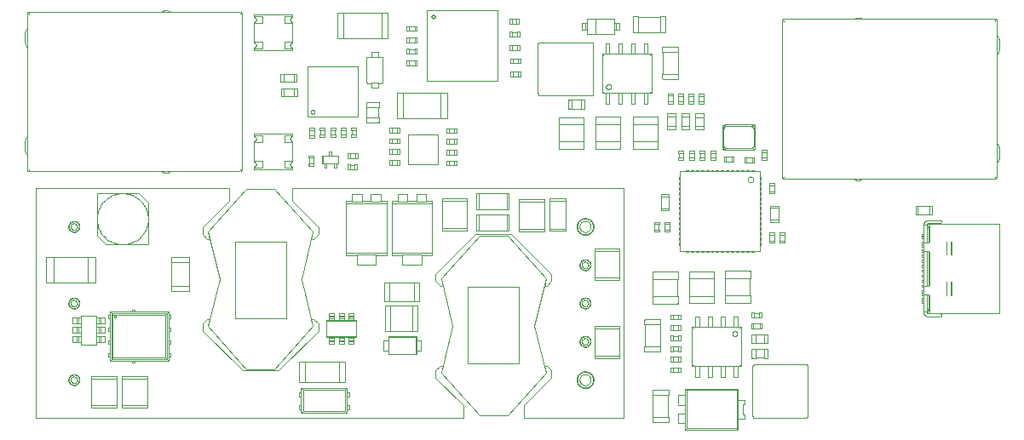
<source format=gbr>
%TF.GenerationSoftware,KiCad,Pcbnew,7.0.11+dfsg-1build4*%
%TF.CreationDate,2024-07-15T15:28:05+02:00*%
%TF.ProjectId,antmicro-poe-to-usbc-pd-adapter,616e746d-6963-4726-9f2d-706f652d746f,rev?*%
%TF.SameCoordinates,Original*%
%TF.FileFunction,Other,User*%
%FSLAX46Y46*%
G04 Gerber Fmt 4.6, Leading zero omitted, Abs format (unit mm)*
G04 Created by KiCad (PCBNEW 7.0.11+dfsg-1build4) date 2024-07-15 15:28:05 commit  463866a *
%MOMM*%
%LPD*%
G01*
G04 APERTURE LIST*
%ADD10C,0.020000*%
%ADD11C,0.009999*%
G04 APERTURE END LIST*
D10*
%TO.C,C1*%
X91180000Y-60800000D02*
X91181000Y-60800000D01*
X91181000Y-60800000D02*
X91181000Y-60800000D01*
X91181000Y-60800000D02*
X91182000Y-60800000D01*
X91182000Y-60800000D02*
X91182000Y-60800000D01*
X91182000Y-60800000D02*
X91182000Y-60800000D01*
X91182000Y-60800000D02*
X91183000Y-60800000D01*
X91183000Y-60800000D02*
X91183000Y-60800000D01*
X91183000Y-60800000D02*
X91184000Y-60800000D01*
X91184000Y-60800000D02*
X91185000Y-60800000D01*
X91185000Y-60800000D02*
X91185000Y-60800000D01*
X91185000Y-60800000D02*
X91185000Y-60800000D01*
X91185000Y-60800000D02*
X91186000Y-60800000D01*
X91185000Y-60800000D02*
X92413000Y-60800000D01*
X91186000Y-60800000D02*
X91186000Y-60800000D01*
X91186000Y-60800000D02*
X91187000Y-60800000D01*
X91187000Y-60800000D02*
X91187000Y-60800000D01*
X91187000Y-60800000D02*
X91187000Y-60800000D01*
X91187000Y-60800000D02*
X91188000Y-60800000D01*
X91188000Y-60800000D02*
X91188000Y-60800000D01*
X91188000Y-60800000D02*
X91189000Y-60800000D01*
X91189000Y-60800000D02*
X91189000Y-60799000D01*
X92409000Y-60800000D02*
X92410000Y-60800000D01*
X92410000Y-60800000D02*
X92410000Y-60800000D01*
X92410000Y-60800000D02*
X92411000Y-60800000D01*
X92411000Y-60800000D02*
X92411000Y-60800000D01*
X92411000Y-60800000D02*
X92411000Y-60800000D01*
X92411000Y-60800000D02*
X92412000Y-60800000D01*
X92412000Y-60800000D02*
X92412000Y-60800000D01*
X92412000Y-60800000D02*
X92413000Y-60800000D01*
X92413000Y-60800000D02*
X92413000Y-60800000D01*
X92413000Y-60800000D02*
X92413000Y-60800000D01*
X92413000Y-60800000D02*
X92414000Y-60800000D01*
X92414000Y-60800000D02*
X92415000Y-60800000D01*
X92415000Y-60800000D02*
X92415000Y-60800000D01*
X92415000Y-60800000D02*
X92416000Y-60800000D01*
X92416000Y-60800000D02*
X92416000Y-60800000D01*
X92416000Y-60800000D02*
X92416000Y-60800000D01*
X92416000Y-60800000D02*
X92417000Y-60800000D01*
X92417000Y-60800000D02*
X92417000Y-60800000D01*
X92417000Y-60800000D02*
X92418000Y-60800000D01*
X92418000Y-60800000D02*
X92418000Y-60799000D01*
X91179000Y-60799000D02*
X91179000Y-60799000D01*
X91179000Y-60799000D02*
X91179000Y-60799000D01*
X91179000Y-60799000D02*
X91180000Y-60799000D01*
X91180000Y-60799000D02*
X91180000Y-60800000D01*
X91189000Y-60799000D02*
X91190000Y-60799000D01*
X91190000Y-60799000D02*
X91190000Y-60799000D01*
X91190000Y-60799000D02*
X91190000Y-60799000D01*
X91190000Y-60799000D02*
X91191000Y-60798000D01*
X92408000Y-60799000D02*
X92408000Y-60799000D01*
X92408000Y-60799000D02*
X92408000Y-60799000D01*
X92408000Y-60799000D02*
X92409000Y-60799000D01*
X92409000Y-60799000D02*
X92409000Y-60800000D01*
X92418000Y-60799000D02*
X92419000Y-60799000D01*
X92419000Y-60799000D02*
X92419000Y-60799000D01*
X92419000Y-60799000D02*
X92419000Y-60799000D01*
X92419000Y-60799000D02*
X92420000Y-60798000D01*
X91177000Y-60798000D02*
X91178000Y-60798000D01*
X91178000Y-60798000D02*
X91179000Y-60799000D01*
X91178000Y-60798000D02*
X91178000Y-60798000D01*
X91191000Y-60798000D02*
X91191000Y-60798000D01*
X91191000Y-60798000D02*
X91192000Y-60798000D01*
X91192000Y-60798000D02*
X91192000Y-60797000D01*
X92406000Y-60798000D02*
X92407000Y-60798000D01*
X92407000Y-60798000D02*
X92408000Y-60799000D01*
X92407000Y-60798000D02*
X92407000Y-60798000D01*
X92420000Y-60798000D02*
X92420000Y-60798000D01*
X92420000Y-60798000D02*
X92421000Y-60798000D01*
X92421000Y-60798000D02*
X92421000Y-60797000D01*
X91177000Y-60797000D02*
X91177000Y-60798000D01*
X91177000Y-60797000D02*
X91177000Y-60797000D01*
X91192000Y-60797000D02*
X91192000Y-60797000D01*
X91192000Y-60797000D02*
X91193000Y-60796000D01*
X92406000Y-60797000D02*
X92406000Y-60798000D01*
X92406000Y-60797000D02*
X92406000Y-60797000D01*
X92421000Y-60797000D02*
X92421000Y-60797000D01*
X92421000Y-60797000D02*
X92422000Y-60796000D01*
X91176000Y-60796000D02*
X91177000Y-60797000D01*
X91176000Y-60796000D02*
X91176000Y-60796000D01*
X91176000Y-60796000D02*
X91176000Y-60796000D01*
X91193000Y-60796000D02*
X91193000Y-60796000D01*
X91193000Y-60796000D02*
X91193000Y-60796000D01*
X91193000Y-60796000D02*
X91193000Y-60795000D01*
X92405000Y-60796000D02*
X92406000Y-60797000D01*
X92405000Y-60796000D02*
X92405000Y-60796000D01*
X92405000Y-60796000D02*
X92405000Y-60796000D01*
X92422000Y-60796000D02*
X92422000Y-60796000D01*
X92422000Y-60796000D02*
X92422000Y-60796000D01*
X92422000Y-60796000D02*
X92422000Y-60795000D01*
X91175000Y-60795000D02*
X91176000Y-60795000D01*
X91176000Y-60795000D02*
X91176000Y-60796000D01*
X91193000Y-60795000D02*
X91194000Y-60795000D01*
X91194000Y-60795000D02*
X91194000Y-60794000D01*
X92404000Y-60795000D02*
X92405000Y-60795000D01*
X92405000Y-60795000D02*
X92405000Y-60796000D01*
X92422000Y-60795000D02*
X92423000Y-60795000D01*
X92423000Y-60795000D02*
X92423000Y-60794000D01*
X91175000Y-60794000D02*
X91175000Y-60795000D01*
X91175000Y-60794000D02*
X91175000Y-60794000D01*
X91194000Y-60794000D02*
X91194000Y-60794000D01*
X91194000Y-60794000D02*
X91194000Y-60793000D01*
X92404000Y-60794000D02*
X92404000Y-60795000D01*
X92404000Y-60794000D02*
X92404000Y-60794000D01*
X92423000Y-60794000D02*
X92423000Y-60794000D01*
X92423000Y-60794000D02*
X92423000Y-60793000D01*
X91175000Y-60793000D02*
X91175000Y-60794000D01*
X91175000Y-60793000D02*
X91175000Y-60793000D01*
X91175000Y-60793000D02*
X91175000Y-60793000D01*
X91194000Y-60793000D02*
X91194000Y-60793000D01*
X91194000Y-60793000D02*
X91194000Y-60793000D01*
X91194000Y-60793000D02*
X91194000Y-60792000D01*
X92404000Y-60793000D02*
X92404000Y-60794000D01*
X92404000Y-60793000D02*
X92404000Y-60793000D01*
X92404000Y-60793000D02*
X92404000Y-60793000D01*
X92423000Y-60793000D02*
X92423000Y-60793000D01*
X92423000Y-60793000D02*
X92423000Y-60793000D01*
X92423000Y-60793000D02*
X92423000Y-60792000D01*
X91175000Y-60792000D02*
X91175000Y-60793000D01*
X91175000Y-60792000D02*
X91175000Y-60792000D01*
X91194000Y-60792000D02*
X91194000Y-60792000D01*
X91194000Y-60792000D02*
X91194000Y-60791000D01*
X92404000Y-60792000D02*
X92404000Y-60793000D01*
X92404000Y-60792000D02*
X92404000Y-60792000D01*
X92423000Y-60792000D02*
X92423000Y-60792000D01*
X92423000Y-60792000D02*
X92423000Y-60791000D01*
X91175000Y-60791000D02*
X91175000Y-60792000D01*
X91194000Y-60791000D02*
X91195000Y-60790000D01*
X92404000Y-60791000D02*
X92404000Y-60792000D01*
X92423000Y-60791000D02*
X92423000Y-60790000D01*
X91175000Y-60790000D02*
X91175000Y-60791000D01*
X91175000Y-60790000D02*
X91175000Y-60790000D01*
X91175000Y-60790000D02*
X91175000Y-60790000D01*
X91194000Y-60790000D02*
X91194000Y-60789000D01*
X91195000Y-60790000D02*
X91194000Y-60790000D01*
X91195000Y-60790000D02*
X91195000Y-60790000D01*
X92404000Y-60790000D02*
X92404000Y-60791000D01*
X92404000Y-60790000D02*
X92404000Y-60790000D01*
X92404000Y-60790000D02*
X92404000Y-60790000D01*
X92423000Y-60790000D02*
X92423000Y-60790000D01*
X92423000Y-60790000D02*
X92423000Y-60790000D01*
X92423000Y-60790000D02*
X92423000Y-60789000D01*
X92423000Y-60790000D02*
X92423000Y-60300000D01*
X91175000Y-60789000D02*
X91175000Y-60790000D01*
X91175000Y-60789000D02*
X91175000Y-60789000D01*
X91194000Y-60789000D02*
X91194000Y-60789000D01*
X91194000Y-60789000D02*
X91194000Y-60788000D01*
X92404000Y-60789000D02*
X92404000Y-60790000D01*
X92404000Y-60789000D02*
X92404000Y-60789000D01*
X92423000Y-60789000D02*
X92423000Y-60789000D01*
X92423000Y-60789000D02*
X92423000Y-60788000D01*
X91175000Y-60788000D02*
X91175000Y-60789000D01*
X91175000Y-60788000D02*
X91175000Y-60788000D01*
X91175000Y-60788000D02*
X91175000Y-60788000D01*
X91194000Y-60788000D02*
X91194000Y-60788000D01*
X91194000Y-60788000D02*
X91194000Y-60788000D01*
X91194000Y-60788000D02*
X91194000Y-60787000D01*
X92404000Y-60788000D02*
X92404000Y-60789000D01*
X92404000Y-60788000D02*
X92404000Y-60788000D01*
X92404000Y-60788000D02*
X92404000Y-60788000D01*
X92423000Y-60788000D02*
X92423000Y-60788000D01*
X92423000Y-60788000D02*
X92423000Y-60788000D01*
X92423000Y-60788000D02*
X92423000Y-60787000D01*
X91175000Y-60787000D02*
X91175000Y-60788000D01*
X91175000Y-60787000D02*
X91175000Y-60787000D01*
X91194000Y-60787000D02*
X91194000Y-60787000D01*
X91194000Y-60787000D02*
X91194000Y-60786000D01*
X92404000Y-60787000D02*
X92404000Y-60788000D01*
X92404000Y-60787000D02*
X92404000Y-60787000D01*
X92423000Y-60787000D02*
X92423000Y-60787000D01*
X92423000Y-60787000D02*
X92423000Y-60786000D01*
X91175000Y-60786000D02*
X91175000Y-60787000D01*
X91176000Y-60786000D02*
X91175000Y-60786000D01*
X91193000Y-60786000D02*
X91193000Y-60785000D01*
X91194000Y-60786000D02*
X91193000Y-60786000D01*
X92404000Y-60786000D02*
X92404000Y-60787000D01*
X92405000Y-60786000D02*
X92404000Y-60786000D01*
X92422000Y-60786000D02*
X92422000Y-60785000D01*
X92423000Y-60786000D02*
X92422000Y-60786000D01*
X91176000Y-60785000D02*
X91176000Y-60786000D01*
X91176000Y-60785000D02*
X91176000Y-60785000D01*
X91176000Y-60785000D02*
X91176000Y-60785000D01*
X91193000Y-60785000D02*
X91193000Y-60785000D01*
X91193000Y-60785000D02*
X91193000Y-60785000D01*
X91193000Y-60785000D02*
X91192000Y-60784000D01*
X92405000Y-60785000D02*
X92405000Y-60786000D01*
X92405000Y-60785000D02*
X92405000Y-60785000D01*
X92405000Y-60785000D02*
X92405000Y-60785000D01*
X92422000Y-60785000D02*
X92422000Y-60785000D01*
X92422000Y-60785000D02*
X92422000Y-60785000D01*
X92422000Y-60785000D02*
X92421000Y-60784000D01*
X91177000Y-60784000D02*
X91176000Y-60785000D01*
X91177000Y-60784000D02*
X91177000Y-60784000D01*
X91192000Y-60784000D02*
X91192000Y-60784000D01*
X91192000Y-60784000D02*
X91192000Y-60783000D01*
X92406000Y-60784000D02*
X92405000Y-60785000D01*
X92406000Y-60784000D02*
X92406000Y-60784000D01*
X92421000Y-60784000D02*
X92421000Y-60784000D01*
X92421000Y-60784000D02*
X92421000Y-60783000D01*
X91177000Y-60783000D02*
X91177000Y-60784000D01*
X91178000Y-60783000D02*
X91177000Y-60783000D01*
X91178000Y-60783000D02*
X91178000Y-60783000D01*
X91191000Y-60783000D02*
X91191000Y-60783000D01*
X91191000Y-60783000D02*
X91190000Y-60782000D01*
X91192000Y-60783000D02*
X91191000Y-60783000D01*
X92406000Y-60783000D02*
X92406000Y-60784000D01*
X92407000Y-60783000D02*
X92406000Y-60783000D01*
X92407000Y-60783000D02*
X92407000Y-60783000D01*
X92420000Y-60783000D02*
X92420000Y-60783000D01*
X92420000Y-60783000D02*
X92419000Y-60782000D01*
X92421000Y-60783000D02*
X92420000Y-60783000D01*
X91179000Y-60782000D02*
X91178000Y-60783000D01*
X91179000Y-60782000D02*
X91179000Y-60782000D01*
X91179000Y-60782000D02*
X91179000Y-60782000D01*
X91180000Y-60782000D02*
X91179000Y-60782000D01*
X91189000Y-60782000D02*
X91189000Y-60781000D01*
X91190000Y-60782000D02*
X91189000Y-60782000D01*
X91190000Y-60782000D02*
X91190000Y-60782000D01*
X91190000Y-60782000D02*
X91190000Y-60782000D01*
X92408000Y-60782000D02*
X92407000Y-60783000D01*
X92408000Y-60782000D02*
X92408000Y-60782000D01*
X92408000Y-60782000D02*
X92408000Y-60782000D01*
X92409000Y-60782000D02*
X92408000Y-60782000D01*
X92418000Y-60782000D02*
X92418000Y-60781000D01*
X92419000Y-60782000D02*
X92418000Y-60782000D01*
X92419000Y-60782000D02*
X92419000Y-60782000D01*
X92419000Y-60782000D02*
X92419000Y-60782000D01*
X91180000Y-60781000D02*
X91180000Y-60782000D01*
X91181000Y-60781000D02*
X91180000Y-60781000D01*
X91181000Y-60781000D02*
X91181000Y-60781000D01*
X91182000Y-60781000D02*
X91181000Y-60781000D01*
X91182000Y-60781000D02*
X91182000Y-60781000D01*
X91182000Y-60781000D02*
X91182000Y-60781000D01*
X91183000Y-60781000D02*
X91182000Y-60781000D01*
X91183000Y-60781000D02*
X91183000Y-60781000D01*
X91184000Y-60781000D02*
X91183000Y-60781000D01*
X91185000Y-60781000D02*
X91185000Y-60780000D01*
X91186000Y-60781000D02*
X91185000Y-60781000D01*
X91186000Y-60781000D02*
X91186000Y-60781000D01*
X91187000Y-60781000D02*
X91186000Y-60781000D01*
X91187000Y-60781000D02*
X91187000Y-60781000D01*
X91187000Y-60781000D02*
X91187000Y-60781000D01*
X91188000Y-60781000D02*
X91187000Y-60781000D01*
X91188000Y-60781000D02*
X91188000Y-60781000D01*
X91189000Y-60781000D02*
X91188000Y-60781000D01*
X92409000Y-60781000D02*
X92409000Y-60782000D01*
X92410000Y-60781000D02*
X92409000Y-60781000D01*
X92410000Y-60781000D02*
X92410000Y-60781000D01*
X92411000Y-60781000D02*
X92410000Y-60781000D01*
X92411000Y-60781000D02*
X92411000Y-60781000D01*
X92411000Y-60781000D02*
X92411000Y-60781000D01*
X92412000Y-60781000D02*
X92411000Y-60781000D01*
X92412000Y-60781000D02*
X92412000Y-60781000D01*
X92413000Y-60781000D02*
X92412000Y-60781000D01*
X92414000Y-60781000D02*
X92413000Y-60780000D01*
X92415000Y-60781000D02*
X92414000Y-60781000D01*
X92415000Y-60781000D02*
X92415000Y-60781000D01*
X92416000Y-60781000D02*
X92415000Y-60781000D01*
X92416000Y-60781000D02*
X92416000Y-60781000D01*
X92416000Y-60781000D02*
X92416000Y-60781000D01*
X92417000Y-60781000D02*
X92416000Y-60781000D01*
X92417000Y-60781000D02*
X92417000Y-60781000D01*
X92418000Y-60781000D02*
X92417000Y-60781000D01*
X91185000Y-60780000D02*
X91184000Y-60781000D01*
X91185000Y-60780000D02*
X91185000Y-60780000D01*
X91185000Y-60780000D02*
X91185000Y-60780000D01*
X92413000Y-60780000D02*
X92413000Y-60781000D01*
X92413000Y-60780000D02*
X92413000Y-60780000D01*
X92413000Y-60780000D02*
X92413000Y-60780000D01*
X91175000Y-60300000D02*
X91175000Y-60790000D01*
X91185000Y-60300000D02*
X91175000Y-60300000D01*
X92409000Y-60300000D02*
X92409000Y-59302000D01*
X92413000Y-60300000D02*
X91185000Y-60300000D01*
X92423000Y-60300000D02*
X92413000Y-60300000D01*
X91175000Y-59302000D02*
X91185000Y-59302000D01*
X91185000Y-59302000D02*
X92413000Y-59302000D01*
X91190000Y-59302000D02*
X91190000Y-60300000D01*
X92413000Y-59302000D02*
X92423000Y-59302000D01*
X92423000Y-59302000D02*
X92423000Y-58812000D01*
X91185000Y-58822000D02*
X91185000Y-58822000D01*
X91185000Y-58822000D02*
X91185000Y-58821000D01*
X92413000Y-58822000D02*
X92413000Y-58822000D01*
X92413000Y-58822000D02*
X92414000Y-58821000D01*
X91180000Y-58821000D02*
X91181000Y-58821000D01*
X91181000Y-58821000D02*
X91181000Y-58821000D01*
X91181000Y-58821000D02*
X91182000Y-58821000D01*
X91182000Y-58821000D02*
X91182000Y-58821000D01*
X91182000Y-58821000D02*
X91182000Y-58821000D01*
X91182000Y-58821000D02*
X91183000Y-58821000D01*
X91183000Y-58821000D02*
X91183000Y-58821000D01*
X91183000Y-58821000D02*
X91184000Y-58821000D01*
X91184000Y-58821000D02*
X91185000Y-58822000D01*
X91185000Y-58821000D02*
X91186000Y-58821000D01*
X91186000Y-58821000D02*
X91186000Y-58821000D01*
X91186000Y-58821000D02*
X91187000Y-58821000D01*
X91187000Y-58821000D02*
X91187000Y-58821000D01*
X91187000Y-58821000D02*
X91187000Y-58821000D01*
X91187000Y-58821000D02*
X91188000Y-58821000D01*
X91188000Y-58821000D02*
X91188000Y-58821000D01*
X91188000Y-58821000D02*
X91189000Y-58821000D01*
X91189000Y-58821000D02*
X91189000Y-58820000D01*
X92409000Y-58821000D02*
X92410000Y-58821000D01*
X92410000Y-58821000D02*
X92410000Y-58821000D01*
X92410000Y-58821000D02*
X92411000Y-58821000D01*
X92411000Y-58821000D02*
X92411000Y-58821000D01*
X92411000Y-58821000D02*
X92411000Y-58821000D01*
X92411000Y-58821000D02*
X92412000Y-58821000D01*
X92412000Y-58821000D02*
X92412000Y-58821000D01*
X92412000Y-58821000D02*
X92413000Y-58821000D01*
X92413000Y-58821000D02*
X92413000Y-58822000D01*
X92414000Y-58821000D02*
X92415000Y-58821000D01*
X92415000Y-58821000D02*
X92415000Y-58821000D01*
X92415000Y-58821000D02*
X92416000Y-58821000D01*
X92416000Y-58821000D02*
X92416000Y-58821000D01*
X92416000Y-58821000D02*
X92416000Y-58821000D01*
X92416000Y-58821000D02*
X92417000Y-58821000D01*
X92417000Y-58821000D02*
X92417000Y-58821000D01*
X92417000Y-58821000D02*
X92418000Y-58821000D01*
X92418000Y-58821000D02*
X92418000Y-58820000D01*
X91179000Y-58820000D02*
X91179000Y-58820000D01*
X91179000Y-58820000D02*
X91179000Y-58820000D01*
X91179000Y-58820000D02*
X91180000Y-58820000D01*
X91180000Y-58820000D02*
X91180000Y-58821000D01*
X91189000Y-58820000D02*
X91190000Y-58820000D01*
X91190000Y-58820000D02*
X91190000Y-58820000D01*
X91190000Y-58820000D02*
X91190000Y-58820000D01*
X91190000Y-58820000D02*
X91191000Y-58819000D01*
X92408000Y-58820000D02*
X92408000Y-58820000D01*
X92408000Y-58820000D02*
X92408000Y-58820000D01*
X92408000Y-58820000D02*
X92409000Y-58820000D01*
X92409000Y-58820000D02*
X92409000Y-58821000D01*
X92418000Y-58820000D02*
X92419000Y-58820000D01*
X92419000Y-58820000D02*
X92419000Y-58820000D01*
X92419000Y-58820000D02*
X92419000Y-58820000D01*
X92419000Y-58820000D02*
X92420000Y-58819000D01*
X91177000Y-58819000D02*
X91178000Y-58819000D01*
X91178000Y-58819000D02*
X91179000Y-58820000D01*
X91178000Y-58819000D02*
X91178000Y-58819000D01*
X91191000Y-58819000D02*
X91191000Y-58819000D01*
X91191000Y-58819000D02*
X91192000Y-58819000D01*
X91192000Y-58819000D02*
X91192000Y-58818000D01*
X92406000Y-58819000D02*
X92407000Y-58819000D01*
X92407000Y-58819000D02*
X92408000Y-58820000D01*
X92407000Y-58819000D02*
X92407000Y-58819000D01*
X92420000Y-58819000D02*
X92420000Y-58819000D01*
X92420000Y-58819000D02*
X92421000Y-58819000D01*
X92421000Y-58819000D02*
X92421000Y-58818000D01*
X91177000Y-58818000D02*
X91177000Y-58819000D01*
X91177000Y-58818000D02*
X91177000Y-58818000D01*
X91192000Y-58818000D02*
X91192000Y-58818000D01*
X91192000Y-58818000D02*
X91193000Y-58817000D01*
X92406000Y-58818000D02*
X92406000Y-58819000D01*
X92406000Y-58818000D02*
X92406000Y-58818000D01*
X92421000Y-58818000D02*
X92421000Y-58818000D01*
X92421000Y-58818000D02*
X92422000Y-58817000D01*
X91176000Y-58817000D02*
X91177000Y-58818000D01*
X91176000Y-58817000D02*
X91176000Y-58817000D01*
X91176000Y-58817000D02*
X91176000Y-58817000D01*
X91193000Y-58817000D02*
X91193000Y-58817000D01*
X91193000Y-58817000D02*
X91193000Y-58817000D01*
X91193000Y-58817000D02*
X91193000Y-58816000D01*
X92405000Y-58817000D02*
X92406000Y-58818000D01*
X92405000Y-58817000D02*
X92405000Y-58817000D01*
X92405000Y-58817000D02*
X92405000Y-58817000D01*
X92422000Y-58817000D02*
X92422000Y-58817000D01*
X92422000Y-58817000D02*
X92422000Y-58817000D01*
X92422000Y-58817000D02*
X92422000Y-58816000D01*
X91175000Y-58816000D02*
X91176000Y-58816000D01*
X91176000Y-58816000D02*
X91176000Y-58817000D01*
X91193000Y-58816000D02*
X91194000Y-58816000D01*
X91194000Y-58816000D02*
X91194000Y-58815000D01*
X92404000Y-58816000D02*
X92405000Y-58816000D01*
X92405000Y-58816000D02*
X92405000Y-58817000D01*
X92422000Y-58816000D02*
X92423000Y-58816000D01*
X92423000Y-58816000D02*
X92423000Y-58815000D01*
X91175000Y-58815000D02*
X91175000Y-58816000D01*
X91175000Y-58815000D02*
X91175000Y-58815000D01*
X91194000Y-58815000D02*
X91194000Y-58815000D01*
X91194000Y-58815000D02*
X91194000Y-58814000D01*
X92404000Y-58815000D02*
X92404000Y-58816000D01*
X92404000Y-58815000D02*
X92404000Y-58815000D01*
X92423000Y-58815000D02*
X92423000Y-58815000D01*
X92423000Y-58815000D02*
X92423000Y-58814000D01*
X91175000Y-58814000D02*
X91175000Y-58815000D01*
X91175000Y-58814000D02*
X91175000Y-58814000D01*
X91175000Y-58814000D02*
X91175000Y-58814000D01*
X91194000Y-58814000D02*
X91194000Y-58814000D01*
X91194000Y-58814000D02*
X91194000Y-58814000D01*
X91194000Y-58814000D02*
X91194000Y-58813000D01*
X92404000Y-58814000D02*
X92404000Y-58815000D01*
X92404000Y-58814000D02*
X92404000Y-58814000D01*
X92404000Y-58814000D02*
X92404000Y-58814000D01*
X92423000Y-58814000D02*
X92423000Y-58814000D01*
X92423000Y-58814000D02*
X92423000Y-58814000D01*
X92423000Y-58814000D02*
X92423000Y-58813000D01*
X91175000Y-58813000D02*
X91175000Y-58814000D01*
X91175000Y-58813000D02*
X91175000Y-58813000D01*
X91194000Y-58813000D02*
X91194000Y-58813000D01*
X91194000Y-58813000D02*
X91194000Y-58812000D01*
X92404000Y-58813000D02*
X92404000Y-58814000D01*
X92404000Y-58813000D02*
X92404000Y-58813000D01*
X92423000Y-58813000D02*
X92423000Y-58813000D01*
X92423000Y-58813000D02*
X92423000Y-58812000D01*
X91175000Y-58812000D02*
X91175000Y-59302000D01*
X91175000Y-58812000D02*
X91175000Y-58813000D01*
X91175000Y-58812000D02*
X91175000Y-58812000D01*
X91175000Y-58812000D02*
X91175000Y-58812000D01*
X91194000Y-58812000D02*
X91195000Y-58812000D01*
X91195000Y-58812000D02*
X91195000Y-58812000D01*
X91195000Y-58812000D02*
X91194000Y-58811000D01*
X92404000Y-58812000D02*
X92404000Y-58813000D01*
X92404000Y-58812000D02*
X92404000Y-58812000D01*
X92404000Y-58812000D02*
X92404000Y-58812000D01*
X92423000Y-58812000D02*
X92423000Y-58812000D01*
X92423000Y-58812000D02*
X92423000Y-58812000D01*
X92423000Y-58812000D02*
X92423000Y-58811000D01*
X91175000Y-58811000D02*
X91175000Y-58812000D01*
X91194000Y-58811000D02*
X91194000Y-58810000D01*
X92404000Y-58811000D02*
X92404000Y-58812000D01*
X92423000Y-58811000D02*
X92423000Y-58810000D01*
X91175000Y-58810000D02*
X91175000Y-58811000D01*
X91175000Y-58810000D02*
X91175000Y-58810000D01*
X91194000Y-58810000D02*
X91194000Y-58810000D01*
X91194000Y-58810000D02*
X91194000Y-58809000D01*
X92404000Y-58810000D02*
X92404000Y-58811000D01*
X92404000Y-58810000D02*
X92404000Y-58810000D01*
X92423000Y-58810000D02*
X92423000Y-58810000D01*
X92423000Y-58810000D02*
X92423000Y-58809000D01*
X91175000Y-58809000D02*
X91175000Y-58810000D01*
X91175000Y-58809000D02*
X91175000Y-58809000D01*
X91175000Y-58809000D02*
X91175000Y-58809000D01*
X91194000Y-58809000D02*
X91194000Y-58809000D01*
X91194000Y-58809000D02*
X91194000Y-58809000D01*
X91194000Y-58809000D02*
X91194000Y-58808000D01*
X92404000Y-58809000D02*
X92404000Y-58810000D01*
X92404000Y-58809000D02*
X92404000Y-58809000D01*
X92404000Y-58809000D02*
X92404000Y-58809000D01*
X92423000Y-58809000D02*
X92423000Y-58809000D01*
X92423000Y-58809000D02*
X92423000Y-58809000D01*
X92423000Y-58809000D02*
X92423000Y-58808000D01*
X91175000Y-58808000D02*
X91175000Y-58809000D01*
X91175000Y-58808000D02*
X91175000Y-58808000D01*
X91194000Y-58808000D02*
X91194000Y-58808000D01*
X91194000Y-58808000D02*
X91194000Y-58807000D01*
X92404000Y-58808000D02*
X92404000Y-58809000D01*
X92404000Y-58808000D02*
X92404000Y-58808000D01*
X92423000Y-58808000D02*
X92423000Y-58808000D01*
X92423000Y-58808000D02*
X92423000Y-58807000D01*
X91175000Y-58807000D02*
X91175000Y-58808000D01*
X91176000Y-58807000D02*
X91175000Y-58807000D01*
X91193000Y-58807000D02*
X91193000Y-58806000D01*
X91194000Y-58807000D02*
X91193000Y-58807000D01*
X92404000Y-58807000D02*
X92404000Y-58808000D01*
X92405000Y-58807000D02*
X92404000Y-58807000D01*
X92422000Y-58807000D02*
X92422000Y-58806000D01*
X92423000Y-58807000D02*
X92422000Y-58807000D01*
X91176000Y-58806000D02*
X91176000Y-58807000D01*
X91176000Y-58806000D02*
X91176000Y-58806000D01*
X91176000Y-58806000D02*
X91176000Y-58806000D01*
X91193000Y-58806000D02*
X91193000Y-58806000D01*
X91193000Y-58806000D02*
X91193000Y-58806000D01*
X91193000Y-58806000D02*
X91192000Y-58805000D01*
X92405000Y-58806000D02*
X92405000Y-58807000D01*
X92405000Y-58806000D02*
X92405000Y-58806000D01*
X92405000Y-58806000D02*
X92405000Y-58806000D01*
X92422000Y-58806000D02*
X92422000Y-58806000D01*
X92422000Y-58806000D02*
X92422000Y-58806000D01*
X92422000Y-58806000D02*
X92421000Y-58805000D01*
X91177000Y-58805000D02*
X91176000Y-58806000D01*
X91177000Y-58805000D02*
X91177000Y-58805000D01*
X91192000Y-58805000D02*
X91192000Y-58805000D01*
X91192000Y-58805000D02*
X91192000Y-58804000D01*
X92406000Y-58805000D02*
X92405000Y-58806000D01*
X92406000Y-58805000D02*
X92406000Y-58805000D01*
X92421000Y-58805000D02*
X92421000Y-58805000D01*
X92421000Y-58805000D02*
X92421000Y-58804000D01*
X91177000Y-58804000D02*
X91177000Y-58805000D01*
X91178000Y-58804000D02*
X91177000Y-58804000D01*
X91178000Y-58804000D02*
X91178000Y-58804000D01*
X91191000Y-58804000D02*
X91191000Y-58804000D01*
X91191000Y-58804000D02*
X91190000Y-58803000D01*
X91192000Y-58804000D02*
X91191000Y-58804000D01*
X92406000Y-58804000D02*
X92406000Y-58805000D01*
X92407000Y-58804000D02*
X92406000Y-58804000D01*
X92407000Y-58804000D02*
X92407000Y-58804000D01*
X92420000Y-58804000D02*
X92420000Y-58804000D01*
X92420000Y-58804000D02*
X92419000Y-58803000D01*
X92421000Y-58804000D02*
X92420000Y-58804000D01*
X91179000Y-58803000D02*
X91178000Y-58804000D01*
X91179000Y-58803000D02*
X91179000Y-58803000D01*
X91179000Y-58803000D02*
X91179000Y-58803000D01*
X91180000Y-58803000D02*
X91179000Y-58803000D01*
X91189000Y-58803000D02*
X91189000Y-58802000D01*
X91190000Y-58803000D02*
X91189000Y-58803000D01*
X91190000Y-58803000D02*
X91190000Y-58803000D01*
X91190000Y-58803000D02*
X91190000Y-58803000D01*
X92408000Y-58803000D02*
X92407000Y-58804000D01*
X92408000Y-58803000D02*
X92408000Y-58803000D01*
X92408000Y-58803000D02*
X92408000Y-58803000D01*
X92409000Y-58803000D02*
X92408000Y-58803000D01*
X92418000Y-58803000D02*
X92418000Y-58802000D01*
X92419000Y-58803000D02*
X92418000Y-58803000D01*
X92419000Y-58803000D02*
X92419000Y-58803000D01*
X92419000Y-58803000D02*
X92419000Y-58803000D01*
X91180000Y-58802000D02*
X91180000Y-58803000D01*
X91181000Y-58802000D02*
X91180000Y-58802000D01*
X91181000Y-58802000D02*
X91181000Y-58802000D01*
X91182000Y-58802000D02*
X91181000Y-58802000D01*
X91182000Y-58802000D02*
X91182000Y-58802000D01*
X91182000Y-58802000D02*
X91182000Y-58802000D01*
X91183000Y-58802000D02*
X91182000Y-58802000D01*
X91183000Y-58802000D02*
X91183000Y-58802000D01*
X91184000Y-58802000D02*
X91183000Y-58802000D01*
X91185000Y-58802000D02*
X91184000Y-58802000D01*
X91185000Y-58802000D02*
X91185000Y-58802000D01*
X91185000Y-58802000D02*
X91185000Y-58802000D01*
X91185000Y-58802000D02*
X91185000Y-58802000D01*
X91186000Y-58802000D02*
X91185000Y-58802000D01*
X91186000Y-58802000D02*
X91186000Y-58802000D01*
X91187000Y-58802000D02*
X91186000Y-58802000D01*
X91187000Y-58802000D02*
X91187000Y-58802000D01*
X91187000Y-58802000D02*
X91187000Y-58802000D01*
X91188000Y-58802000D02*
X91187000Y-58802000D01*
X91188000Y-58802000D02*
X91188000Y-58802000D01*
X91189000Y-58802000D02*
X91188000Y-58802000D01*
X92409000Y-58802000D02*
X92409000Y-58803000D01*
X92410000Y-58802000D02*
X92409000Y-58802000D01*
X92410000Y-58802000D02*
X92410000Y-58802000D01*
X92411000Y-58802000D02*
X92410000Y-58802000D01*
X92411000Y-58802000D02*
X92411000Y-58802000D01*
X92411000Y-58802000D02*
X92411000Y-58802000D01*
X92412000Y-58802000D02*
X92411000Y-58802000D01*
X92412000Y-58802000D02*
X92412000Y-58802000D01*
X92413000Y-58802000D02*
X91185000Y-58802000D01*
X92413000Y-58802000D02*
X92412000Y-58802000D01*
X92413000Y-58802000D02*
X92413000Y-58802000D01*
X92413000Y-58802000D02*
X92413000Y-58802000D01*
X92413000Y-58802000D02*
X92413000Y-58802000D01*
X92414000Y-58802000D02*
X92413000Y-58802000D01*
X92415000Y-58802000D02*
X92414000Y-58802000D01*
X92415000Y-58802000D02*
X92415000Y-58802000D01*
X92416000Y-58802000D02*
X92415000Y-58802000D01*
X92416000Y-58802000D02*
X92416000Y-58802000D01*
X92416000Y-58802000D02*
X92416000Y-58802000D01*
X92417000Y-58802000D02*
X92416000Y-58802000D01*
X92417000Y-58802000D02*
X92417000Y-58802000D01*
X92418000Y-58802000D02*
X92417000Y-58802000D01*
%TO.C,J1*%
X71288000Y-49650000D02*
X71260000Y-49650000D01*
X71260000Y-49650000D02*
X71260000Y-49650000D01*
X71260000Y-49650000D02*
X71235000Y-49650000D01*
X71235000Y-49650000D02*
X71208000Y-49653000D01*
X71315000Y-49653000D02*
X71288000Y-49650000D01*
X71208000Y-49653000D02*
X71182000Y-49655000D01*
X71341000Y-49655000D02*
X71315000Y-49653000D01*
X71182000Y-49655000D02*
X71156000Y-49659000D01*
X71366000Y-49659000D02*
X71341000Y-49655000D01*
X71156000Y-49659000D02*
X71129000Y-49666000D01*
X71392000Y-49666000D02*
X71366000Y-49659000D01*
X71129000Y-49666000D02*
X71103000Y-49671000D01*
X71419000Y-49671000D02*
X71392000Y-49666000D01*
X71103000Y-49671000D02*
X71078000Y-49679000D01*
X71443000Y-49679000D02*
X71419000Y-49671000D01*
X71078000Y-49679000D02*
X71054000Y-49689000D01*
X71469000Y-49689000D02*
X71443000Y-49679000D01*
X71054000Y-49689000D02*
X71028000Y-49699000D01*
X71493000Y-49699000D02*
X71469000Y-49689000D01*
X71028000Y-49699000D02*
X71004000Y-49711000D01*
X71517000Y-49711000D02*
X71493000Y-49699000D01*
X71004000Y-49711000D02*
X70982000Y-49723000D01*
X71541000Y-49723000D02*
X71517000Y-49711000D01*
X70982000Y-49723000D02*
X70959000Y-49736000D01*
X71563000Y-49736000D02*
X71541000Y-49723000D01*
X70959000Y-49736000D02*
X70937000Y-49751000D01*
X71586000Y-49751000D02*
X71563000Y-49736000D01*
X70937000Y-49751000D02*
X70914000Y-49767000D01*
X71608000Y-49767000D02*
X71586000Y-49751000D01*
X70914000Y-49767000D02*
X70893000Y-49783000D01*
X71629000Y-49783000D02*
X71608000Y-49767000D01*
X70893000Y-49783000D02*
X70874000Y-49799000D01*
X71648000Y-49799000D02*
X71629000Y-49783000D01*
X57662000Y-49799000D02*
X78611000Y-49799000D01*
X57662000Y-49799000D02*
X57651000Y-49800000D01*
X78630000Y-49800000D02*
X78620000Y-49800000D01*
X78620000Y-49800000D02*
X78611000Y-49799000D01*
X57651000Y-49800000D02*
X57642000Y-49800000D01*
X57642000Y-49800000D02*
X57631000Y-49803000D01*
X78650000Y-49803000D02*
X78640000Y-49803000D01*
X78640000Y-49803000D02*
X78630000Y-49800000D01*
X57631000Y-49803000D02*
X57622000Y-49803000D01*
X57622000Y-49803000D02*
X57613000Y-49807000D01*
X78660000Y-49807000D02*
X78650000Y-49803000D01*
X57613000Y-49807000D02*
X57602000Y-49808000D01*
X78670000Y-49808000D02*
X78660000Y-49807000D01*
X57602000Y-49808000D02*
X57593000Y-49811000D01*
X78678000Y-49811000D02*
X78670000Y-49808000D01*
X57593000Y-49811000D02*
X57584000Y-49815000D01*
X78688000Y-49815000D02*
X78678000Y-49811000D01*
X57584000Y-49815000D02*
X57575000Y-49819000D01*
X78696000Y-49819000D02*
X78688000Y-49815000D01*
X57575000Y-49819000D02*
X57566000Y-49823000D01*
X78706000Y-49823000D02*
X78696000Y-49819000D01*
X57566000Y-49823000D02*
X57558000Y-49828000D01*
X78714000Y-49828000D02*
X78706000Y-49823000D01*
X57558000Y-49828000D02*
X57551000Y-49833000D01*
X78722000Y-49833000D02*
X78714000Y-49828000D01*
X57551000Y-49833000D02*
X57543000Y-49840000D01*
X78730000Y-49840000D02*
X78722000Y-49833000D01*
X57543000Y-49840000D02*
X57534000Y-49845000D01*
X78738000Y-49845000D02*
X78730000Y-49840000D01*
X57534000Y-49845000D02*
X57526000Y-49852000D01*
X78746000Y-49852000D02*
X78738000Y-49845000D01*
X57526000Y-49852000D02*
X57520000Y-49859000D01*
X78753000Y-49859000D02*
X78746000Y-49852000D01*
X78753000Y-49859000D02*
X78753000Y-49859000D01*
X57520000Y-49859000D02*
X57520000Y-49859000D01*
X57520000Y-49859000D02*
X57513000Y-49865000D01*
X78759000Y-49865000D02*
X78753000Y-49859000D01*
X57513000Y-49865000D02*
X57506000Y-49873000D01*
X78765000Y-49873000D02*
X78759000Y-49865000D01*
X57506000Y-49873000D02*
X57500000Y-49881000D01*
X78771000Y-49881000D02*
X78765000Y-49873000D01*
X57500000Y-49881000D02*
X57494000Y-49889000D01*
X78777000Y-49889000D02*
X78771000Y-49881000D01*
X57494000Y-49889000D02*
X57490000Y-49897000D01*
X78783000Y-49897000D02*
X78777000Y-49889000D01*
X57490000Y-49897000D02*
X57485000Y-49905000D01*
X78787000Y-49905000D02*
X78783000Y-49897000D01*
X57485000Y-49905000D02*
X57480000Y-49915000D01*
X78791000Y-49915000D02*
X78787000Y-49905000D01*
X57480000Y-49915000D02*
X57476000Y-49924000D01*
X78795000Y-49924000D02*
X78791000Y-49915000D01*
X57476000Y-49924000D02*
X57473000Y-49932000D01*
X78799000Y-49932000D02*
X78795000Y-49924000D01*
X57473000Y-49932000D02*
X57470000Y-49941000D01*
X78803000Y-49941000D02*
X78799000Y-49932000D01*
X57470000Y-49941000D02*
X57467000Y-49952000D01*
X78805000Y-49952000D02*
X78803000Y-49941000D01*
X57467000Y-49952000D02*
X57465000Y-49961000D01*
X78807000Y-49961000D02*
X78805000Y-49952000D01*
X57465000Y-49961000D02*
X57464000Y-49970000D01*
X78809000Y-49970000D02*
X78807000Y-49961000D01*
X57464000Y-49970000D02*
X57462000Y-49981000D01*
X78811000Y-49981000D02*
X78809000Y-49970000D01*
X57462000Y-49981000D02*
X57462000Y-49990000D01*
X78811000Y-49990000D02*
X78811000Y-49981000D01*
X57462000Y-49990000D02*
X57462000Y-50001000D01*
X78811000Y-50001000D02*
X78811000Y-49990000D01*
X78811000Y-50001000D02*
X78811000Y-65500000D01*
X78611000Y-50001000D02*
X78811000Y-50001000D01*
X57662000Y-50001000D02*
X57662000Y-49799000D01*
X57462000Y-50001000D02*
X57662000Y-50001000D01*
X57462000Y-51412000D02*
X57403000Y-51526000D01*
X57403000Y-51526000D02*
X57351000Y-51644000D01*
X57351000Y-51644000D02*
X57308000Y-51762000D01*
X57308000Y-51762000D02*
X57273000Y-51883000D01*
X57273000Y-51883000D02*
X57246000Y-52007000D01*
X57246000Y-52007000D02*
X57226000Y-52131000D01*
X57226000Y-52131000D02*
X57215000Y-52254000D01*
X57215000Y-52254000D02*
X57211000Y-52380000D01*
X57211000Y-52380000D02*
X57215000Y-52505000D01*
X57215000Y-52505000D02*
X57226000Y-52629000D01*
X57226000Y-52629000D02*
X57246000Y-52753000D01*
X57246000Y-52753000D02*
X57273000Y-52876000D01*
X57273000Y-52876000D02*
X57308000Y-52997000D01*
X57308000Y-52997000D02*
X57351000Y-53117000D01*
X57351000Y-53117000D02*
X57403000Y-53234000D01*
X57403000Y-53234000D02*
X57462000Y-53349000D01*
X57462000Y-62151000D02*
X57403000Y-62266000D01*
X57403000Y-62266000D02*
X57351000Y-62384000D01*
X57351000Y-62384000D02*
X57308000Y-62503000D01*
X57308000Y-62503000D02*
X57273000Y-62624000D01*
X57273000Y-62624000D02*
X57246000Y-62747000D01*
X57246000Y-62747000D02*
X57226000Y-62871000D01*
X57226000Y-62871000D02*
X57215000Y-62996000D01*
X57215000Y-62996000D02*
X57212000Y-63119000D01*
X57212000Y-63119000D02*
X57215000Y-63244000D01*
X57215000Y-63244000D02*
X57226000Y-63369000D01*
X57226000Y-63369000D02*
X57246000Y-63494000D01*
X57246000Y-63494000D02*
X57273000Y-63616000D01*
X57273000Y-63616000D02*
X57308000Y-63737000D01*
X57308000Y-63737000D02*
X57351000Y-63856000D01*
X57351000Y-63856000D02*
X57403000Y-63974000D01*
X57403000Y-63974000D02*
X57462000Y-64089000D01*
X78811000Y-65500000D02*
X78611000Y-65500000D01*
X57462000Y-65500000D02*
X57462000Y-50001000D01*
X57462000Y-65500000D02*
X57462000Y-65510000D01*
X78811000Y-65510000D02*
X78811000Y-65500000D01*
X57462000Y-65510000D02*
X57462000Y-65519000D01*
X57462000Y-65519000D02*
X57464000Y-65529000D01*
X78809000Y-65520000D02*
X78811000Y-65510000D01*
X57464000Y-65529000D02*
X57465000Y-65539000D01*
X78809000Y-65531000D02*
X78809000Y-65520000D01*
X57465000Y-65539000D02*
X57467000Y-65548000D01*
X78807000Y-65541000D02*
X78809000Y-65531000D01*
X57467000Y-65548000D02*
X57470000Y-65558000D01*
X78805000Y-65549000D02*
X78807000Y-65541000D01*
X57470000Y-65558000D02*
X57473000Y-65567000D01*
X78803000Y-65560000D02*
X78805000Y-65549000D01*
X57473000Y-65567000D02*
X57476000Y-65577000D01*
X78799000Y-65568000D02*
X78803000Y-65560000D01*
X78795000Y-65577000D02*
X78799000Y-65568000D01*
X57476000Y-65577000D02*
X57480000Y-65586000D01*
X57480000Y-65586000D02*
X57485000Y-65594000D01*
X78791000Y-65587000D02*
X78795000Y-65577000D01*
X57485000Y-65594000D02*
X57490000Y-65603000D01*
X78787000Y-65596000D02*
X78791000Y-65587000D01*
X78783000Y-65603000D02*
X78787000Y-65596000D01*
X57490000Y-65603000D02*
X57494000Y-65610000D01*
X57494000Y-65610000D02*
X57500000Y-65619000D01*
X78777000Y-65612000D02*
X78783000Y-65603000D01*
X78771000Y-65619000D02*
X78777000Y-65612000D01*
X57500000Y-65619000D02*
X57506000Y-65626000D01*
X57506000Y-65626000D02*
X57513000Y-65635000D01*
X78765000Y-65628000D02*
X78771000Y-65619000D01*
X78759000Y-65635000D02*
X78765000Y-65628000D01*
X57513000Y-65635000D02*
X57520000Y-65641000D01*
X78753000Y-65641000D02*
X78759000Y-65635000D01*
X57520000Y-65641000D02*
X57520000Y-65641000D01*
X57520000Y-65641000D02*
X57526000Y-65648000D01*
X78746000Y-65648000D02*
X78753000Y-65641000D01*
X57526000Y-65648000D02*
X57534000Y-65654000D01*
X78738000Y-65654000D02*
X78746000Y-65648000D01*
X57534000Y-65654000D02*
X57543000Y-65660000D01*
X78730000Y-65660000D02*
X78738000Y-65654000D01*
X57543000Y-65660000D02*
X57551000Y-65667000D01*
X78722000Y-65666000D02*
X78730000Y-65660000D01*
X57551000Y-65667000D02*
X57558000Y-65672000D01*
X78714000Y-65672000D02*
X78722000Y-65666000D01*
X57558000Y-65672000D02*
X57566000Y-65676000D01*
X78706000Y-65676000D02*
X78714000Y-65672000D01*
X57566000Y-65676000D02*
X57575000Y-65680000D01*
X78698000Y-65680000D02*
X78706000Y-65676000D01*
X57575000Y-65680000D02*
X57584000Y-65685000D01*
X78688000Y-65685000D02*
X78698000Y-65680000D01*
X57584000Y-65685000D02*
X57593000Y-65689000D01*
X78680000Y-65688000D02*
X78688000Y-65685000D01*
X57593000Y-65689000D02*
X57602000Y-65692000D01*
X78670000Y-65692000D02*
X78680000Y-65688000D01*
X57602000Y-65692000D02*
X57613000Y-65693000D01*
X78660000Y-65693000D02*
X78670000Y-65692000D01*
X57613000Y-65693000D02*
X57622000Y-65696000D01*
X78652000Y-65695000D02*
X78660000Y-65693000D01*
X57622000Y-65696000D02*
X57631000Y-65698000D01*
X78642000Y-65698000D02*
X78652000Y-65695000D01*
X57631000Y-65698000D02*
X57642000Y-65699000D01*
X78632000Y-65699000D02*
X78642000Y-65698000D01*
X78622000Y-65699000D02*
X78632000Y-65699000D01*
X78611000Y-65699000D02*
X78622000Y-65699000D01*
X71648000Y-65699000D02*
X71640000Y-65708000D01*
X70874000Y-65699000D02*
X70893000Y-65718000D01*
X57662000Y-65699000D02*
X57662000Y-65500000D01*
X57662000Y-65699000D02*
X78611000Y-65699000D01*
X57651000Y-65699000D02*
X57662000Y-65699000D01*
X57642000Y-65699000D02*
X57651000Y-65699000D01*
X71640000Y-65708000D02*
X71632000Y-65715000D01*
X71632000Y-65715000D02*
X71624000Y-65721000D01*
X71629000Y-65718000D02*
X71648000Y-65699000D01*
X70893000Y-65718000D02*
X70914000Y-65734000D01*
X71624000Y-65721000D02*
X71616000Y-65728000D01*
X71616000Y-65728000D02*
X71608000Y-65734000D01*
X71608000Y-65734000D02*
X71629000Y-65718000D01*
X71608000Y-65734000D02*
X71599000Y-65740000D01*
X70914000Y-65734000D02*
X70937000Y-65750000D01*
X71599000Y-65740000D02*
X71591000Y-65747000D01*
X71591000Y-65747000D02*
X71581000Y-65753000D01*
X71586000Y-65750000D02*
X71608000Y-65734000D01*
X70937000Y-65750000D02*
X70959000Y-65763000D01*
X71581000Y-65753000D02*
X71573000Y-65759000D01*
X71573000Y-65759000D02*
X71563000Y-65763000D01*
X71563000Y-65763000D02*
X71586000Y-65750000D01*
X71563000Y-65763000D02*
X71555000Y-65769000D01*
X70959000Y-65763000D02*
X70982000Y-65778000D01*
X71555000Y-65769000D02*
X71546000Y-65775000D01*
X71546000Y-65775000D02*
X71536000Y-65779000D01*
X71541000Y-65778000D02*
X71563000Y-65763000D01*
X70982000Y-65778000D02*
X71004000Y-65789000D01*
X71536000Y-65779000D02*
X71526000Y-65785000D01*
X71526000Y-65785000D02*
X71517000Y-65789000D01*
X71517000Y-65789000D02*
X71541000Y-65778000D01*
X71517000Y-65789000D02*
X71507000Y-65795000D01*
X71004000Y-65789000D02*
X71028000Y-65801000D01*
X71493000Y-65801000D02*
X71517000Y-65789000D01*
X71028000Y-65801000D02*
X71054000Y-65811000D01*
X71469000Y-65811000D02*
X71493000Y-65801000D01*
X71054000Y-65811000D02*
X71078000Y-65820000D01*
X71443000Y-65820000D02*
X71469000Y-65811000D01*
X71078000Y-65820000D02*
X71103000Y-65828000D01*
X71419000Y-65828000D02*
X71443000Y-65820000D01*
X71103000Y-65828000D02*
X71129000Y-65834000D01*
X71392000Y-65834000D02*
X71419000Y-65828000D01*
X71129000Y-65834000D02*
X71156000Y-65840000D01*
X71366000Y-65840000D02*
X71392000Y-65834000D01*
X71156000Y-65840000D02*
X71182000Y-65844000D01*
X71341000Y-65844000D02*
X71366000Y-65840000D01*
X71182000Y-65844000D02*
X71208000Y-65847000D01*
X71315000Y-65847000D02*
X71341000Y-65844000D01*
X71208000Y-65847000D02*
X71235000Y-65849000D01*
X71288000Y-65849000D02*
X71315000Y-65847000D01*
X71260000Y-65849000D02*
X71288000Y-65849000D01*
X71260000Y-65849000D02*
X71260000Y-65849000D01*
X71235000Y-65849000D02*
X71260000Y-65849000D01*
%TO.C,C12*%
X131724000Y-71786000D02*
X131723000Y-71786000D01*
X131723000Y-71786000D02*
X131723000Y-71786000D01*
X131723000Y-71786000D02*
X131722000Y-71786000D01*
X131722000Y-71786000D02*
X131722000Y-71786000D01*
X131722000Y-71786000D02*
X131722000Y-71786000D01*
X131722000Y-71786000D02*
X131721000Y-71786000D01*
X131721000Y-71786000D02*
X131721000Y-71786000D01*
X131721000Y-71786000D02*
X131720000Y-71786000D01*
X131720000Y-71786000D02*
X131718000Y-71786000D01*
X131718000Y-71786000D02*
X131718000Y-71786000D01*
X131718000Y-71786000D02*
X131718000Y-71786000D01*
X131718000Y-71786000D02*
X131718000Y-71786000D01*
X131718000Y-71786000D02*
X131718000Y-71786000D01*
X131718000Y-71786000D02*
X131718000Y-71786000D01*
X131718000Y-71786000D02*
X131718000Y-71786000D01*
X131718000Y-71786000D02*
X131718000Y-71786000D01*
X131718000Y-71786000D02*
X131717000Y-71786000D01*
X131717000Y-71786000D02*
X131717000Y-71786000D01*
X131717000Y-71786000D02*
X131716000Y-71786000D01*
X131716000Y-71786000D02*
X131716000Y-71787000D01*
X131245000Y-71786000D02*
X131244000Y-71786000D01*
X131244000Y-71786000D02*
X131244000Y-71786000D01*
X131244000Y-71786000D02*
X131243000Y-71786000D01*
X131243000Y-71786000D02*
X131243000Y-71786000D01*
X131243000Y-71786000D02*
X131243000Y-71786000D01*
X131243000Y-71786000D02*
X131242000Y-71786000D01*
X131242000Y-71786000D02*
X131242000Y-71786000D01*
X131242000Y-71786000D02*
X131240000Y-71786000D01*
X131240000Y-71786000D02*
X131718000Y-71786000D01*
X131240000Y-71786000D02*
X131240000Y-71786000D01*
X131240000Y-71786000D02*
X131240000Y-71786000D01*
X131240000Y-71786000D02*
X131240000Y-71786000D01*
X131240000Y-71786000D02*
X131240000Y-71786000D01*
X131240000Y-71786000D02*
X131240000Y-71786000D01*
X131240000Y-71786000D02*
X131239000Y-71786000D01*
X131239000Y-71786000D02*
X131239000Y-71786000D01*
X131239000Y-71786000D02*
X131239000Y-71786000D01*
X131239000Y-71786000D02*
X131238000Y-71786000D01*
X131238000Y-71786000D02*
X131238000Y-71786000D01*
X131238000Y-71786000D02*
X131237000Y-71786000D01*
X131237000Y-71786000D02*
X131237000Y-71787000D01*
X131725000Y-71787000D02*
X131725000Y-71787000D01*
X131725000Y-71787000D02*
X131725000Y-71787000D01*
X131725000Y-71787000D02*
X131724000Y-71787000D01*
X131724000Y-71787000D02*
X131724000Y-71786000D01*
X131716000Y-71787000D02*
X131715000Y-71787000D01*
X131715000Y-71787000D02*
X131715000Y-71787000D01*
X131715000Y-71787000D02*
X131715000Y-71787000D01*
X131715000Y-71787000D02*
X131714000Y-71788000D01*
X131246000Y-71787000D02*
X131246000Y-71787000D01*
X131246000Y-71787000D02*
X131246000Y-71787000D01*
X131246000Y-71787000D02*
X131245000Y-71787000D01*
X131245000Y-71787000D02*
X131245000Y-71786000D01*
X131237000Y-71787000D02*
X131236000Y-71787000D01*
X131236000Y-71787000D02*
X131236000Y-71787000D01*
X131236000Y-71787000D02*
X131236000Y-71787000D01*
X131236000Y-71787000D02*
X131235000Y-71788000D01*
X131727000Y-71788000D02*
X131726000Y-71788000D01*
X131726000Y-71788000D02*
X131725000Y-71787000D01*
X131726000Y-71788000D02*
X131726000Y-71788000D01*
X131714000Y-71788000D02*
X131714000Y-71788000D01*
X131714000Y-71788000D02*
X131714000Y-71788000D01*
X131714000Y-71788000D02*
X131714000Y-71789000D01*
X131247000Y-71788000D02*
X131246000Y-71788000D01*
X131246000Y-71788000D02*
X131246000Y-71787000D01*
X131246000Y-71788000D02*
X131246000Y-71788000D01*
X131235000Y-71788000D02*
X131235000Y-71788000D01*
X131235000Y-71788000D02*
X131234000Y-71788000D01*
X131234000Y-71788000D02*
X131234000Y-71789000D01*
X131727000Y-71789000D02*
X131727000Y-71788000D01*
X131727000Y-71789000D02*
X131727000Y-71789000D01*
X131714000Y-71789000D02*
X131714000Y-71789000D01*
X131714000Y-71789000D02*
X131713000Y-71790000D01*
X131247000Y-71789000D02*
X131247000Y-71788000D01*
X131247000Y-71789000D02*
X131247000Y-71789000D01*
X131234000Y-71789000D02*
X131234000Y-71789000D01*
X131234000Y-71789000D02*
X131233000Y-71790000D01*
X131728000Y-71790000D02*
X131727000Y-71789000D01*
X131728000Y-71790000D02*
X131728000Y-71790000D01*
X131728000Y-71790000D02*
X131728000Y-71790000D01*
X131713000Y-71790000D02*
X131713000Y-71790000D01*
X131713000Y-71790000D02*
X131713000Y-71790000D01*
X131713000Y-71790000D02*
X131713000Y-71791000D01*
X131248000Y-71790000D02*
X131247000Y-71789000D01*
X131248000Y-71790000D02*
X131248000Y-71790000D01*
X131248000Y-71790000D02*
X131248000Y-71790000D01*
X131233000Y-71790000D02*
X131233000Y-71790000D01*
X131233000Y-71790000D02*
X131233000Y-71790000D01*
X131233000Y-71790000D02*
X131233000Y-71791000D01*
X131729000Y-71791000D02*
X131728000Y-71791000D01*
X131728000Y-71791000D02*
X131728000Y-71790000D01*
X131713000Y-71791000D02*
X131712000Y-71791000D01*
X131712000Y-71791000D02*
X131712000Y-71792000D01*
X131249000Y-71791000D02*
X131248000Y-71791000D01*
X131248000Y-71791000D02*
X131248000Y-71790000D01*
X131233000Y-71791000D02*
X131232000Y-71791000D01*
X131232000Y-71791000D02*
X131232000Y-71792000D01*
X131729000Y-71792000D02*
X131729000Y-71791000D01*
X131729000Y-71792000D02*
X131729000Y-71792000D01*
X131712000Y-71792000D02*
X131712000Y-71792000D01*
X131712000Y-71792000D02*
X131712000Y-71793000D01*
X131249000Y-71792000D02*
X131249000Y-71791000D01*
X131249000Y-71792000D02*
X131249000Y-71792000D01*
X131232000Y-71792000D02*
X131232000Y-71792000D01*
X131232000Y-71792000D02*
X131232000Y-71793000D01*
X131729000Y-71793000D02*
X131729000Y-71792000D01*
X131729000Y-71793000D02*
X131729000Y-71793000D01*
X131729000Y-71793000D02*
X131729000Y-71793000D01*
X131712000Y-71793000D02*
X131712000Y-71793000D01*
X131712000Y-71793000D02*
X131712000Y-71793000D01*
X131712000Y-71793000D02*
X131712000Y-71794000D01*
X131249000Y-71793000D02*
X131249000Y-71792000D01*
X131249000Y-71793000D02*
X131249000Y-71793000D01*
X131249000Y-71793000D02*
X131249000Y-71793000D01*
X131232000Y-71793000D02*
X131232000Y-71793000D01*
X131232000Y-71793000D02*
X131232000Y-71793000D01*
X131232000Y-71793000D02*
X131232000Y-71794000D01*
X131729000Y-71794000D02*
X131729000Y-71793000D01*
X131729000Y-71794000D02*
X131729000Y-71794000D01*
X131712000Y-71794000D02*
X131712000Y-71794000D01*
X131712000Y-71794000D02*
X131712000Y-71795000D01*
X131249000Y-71794000D02*
X131249000Y-71793000D01*
X131249000Y-71794000D02*
X131249000Y-71794000D01*
X131232000Y-71794000D02*
X131232000Y-71794000D01*
X131232000Y-71794000D02*
X131232000Y-71795000D01*
X131729000Y-71795000D02*
X131729000Y-71794000D01*
X131712000Y-71795000D02*
X131712000Y-71796000D01*
X131249000Y-71795000D02*
X131249000Y-71794000D01*
X131232000Y-71795000D02*
X131232000Y-71796000D01*
X131729000Y-71796000D02*
X131729000Y-71795000D01*
X131729000Y-71796000D02*
X131729000Y-71796000D01*
X131729000Y-71796000D02*
X131729000Y-71796000D01*
X131729000Y-71796000D02*
X131729000Y-71986000D01*
X131712000Y-71796000D02*
X131712000Y-71796000D01*
X131712000Y-71796000D02*
X131712000Y-71796000D01*
X131712000Y-71796000D02*
X131712000Y-71797000D01*
X131249000Y-71796000D02*
X131249000Y-71795000D01*
X131249000Y-71796000D02*
X131249000Y-71796000D01*
X131249000Y-71796000D02*
X131249000Y-71796000D01*
X131232000Y-71796000D02*
X131232000Y-71796000D01*
X131232000Y-71796000D02*
X131232000Y-71796000D01*
X131232000Y-71796000D02*
X131232000Y-71797000D01*
X131729000Y-71797000D02*
X131729000Y-71796000D01*
X131729000Y-71797000D02*
X131729000Y-71797000D01*
X131712000Y-71797000D02*
X131712000Y-71797000D01*
X131712000Y-71797000D02*
X131712000Y-71798000D01*
X131249000Y-71797000D02*
X131249000Y-71796000D01*
X131249000Y-71797000D02*
X131249000Y-71797000D01*
X131232000Y-71797000D02*
X131232000Y-71797000D01*
X131232000Y-71797000D02*
X131232000Y-71798000D01*
X131729000Y-71798000D02*
X131729000Y-71797000D01*
X131729000Y-71798000D02*
X131729000Y-71798000D01*
X131729000Y-71798000D02*
X131729000Y-71798000D01*
X131712000Y-71798000D02*
X131712000Y-71798000D01*
X131712000Y-71798000D02*
X131712000Y-71798000D01*
X131712000Y-71798000D02*
X131712000Y-71799000D01*
X131249000Y-71798000D02*
X131249000Y-71797000D01*
X131249000Y-71798000D02*
X131249000Y-71798000D01*
X131249000Y-71798000D02*
X131249000Y-71798000D01*
X131232000Y-71798000D02*
X131232000Y-71798000D01*
X131232000Y-71798000D02*
X131232000Y-71798000D01*
X131232000Y-71798000D02*
X131232000Y-71799000D01*
X131729000Y-71799000D02*
X131729000Y-71798000D01*
X131729000Y-71799000D02*
X131729000Y-71799000D01*
X131712000Y-71799000D02*
X131712000Y-71799000D01*
X131712000Y-71799000D02*
X131712000Y-71800000D01*
X131249000Y-71799000D02*
X131249000Y-71798000D01*
X131249000Y-71799000D02*
X131249000Y-71799000D01*
X131232000Y-71799000D02*
X131232000Y-71799000D01*
X131232000Y-71799000D02*
X131232000Y-71800000D01*
X131729000Y-71800000D02*
X131729000Y-71799000D01*
X131728000Y-71800000D02*
X131729000Y-71800000D01*
X131713000Y-71800000D02*
X131713000Y-71801000D01*
X131712000Y-71800000D02*
X131713000Y-71800000D01*
X131249000Y-71800000D02*
X131249000Y-71799000D01*
X131248000Y-71800000D02*
X131249000Y-71800000D01*
X131233000Y-71800000D02*
X131233000Y-71801000D01*
X131232000Y-71800000D02*
X131233000Y-71800000D01*
X131728000Y-71801000D02*
X131728000Y-71800000D01*
X131728000Y-71801000D02*
X131728000Y-71801000D01*
X131728000Y-71801000D02*
X131728000Y-71801000D01*
X131713000Y-71801000D02*
X131713000Y-71801000D01*
X131713000Y-71801000D02*
X131713000Y-71801000D01*
X131713000Y-71801000D02*
X131714000Y-71802000D01*
X131248000Y-71801000D02*
X131248000Y-71800000D01*
X131248000Y-71801000D02*
X131248000Y-71801000D01*
X131248000Y-71801000D02*
X131248000Y-71801000D01*
X131233000Y-71801000D02*
X131233000Y-71801000D01*
X131233000Y-71801000D02*
X131233000Y-71801000D01*
X131233000Y-71801000D02*
X131234000Y-71802000D01*
X131727000Y-71802000D02*
X131728000Y-71801000D01*
X131727000Y-71802000D02*
X131727000Y-71802000D01*
X131714000Y-71802000D02*
X131714000Y-71802000D01*
X131714000Y-71802000D02*
X131714000Y-71803000D01*
X131247000Y-71802000D02*
X131248000Y-71801000D01*
X131247000Y-71802000D02*
X131247000Y-71802000D01*
X131234000Y-71802000D02*
X131234000Y-71802000D01*
X131234000Y-71802000D02*
X131234000Y-71803000D01*
X131727000Y-71803000D02*
X131727000Y-71802000D01*
X131726000Y-71803000D02*
X131727000Y-71803000D01*
X131726000Y-71803000D02*
X131726000Y-71803000D01*
X131714000Y-71803000D02*
X131714000Y-71803000D01*
X131714000Y-71803000D02*
X131714000Y-71803000D01*
X131714000Y-71803000D02*
X131715000Y-71804000D01*
X131247000Y-71803000D02*
X131247000Y-71802000D01*
X131246000Y-71803000D02*
X131247000Y-71803000D01*
X131246000Y-71803000D02*
X131246000Y-71803000D01*
X131235000Y-71803000D02*
X131235000Y-71803000D01*
X131235000Y-71803000D02*
X131236000Y-71804000D01*
X131234000Y-71803000D02*
X131235000Y-71803000D01*
X131725000Y-71804000D02*
X131726000Y-71803000D01*
X131725000Y-71804000D02*
X131725000Y-71804000D01*
X131725000Y-71804000D02*
X131725000Y-71804000D01*
X131724000Y-71804000D02*
X131725000Y-71804000D01*
X131716000Y-71804000D02*
X131716000Y-71805000D01*
X131715000Y-71804000D02*
X131716000Y-71804000D01*
X131715000Y-71804000D02*
X131715000Y-71804000D01*
X131715000Y-71804000D02*
X131715000Y-71804000D01*
X131246000Y-71804000D02*
X131246000Y-71803000D01*
X131246000Y-71804000D02*
X131246000Y-71804000D01*
X131246000Y-71804000D02*
X131246000Y-71804000D01*
X131245000Y-71804000D02*
X131246000Y-71804000D01*
X131237000Y-71804000D02*
X131237000Y-71805000D01*
X131236000Y-71804000D02*
X131237000Y-71804000D01*
X131236000Y-71804000D02*
X131236000Y-71804000D01*
X131236000Y-71804000D02*
X131236000Y-71804000D01*
X131724000Y-71805000D02*
X131724000Y-71804000D01*
X131723000Y-71805000D02*
X131724000Y-71805000D01*
X131723000Y-71805000D02*
X131723000Y-71805000D01*
X131722000Y-71805000D02*
X131723000Y-71805000D01*
X131722000Y-71805000D02*
X131722000Y-71805000D01*
X131722000Y-71805000D02*
X131722000Y-71805000D01*
X131721000Y-71805000D02*
X131722000Y-71805000D01*
X131721000Y-71805000D02*
X131721000Y-71805000D01*
X131720000Y-71805000D02*
X131721000Y-71805000D01*
X131718000Y-71805000D02*
X131718000Y-71805000D01*
X131718000Y-71805000D02*
X131718000Y-71805000D01*
X131718000Y-71805000D02*
X131718000Y-71805000D01*
X131718000Y-71805000D02*
X131718000Y-71805000D01*
X131718000Y-71805000D02*
X131718000Y-71805000D01*
X131718000Y-71805000D02*
X131718000Y-71807000D01*
X131717000Y-71805000D02*
X131718000Y-71805000D01*
X131717000Y-71805000D02*
X131717000Y-71805000D01*
X131716000Y-71805000D02*
X131717000Y-71805000D01*
X131245000Y-71805000D02*
X131245000Y-71804000D01*
X131244000Y-71805000D02*
X131245000Y-71805000D01*
X131244000Y-71805000D02*
X131244000Y-71805000D01*
X131243000Y-71805000D02*
X131244000Y-71805000D01*
X131243000Y-71805000D02*
X131243000Y-71805000D01*
X131243000Y-71805000D02*
X131243000Y-71805000D01*
X131242000Y-71805000D02*
X131243000Y-71805000D01*
X131242000Y-71805000D02*
X131242000Y-71805000D01*
X131240000Y-71805000D02*
X131242000Y-71805000D01*
X131240000Y-71805000D02*
X131240000Y-71805000D01*
X131240000Y-71805000D02*
X131240000Y-71805000D01*
X131240000Y-71805000D02*
X131240000Y-71807000D01*
X131239000Y-71805000D02*
X131240000Y-71805000D01*
X131239000Y-71805000D02*
X131239000Y-71805000D01*
X131239000Y-71805000D02*
X131239000Y-71805000D01*
X131238000Y-71805000D02*
X131239000Y-71805000D01*
X131238000Y-71805000D02*
X131238000Y-71805000D01*
X131237000Y-71805000D02*
X131238000Y-71805000D01*
X131718000Y-71807000D02*
X131720000Y-71805000D01*
X131718000Y-71807000D02*
X131718000Y-71807000D01*
X131718000Y-71807000D02*
X131718000Y-71807000D01*
X131240000Y-71807000D02*
X131240000Y-71805000D01*
X131240000Y-71807000D02*
X131240000Y-71807000D01*
X131240000Y-71807000D02*
X131240000Y-71807000D01*
X131729000Y-71986000D02*
X131718000Y-71986000D01*
X131718000Y-71986000D02*
X131240000Y-71986000D01*
X131718000Y-71986000D02*
X131718000Y-72583000D01*
X131240000Y-71986000D02*
X131232000Y-71986000D01*
X131240000Y-71986000D02*
X131240000Y-72583000D01*
X131232000Y-71986000D02*
X131232000Y-71796000D01*
X131729000Y-72583000D02*
X131718000Y-72583000D01*
X131718000Y-72583000D02*
X131240000Y-72583000D01*
X131240000Y-72583000D02*
X131232000Y-72583000D01*
X131232000Y-72583000D02*
X131232000Y-72773000D01*
X131725000Y-72765000D02*
X131725000Y-72765000D01*
X131725000Y-72765000D02*
X131725000Y-72765000D01*
X131725000Y-72765000D02*
X131724000Y-72765000D01*
X131724000Y-72765000D02*
X131724000Y-72765000D01*
X131724000Y-72765000D02*
X131723000Y-72765000D01*
X131723000Y-72765000D02*
X131723000Y-72765000D01*
X131723000Y-72765000D02*
X131722000Y-72765000D01*
X131722000Y-72765000D02*
X131722000Y-72765000D01*
X131722000Y-72765000D02*
X131722000Y-72765000D01*
X131722000Y-72765000D02*
X131721000Y-72765000D01*
X131721000Y-72765000D02*
X131721000Y-72765000D01*
X131721000Y-72765000D02*
X131720000Y-72765000D01*
X131720000Y-72765000D02*
X131718000Y-72765000D01*
X131718000Y-72765000D02*
X131718000Y-72765000D01*
X131718000Y-72765000D02*
X131718000Y-72765000D01*
X131718000Y-72765000D02*
X131718000Y-72765000D01*
X131718000Y-72765000D02*
X131718000Y-72765000D01*
X131718000Y-72765000D02*
X131718000Y-72765000D01*
X131718000Y-72765000D02*
X131718000Y-72765000D01*
X131718000Y-72765000D02*
X131718000Y-72765000D01*
X131718000Y-72765000D02*
X131717000Y-72765000D01*
X131717000Y-72765000D02*
X131717000Y-72765000D01*
X131717000Y-72765000D02*
X131716000Y-72765000D01*
X131716000Y-72765000D02*
X131716000Y-72765000D01*
X131716000Y-72765000D02*
X131715000Y-72765000D01*
X131715000Y-72765000D02*
X131715000Y-72765000D01*
X131715000Y-72765000D02*
X131715000Y-72765000D01*
X131715000Y-72765000D02*
X131714000Y-72766000D01*
X131246000Y-72765000D02*
X131246000Y-72765000D01*
X131246000Y-72765000D02*
X131246000Y-72765000D01*
X131246000Y-72765000D02*
X131245000Y-72765000D01*
X131245000Y-72765000D02*
X131245000Y-72765000D01*
X131245000Y-72765000D02*
X131244000Y-72765000D01*
X131244000Y-72765000D02*
X131244000Y-72765000D01*
X131244000Y-72765000D02*
X131243000Y-72765000D01*
X131243000Y-72765000D02*
X131243000Y-72765000D01*
X131243000Y-72765000D02*
X131243000Y-72765000D01*
X131243000Y-72765000D02*
X131242000Y-72765000D01*
X131242000Y-72765000D02*
X131242000Y-72765000D01*
X131242000Y-72765000D02*
X131240000Y-72765000D01*
X131240000Y-72765000D02*
X131240000Y-72765000D01*
X131240000Y-72765000D02*
X131240000Y-72765000D01*
X131240000Y-72765000D02*
X131240000Y-72765000D01*
X131240000Y-72765000D02*
X131240000Y-72765000D01*
X131240000Y-72765000D02*
X131240000Y-72765000D01*
X131240000Y-72765000D02*
X131239000Y-72765000D01*
X131239000Y-72765000D02*
X131239000Y-72765000D01*
X131239000Y-72765000D02*
X131239000Y-72765000D01*
X131239000Y-72765000D02*
X131238000Y-72765000D01*
X131238000Y-72765000D02*
X131238000Y-72765000D01*
X131238000Y-72765000D02*
X131237000Y-72765000D01*
X131237000Y-72765000D02*
X131237000Y-72765000D01*
X131237000Y-72765000D02*
X131236000Y-72765000D01*
X131236000Y-72765000D02*
X131236000Y-72765000D01*
X131236000Y-72765000D02*
X131236000Y-72765000D01*
X131236000Y-72765000D02*
X131235000Y-72766000D01*
X131727000Y-72766000D02*
X131726000Y-72766000D01*
X131726000Y-72766000D02*
X131725000Y-72765000D01*
X131726000Y-72766000D02*
X131726000Y-72766000D01*
X131714000Y-72766000D02*
X131714000Y-72766000D01*
X131714000Y-72766000D02*
X131714000Y-72766000D01*
X131714000Y-72766000D02*
X131714000Y-72767000D01*
X131247000Y-72766000D02*
X131246000Y-72766000D01*
X131246000Y-72766000D02*
X131246000Y-72765000D01*
X131246000Y-72766000D02*
X131246000Y-72766000D01*
X131235000Y-72766000D02*
X131235000Y-72766000D01*
X131235000Y-72766000D02*
X131234000Y-72766000D01*
X131234000Y-72766000D02*
X131234000Y-72767000D01*
X131727000Y-72767000D02*
X131727000Y-72766000D01*
X131727000Y-72767000D02*
X131727000Y-72767000D01*
X131714000Y-72767000D02*
X131714000Y-72767000D01*
X131714000Y-72767000D02*
X131713000Y-72768000D01*
X131247000Y-72767000D02*
X131247000Y-72766000D01*
X131247000Y-72767000D02*
X131247000Y-72767000D01*
X131234000Y-72767000D02*
X131234000Y-72767000D01*
X131234000Y-72767000D02*
X131233000Y-72768000D01*
X131728000Y-72768000D02*
X131727000Y-72767000D01*
X131728000Y-72768000D02*
X131728000Y-72768000D01*
X131728000Y-72768000D02*
X131728000Y-72768000D01*
X131713000Y-72768000D02*
X131713000Y-72768000D01*
X131713000Y-72768000D02*
X131713000Y-72768000D01*
X131713000Y-72768000D02*
X131713000Y-72769000D01*
X131248000Y-72768000D02*
X131247000Y-72767000D01*
X131248000Y-72768000D02*
X131248000Y-72768000D01*
X131248000Y-72768000D02*
X131248000Y-72768000D01*
X131233000Y-72768000D02*
X131233000Y-72768000D01*
X131233000Y-72768000D02*
X131233000Y-72768000D01*
X131233000Y-72768000D02*
X131233000Y-72769000D01*
X131729000Y-72769000D02*
X131728000Y-72769000D01*
X131728000Y-72769000D02*
X131728000Y-72768000D01*
X131713000Y-72769000D02*
X131712000Y-72769000D01*
X131712000Y-72769000D02*
X131712000Y-72770000D01*
X131249000Y-72769000D02*
X131248000Y-72769000D01*
X131248000Y-72769000D02*
X131248000Y-72768000D01*
X131233000Y-72769000D02*
X131232000Y-72769000D01*
X131232000Y-72769000D02*
X131232000Y-72770000D01*
X131729000Y-72770000D02*
X131729000Y-72769000D01*
X131729000Y-72770000D02*
X131729000Y-72770000D01*
X131712000Y-72770000D02*
X131712000Y-72770000D01*
X131712000Y-72770000D02*
X131712000Y-72771000D01*
X131249000Y-72770000D02*
X131249000Y-72769000D01*
X131249000Y-72770000D02*
X131249000Y-72770000D01*
X131232000Y-72770000D02*
X131232000Y-72770000D01*
X131232000Y-72770000D02*
X131232000Y-72771000D01*
X131729000Y-72771000D02*
X131729000Y-72770000D01*
X131729000Y-72771000D02*
X131729000Y-72771000D01*
X131729000Y-72771000D02*
X131729000Y-72771000D01*
X131712000Y-72771000D02*
X131712000Y-72771000D01*
X131712000Y-72771000D02*
X131712000Y-72771000D01*
X131712000Y-72771000D02*
X131712000Y-72772000D01*
X131249000Y-72771000D02*
X131249000Y-72770000D01*
X131249000Y-72771000D02*
X131249000Y-72771000D01*
X131249000Y-72771000D02*
X131249000Y-72771000D01*
X131232000Y-72771000D02*
X131232000Y-72771000D01*
X131232000Y-72771000D02*
X131232000Y-72771000D01*
X131232000Y-72771000D02*
X131232000Y-72772000D01*
X131729000Y-72772000D02*
X131729000Y-72771000D01*
X131729000Y-72772000D02*
X131729000Y-72772000D01*
X131712000Y-72772000D02*
X131712000Y-72772000D01*
X131712000Y-72772000D02*
X131712000Y-72773000D01*
X131249000Y-72772000D02*
X131249000Y-72771000D01*
X131249000Y-72772000D02*
X131249000Y-72772000D01*
X131232000Y-72772000D02*
X131232000Y-72772000D01*
X131232000Y-72772000D02*
X131232000Y-72773000D01*
X131729000Y-72773000D02*
X131729000Y-72583000D01*
X131729000Y-72773000D02*
X131729000Y-72772000D01*
X131729000Y-72773000D02*
X131729000Y-72773000D01*
X131729000Y-72773000D02*
X131729000Y-72773000D01*
X131712000Y-72773000D02*
X131712000Y-72773000D01*
X131712000Y-72773000D02*
X131712000Y-72773000D01*
X131712000Y-72773000D02*
X131712000Y-72774000D01*
X131249000Y-72773000D02*
X131249000Y-72772000D01*
X131249000Y-72773000D02*
X131249000Y-72773000D01*
X131249000Y-72773000D02*
X131249000Y-72773000D01*
X131232000Y-72773000D02*
X131232000Y-72773000D01*
X131232000Y-72773000D02*
X131232000Y-72773000D01*
X131232000Y-72773000D02*
X131232000Y-72774000D01*
X131729000Y-72774000D02*
X131729000Y-72773000D01*
X131712000Y-72774000D02*
X131712000Y-72775000D01*
X131249000Y-72774000D02*
X131249000Y-72773000D01*
X131232000Y-72774000D02*
X131232000Y-72775000D01*
X131729000Y-72775000D02*
X131729000Y-72774000D01*
X131729000Y-72775000D02*
X131729000Y-72775000D01*
X131712000Y-72775000D02*
X131712000Y-72775000D01*
X131712000Y-72775000D02*
X131712000Y-72776000D01*
X131249000Y-72775000D02*
X131249000Y-72774000D01*
X131249000Y-72775000D02*
X131249000Y-72775000D01*
X131232000Y-72775000D02*
X131232000Y-72775000D01*
X131232000Y-72775000D02*
X131232000Y-72776000D01*
X131729000Y-72776000D02*
X131729000Y-72775000D01*
X131729000Y-72776000D02*
X131729000Y-72776000D01*
X131729000Y-72776000D02*
X131729000Y-72776000D01*
X131712000Y-72776000D02*
X131712000Y-72776000D01*
X131712000Y-72776000D02*
X131712000Y-72776000D01*
X131712000Y-72776000D02*
X131712000Y-72777000D01*
X131249000Y-72776000D02*
X131249000Y-72775000D01*
X131249000Y-72776000D02*
X131249000Y-72776000D01*
X131249000Y-72776000D02*
X131249000Y-72776000D01*
X131232000Y-72776000D02*
X131232000Y-72776000D01*
X131232000Y-72776000D02*
X131232000Y-72776000D01*
X131232000Y-72776000D02*
X131232000Y-72777000D01*
X131729000Y-72777000D02*
X131729000Y-72776000D01*
X131729000Y-72777000D02*
X131729000Y-72777000D01*
X131712000Y-72777000D02*
X131712000Y-72777000D01*
X131712000Y-72777000D02*
X131712000Y-72778000D01*
X131249000Y-72777000D02*
X131249000Y-72776000D01*
X131249000Y-72777000D02*
X131249000Y-72777000D01*
X131232000Y-72777000D02*
X131232000Y-72777000D01*
X131232000Y-72777000D02*
X131232000Y-72778000D01*
X131729000Y-72778000D02*
X131729000Y-72777000D01*
X131728000Y-72778000D02*
X131729000Y-72778000D01*
X131713000Y-72778000D02*
X131713000Y-72779000D01*
X131712000Y-72778000D02*
X131713000Y-72778000D01*
X131249000Y-72778000D02*
X131249000Y-72777000D01*
X131248000Y-72778000D02*
X131249000Y-72778000D01*
X131233000Y-72778000D02*
X131233000Y-72779000D01*
X131232000Y-72778000D02*
X131233000Y-72778000D01*
X131728000Y-72779000D02*
X131728000Y-72778000D01*
X131728000Y-72779000D02*
X131728000Y-72779000D01*
X131728000Y-72779000D02*
X131728000Y-72779000D01*
X131713000Y-72779000D02*
X131713000Y-72779000D01*
X131713000Y-72779000D02*
X131713000Y-72779000D01*
X131713000Y-72779000D02*
X131714000Y-72780000D01*
X131248000Y-72779000D02*
X131248000Y-72778000D01*
X131248000Y-72779000D02*
X131248000Y-72779000D01*
X131248000Y-72779000D02*
X131248000Y-72779000D01*
X131233000Y-72779000D02*
X131233000Y-72779000D01*
X131233000Y-72779000D02*
X131233000Y-72779000D01*
X131233000Y-72779000D02*
X131234000Y-72780000D01*
X131727000Y-72780000D02*
X131728000Y-72779000D01*
X131727000Y-72780000D02*
X131727000Y-72780000D01*
X131714000Y-72780000D02*
X131714000Y-72780000D01*
X131714000Y-72780000D02*
X131714000Y-72781000D01*
X131247000Y-72780000D02*
X131248000Y-72779000D01*
X131247000Y-72780000D02*
X131247000Y-72780000D01*
X131234000Y-72780000D02*
X131234000Y-72780000D01*
X131234000Y-72780000D02*
X131234000Y-72781000D01*
X131727000Y-72781000D02*
X131727000Y-72780000D01*
X131726000Y-72781000D02*
X131727000Y-72781000D01*
X131726000Y-72781000D02*
X131726000Y-72781000D01*
X131714000Y-72781000D02*
X131714000Y-72781000D01*
X131714000Y-72781000D02*
X131714000Y-72781000D01*
X131714000Y-72781000D02*
X131715000Y-72782000D01*
X131247000Y-72781000D02*
X131247000Y-72780000D01*
X131246000Y-72781000D02*
X131247000Y-72781000D01*
X131246000Y-72781000D02*
X131246000Y-72781000D01*
X131235000Y-72781000D02*
X131235000Y-72781000D01*
X131235000Y-72781000D02*
X131236000Y-72782000D01*
X131234000Y-72781000D02*
X131235000Y-72781000D01*
X131725000Y-72782000D02*
X131726000Y-72781000D01*
X131725000Y-72782000D02*
X131725000Y-72782000D01*
X131725000Y-72782000D02*
X131725000Y-72782000D01*
X131724000Y-72782000D02*
X131725000Y-72782000D01*
X131716000Y-72782000D02*
X131716000Y-72783000D01*
X131715000Y-72782000D02*
X131716000Y-72782000D01*
X131715000Y-72782000D02*
X131715000Y-72782000D01*
X131715000Y-72782000D02*
X131715000Y-72782000D01*
X131246000Y-72782000D02*
X131246000Y-72781000D01*
X131246000Y-72782000D02*
X131246000Y-72782000D01*
X131246000Y-72782000D02*
X131246000Y-72782000D01*
X131245000Y-72782000D02*
X131246000Y-72782000D01*
X131237000Y-72782000D02*
X131237000Y-72783000D01*
X131236000Y-72782000D02*
X131237000Y-72782000D01*
X131236000Y-72782000D02*
X131236000Y-72782000D01*
X131236000Y-72782000D02*
X131236000Y-72782000D01*
X131724000Y-72783000D02*
X131724000Y-72782000D01*
X131723000Y-72783000D02*
X131724000Y-72783000D01*
X131723000Y-72783000D02*
X131723000Y-72783000D01*
X131722000Y-72783000D02*
X131723000Y-72783000D01*
X131722000Y-72783000D02*
X131722000Y-72783000D01*
X131722000Y-72783000D02*
X131722000Y-72783000D01*
X131721000Y-72783000D02*
X131722000Y-72783000D01*
X131721000Y-72783000D02*
X131721000Y-72783000D01*
X131720000Y-72783000D02*
X131721000Y-72783000D01*
X131718000Y-72783000D02*
X131720000Y-72783000D01*
X131718000Y-72783000D02*
X131718000Y-72783000D01*
X131718000Y-72783000D02*
X131718000Y-72783000D01*
X131718000Y-72783000D02*
X131718000Y-72783000D01*
X131718000Y-72783000D02*
X131718000Y-72783000D01*
X131718000Y-72783000D02*
X131718000Y-72783000D01*
X131718000Y-72783000D02*
X131718000Y-72783000D01*
X131718000Y-72783000D02*
X131718000Y-72783000D01*
X131718000Y-72783000D02*
X131718000Y-72783000D01*
X131717000Y-72783000D02*
X131718000Y-72783000D01*
X131717000Y-72783000D02*
X131717000Y-72783000D01*
X131716000Y-72783000D02*
X131717000Y-72783000D01*
X131245000Y-72783000D02*
X131245000Y-72782000D01*
X131244000Y-72783000D02*
X131245000Y-72783000D01*
X131244000Y-72783000D02*
X131244000Y-72783000D01*
X131243000Y-72783000D02*
X131244000Y-72783000D01*
X131243000Y-72783000D02*
X131243000Y-72783000D01*
X131243000Y-72783000D02*
X131243000Y-72783000D01*
X131242000Y-72783000D02*
X131243000Y-72783000D01*
X131242000Y-72783000D02*
X131242000Y-72783000D01*
X131240000Y-72783000D02*
X131718000Y-72783000D01*
X131240000Y-72783000D02*
X131242000Y-72783000D01*
X131240000Y-72783000D02*
X131240000Y-72783000D01*
X131240000Y-72783000D02*
X131240000Y-72783000D01*
X131240000Y-72783000D02*
X131240000Y-72783000D01*
X131240000Y-72783000D02*
X131240000Y-72783000D01*
X131240000Y-72783000D02*
X131240000Y-72783000D01*
X131240000Y-72783000D02*
X131240000Y-72783000D01*
X131239000Y-72783000D02*
X131240000Y-72783000D01*
X131239000Y-72783000D02*
X131239000Y-72783000D01*
X131239000Y-72783000D02*
X131239000Y-72783000D01*
X131238000Y-72783000D02*
X131239000Y-72783000D01*
X131238000Y-72783000D02*
X131238000Y-72783000D01*
X131237000Y-72783000D02*
X131238000Y-72783000D01*
%TO.C,Y1*%
X126584000Y-61209000D02*
X126586000Y-61199000D01*
X126584000Y-61219000D02*
X126584000Y-61209000D01*
X126584000Y-61229000D02*
X126584000Y-61219000D01*
X126584000Y-61229000D02*
X126584000Y-61329000D01*
X126584000Y-61329000D02*
X126600000Y-61329000D01*
X126584000Y-63229000D02*
X126584000Y-63330000D01*
X126584000Y-63330000D02*
X126584000Y-63338000D01*
X126584000Y-63338000D02*
X126584000Y-63348000D01*
X126584000Y-63348000D02*
X126586000Y-63358000D01*
X126586000Y-61189000D02*
X126590000Y-61181000D01*
X126586000Y-61199000D02*
X126586000Y-61189000D01*
X126586000Y-63358000D02*
X126586000Y-63368000D01*
X126586000Y-63368000D02*
X126590000Y-63378000D01*
X126590000Y-61181000D02*
X126592000Y-61171000D01*
X126590000Y-63378000D02*
X126592000Y-63388000D01*
X126592000Y-61171000D02*
X126594000Y-61161000D01*
X126592000Y-63388000D02*
X126594000Y-63396000D01*
X126594000Y-61161000D02*
X126598000Y-61153000D01*
X126594000Y-63396000D02*
X126598000Y-63406000D01*
X126598000Y-61153000D02*
X126602000Y-61143000D01*
X126598000Y-63406000D02*
X126602000Y-63414000D01*
X126600000Y-61219000D02*
X126602000Y-61209000D01*
X126600000Y-61229000D02*
X126600000Y-61219000D01*
X126600000Y-61239000D02*
X126600000Y-61229000D01*
X126600000Y-61239000D02*
X126600000Y-63320000D01*
X126600000Y-63229000D02*
X126584000Y-63229000D01*
X126600000Y-63328000D02*
X126600000Y-63320000D01*
X126600000Y-63338000D02*
X126600000Y-63328000D01*
X126602000Y-61143000D02*
X126606000Y-61135000D01*
X126602000Y-61209000D02*
X126604000Y-61199000D01*
X126602000Y-63348000D02*
X126600000Y-63338000D01*
X126602000Y-63414000D02*
X126606000Y-63424000D01*
X126604000Y-61199000D02*
X126606000Y-61191000D01*
X126604000Y-63358000D02*
X126602000Y-63348000D01*
X126606000Y-61135000D02*
X126612000Y-61126000D01*
X126606000Y-61191000D02*
X126608000Y-61181000D01*
X126606000Y-63368000D02*
X126604000Y-63358000D01*
X126606000Y-63424000D02*
X126612000Y-63432000D01*
X126608000Y-61181000D02*
X126612000Y-61171000D01*
X126608000Y-63378000D02*
X126606000Y-63368000D01*
X126612000Y-61126000D02*
X126616000Y-61118000D01*
X126612000Y-61171000D02*
X126616000Y-61163000D01*
X126612000Y-63386000D02*
X126608000Y-63378000D01*
X126612000Y-63432000D02*
X126616000Y-63439000D01*
X126616000Y-61118000D02*
X126622000Y-61110000D01*
X126616000Y-61163000D02*
X126620000Y-61153000D01*
X126616000Y-63396000D02*
X126612000Y-63386000D01*
X126616000Y-63439000D02*
X126622000Y-63447000D01*
X126620000Y-61153000D02*
X126624000Y-61145000D01*
X126620000Y-61221000D02*
X126620000Y-61229000D01*
X126620000Y-61229000D02*
X126620000Y-61239000D01*
X126620000Y-63320000D02*
X126620000Y-63328000D01*
X126620000Y-63328000D02*
X126620000Y-63338000D01*
X126620000Y-63338000D02*
X126622000Y-63346000D01*
X126620000Y-63404000D02*
X126616000Y-63396000D01*
X126622000Y-61110000D02*
X126628000Y-61102000D01*
X126622000Y-61211000D02*
X126620000Y-61221000D01*
X126622000Y-63346000D02*
X126624000Y-63354000D01*
X126622000Y-63447000D02*
X126628000Y-63455000D01*
X126624000Y-61145000D02*
X126628000Y-61137000D01*
X126624000Y-61203000D02*
X126622000Y-61211000D01*
X126624000Y-63354000D02*
X126626000Y-63364000D01*
X126624000Y-63414000D02*
X126620000Y-63404000D01*
X126626000Y-61195000D02*
X126624000Y-61203000D01*
X126626000Y-63364000D02*
X126628000Y-63372000D01*
X126628000Y-61102000D02*
X126634000Y-61094000D01*
X126628000Y-61137000D02*
X126634000Y-61129000D01*
X126628000Y-61185000D02*
X126626000Y-61195000D01*
X126628000Y-63372000D02*
X126630000Y-63380000D01*
X126628000Y-63422000D02*
X126624000Y-63414000D01*
X126628000Y-63455000D02*
X126634000Y-63463000D01*
X126630000Y-61177000D02*
X126628000Y-61185000D01*
X126630000Y-63380000D02*
X126634000Y-63388000D01*
X126634000Y-61094000D02*
X126642000Y-61088000D01*
X126634000Y-61129000D02*
X126640000Y-61120000D01*
X126634000Y-61169000D02*
X126630000Y-61177000D01*
X126634000Y-63388000D02*
X126636000Y-63396000D01*
X126634000Y-63430000D02*
X126628000Y-63422000D01*
X126634000Y-63463000D02*
X126642000Y-63471000D01*
X126636000Y-61161000D02*
X126634000Y-61169000D01*
X126636000Y-63396000D02*
X126640000Y-63404000D01*
X126640000Y-61120000D02*
X126646000Y-61112000D01*
X126640000Y-61155000D02*
X126636000Y-61161000D01*
X126640000Y-63404000D02*
X126646000Y-63412000D01*
X126640000Y-63437000D02*
X126634000Y-63430000D01*
X126642000Y-61088000D02*
X126642000Y-61088000D01*
X126642000Y-61088000D02*
X126648000Y-61080000D01*
X126642000Y-63471000D02*
X126642000Y-63471000D01*
X126642000Y-63471000D02*
X126648000Y-63477000D01*
X126644000Y-61147000D02*
X126640000Y-61155000D01*
X126646000Y-61112000D02*
X126652000Y-61104000D01*
X126646000Y-63412000D02*
X126650000Y-63418000D01*
X126646000Y-63445000D02*
X126640000Y-63437000D01*
X126648000Y-61080000D02*
X126657000Y-61074000D01*
X126648000Y-63477000D02*
X126657000Y-63483000D01*
X126650000Y-61139000D02*
X126644000Y-61147000D01*
X126650000Y-63418000D02*
X126655000Y-63426000D01*
X126652000Y-61104000D02*
X126659000Y-61098000D01*
X126652000Y-63453000D02*
X126646000Y-63445000D01*
X126655000Y-61133000D02*
X126650000Y-61139000D01*
X126655000Y-63426000D02*
X126661000Y-63433000D01*
X126657000Y-61074000D02*
X126665000Y-61068000D01*
X126657000Y-63483000D02*
X126665000Y-63489000D01*
X126659000Y-61098000D02*
X126659000Y-61098000D01*
X126659000Y-61098000D02*
X126665000Y-61090000D01*
X126659000Y-63461000D02*
X126652000Y-63453000D01*
X126659000Y-63461000D02*
X126659000Y-63461000D01*
X126661000Y-61126000D02*
X126655000Y-61133000D01*
X126661000Y-63433000D02*
X126667000Y-63439000D01*
X126665000Y-61068000D02*
X126673000Y-61062000D01*
X126665000Y-61090000D02*
X126673000Y-61084000D01*
X126665000Y-63467000D02*
X126659000Y-63461000D01*
X126665000Y-63489000D02*
X126673000Y-63495000D01*
X126667000Y-61118000D02*
X126661000Y-61126000D01*
X126667000Y-63439000D02*
X126673000Y-63447000D01*
X126671000Y-61443000D02*
X126673000Y-61435000D01*
X126671000Y-61449000D02*
X126671000Y-61443000D01*
X126671000Y-61456000D02*
X126671000Y-61449000D01*
X126671000Y-61464000D02*
X126671000Y-61456000D01*
X126671000Y-61471000D02*
X126671000Y-61464000D01*
X126671000Y-61478000D02*
X126671000Y-61471000D01*
X126671000Y-63087000D02*
X126671000Y-63080000D01*
X126671000Y-63095000D02*
X126671000Y-63087000D01*
X126671000Y-63102000D02*
X126671000Y-63095000D01*
X126671000Y-63110000D02*
X126671000Y-63102000D01*
X126673000Y-61062000D02*
X126681000Y-61058000D01*
X126673000Y-61084000D02*
X126681000Y-61078000D01*
X126673000Y-61112000D02*
X126667000Y-61118000D01*
X126673000Y-61112000D02*
X126673000Y-61112000D01*
X126673000Y-61435000D02*
X126675000Y-61428000D01*
X126673000Y-63117000D02*
X126671000Y-63110000D01*
X126673000Y-63124000D02*
X126673000Y-63117000D01*
X126673000Y-63447000D02*
X126673000Y-63447000D01*
X126673000Y-63447000D02*
X126679000Y-63453000D01*
X126673000Y-63473000D02*
X126665000Y-63467000D01*
X126673000Y-63495000D02*
X126681000Y-63501000D01*
X126675000Y-61421000D02*
X126677000Y-61413000D01*
X126675000Y-61428000D02*
X126675000Y-61421000D01*
X126675000Y-63131000D02*
X126673000Y-63124000D01*
X126675000Y-63139000D02*
X126675000Y-63131000D01*
X126677000Y-61413000D02*
X126679000Y-61406000D01*
X126677000Y-63146000D02*
X126675000Y-63139000D01*
X126679000Y-61106000D02*
X126673000Y-61112000D01*
X126679000Y-61406000D02*
X126681000Y-61399000D01*
X126679000Y-63153000D02*
X126677000Y-63146000D01*
X126679000Y-63453000D02*
X126687000Y-63459000D01*
X126681000Y-61058000D02*
X126689000Y-61052000D01*
X126681000Y-61078000D02*
X126689000Y-61072000D01*
X126681000Y-61399000D02*
X126683000Y-61391000D01*
X126681000Y-63161000D02*
X126679000Y-63153000D01*
X126681000Y-63479000D02*
X126673000Y-63473000D01*
X126681000Y-63501000D02*
X126689000Y-63505000D01*
X126683000Y-61391000D02*
X126685000Y-61384000D01*
X126683000Y-63168000D02*
X126681000Y-63161000D01*
X126685000Y-61384000D02*
X126687000Y-61375000D01*
X126685000Y-63176000D02*
X126683000Y-63168000D01*
X126687000Y-61100000D02*
X126679000Y-61106000D01*
X126687000Y-61375000D02*
X126689000Y-61368000D01*
X126687000Y-63183000D02*
X126685000Y-63176000D01*
X126687000Y-63459000D02*
X126693000Y-63465000D01*
X126689000Y-61052000D02*
X126697000Y-61048000D01*
X126689000Y-61072000D02*
X126697000Y-61068000D01*
X126689000Y-61368000D02*
X126693000Y-61361000D01*
X126689000Y-63190000D02*
X126687000Y-63183000D01*
X126689000Y-63485000D02*
X126681000Y-63479000D01*
X126689000Y-63505000D02*
X126697000Y-63509000D01*
X126691000Y-61449000D02*
X126693000Y-61435000D01*
X126691000Y-61464000D02*
X126691000Y-61449000D01*
X126691000Y-61478000D02*
X126691000Y-61464000D01*
X126691000Y-61478000D02*
X126691000Y-63080000D01*
X126691000Y-61478000D02*
X126691000Y-63080000D01*
X126691000Y-63094000D02*
X126691000Y-63080000D01*
X126691000Y-63109000D02*
X126691000Y-63094000D01*
X126693000Y-61094000D02*
X126687000Y-61100000D01*
X126693000Y-61361000D02*
X126693000Y-61361000D01*
X126693000Y-61361000D02*
X126695000Y-61353000D01*
X126693000Y-61435000D02*
X126695000Y-61421000D01*
X126693000Y-63123000D02*
X126691000Y-63109000D01*
X126693000Y-63197000D02*
X126689000Y-63190000D01*
X126693000Y-63197000D02*
X126693000Y-63197000D01*
X126693000Y-63465000D02*
X126701000Y-63469000D01*
X126695000Y-61353000D02*
X126699000Y-61346000D01*
X126695000Y-61421000D02*
X126699000Y-61406000D01*
X126695000Y-63137000D02*
X126693000Y-63123000D01*
X126695000Y-63205000D02*
X126693000Y-63197000D01*
X126697000Y-61048000D02*
X126707000Y-61044000D01*
X126697000Y-61068000D02*
X126705000Y-61062000D01*
X126697000Y-63491000D02*
X126689000Y-63485000D01*
X126697000Y-63509000D02*
X126707000Y-63513000D01*
X126699000Y-61346000D02*
X126703000Y-61338000D01*
X126699000Y-61406000D02*
X126703000Y-61392000D01*
X126699000Y-63152000D02*
X126695000Y-63137000D01*
X126699000Y-63213000D02*
X126695000Y-63205000D01*
X126701000Y-61088000D02*
X126693000Y-61094000D01*
X126701000Y-63469000D02*
X126707000Y-63475000D01*
X126703000Y-61338000D02*
X126707000Y-61331000D01*
X126703000Y-61392000D02*
X126707000Y-61377000D01*
X126703000Y-63166000D02*
X126699000Y-63152000D01*
X126703000Y-63220000D02*
X126699000Y-63213000D01*
X126705000Y-61062000D02*
X126715000Y-61058000D01*
X126705000Y-63495000D02*
X126697000Y-63491000D01*
X126707000Y-61044000D02*
X126715000Y-61040000D01*
X126707000Y-61084000D02*
X126701000Y-61088000D01*
X126707000Y-61331000D02*
X126711000Y-61324000D01*
X126707000Y-61377000D02*
X126713000Y-61364000D01*
X126707000Y-63181000D02*
X126703000Y-63166000D01*
X126707000Y-63228000D02*
X126703000Y-63220000D01*
X126707000Y-63475000D02*
X126715000Y-63479000D01*
X126707000Y-63513000D02*
X126715000Y-63517000D01*
X126711000Y-61324000D02*
X126715000Y-61318000D01*
X126711000Y-63235000D02*
X126707000Y-63228000D01*
X126713000Y-61364000D02*
X126719000Y-61350000D01*
X126713000Y-63194000D02*
X126707000Y-63181000D01*
X126715000Y-61040000D02*
X126725000Y-61038000D01*
X126715000Y-61058000D02*
X126723000Y-61054000D01*
X126715000Y-61080000D02*
X126707000Y-61084000D01*
X126715000Y-61318000D02*
X126719000Y-61311000D01*
X126715000Y-63241000D02*
X126711000Y-63235000D01*
X126715000Y-63479000D02*
X126723000Y-63483000D01*
X126715000Y-63499000D02*
X126705000Y-63495000D01*
X126715000Y-63517000D02*
X126725000Y-63521000D01*
X126719000Y-61311000D02*
X126723000Y-61304000D01*
X126719000Y-61350000D02*
X126725000Y-61337000D01*
X126719000Y-63208000D02*
X126713000Y-63194000D01*
X126719000Y-63248000D02*
X126715000Y-63241000D01*
X126723000Y-61054000D02*
X126733000Y-61050000D01*
X126723000Y-61076000D02*
X126715000Y-61080000D01*
X126723000Y-61304000D02*
X126727000Y-61297000D01*
X126723000Y-63255000D02*
X126719000Y-63248000D01*
X126723000Y-63483000D02*
X126731000Y-63485000D01*
X126723000Y-63503000D02*
X126715000Y-63499000D01*
X126725000Y-61038000D02*
X126735000Y-61036000D01*
X126725000Y-61337000D02*
X126733000Y-61324000D01*
X126725000Y-63221000D02*
X126719000Y-63208000D01*
X126725000Y-63521000D02*
X126735000Y-63523000D01*
X126727000Y-61297000D02*
X126731000Y-61291000D01*
X126727000Y-63262000D02*
X126723000Y-63255000D01*
X126731000Y-61072000D02*
X126723000Y-61076000D01*
X126731000Y-61291000D02*
X126737000Y-61284000D01*
X126731000Y-63485000D02*
X126739000Y-63489000D01*
X126733000Y-61050000D02*
X126741000Y-61048000D01*
X126733000Y-61324000D02*
X126741000Y-61313000D01*
X126733000Y-63234000D02*
X126725000Y-63221000D01*
X126733000Y-63268000D02*
X126727000Y-63262000D01*
X126733000Y-63507000D02*
X126723000Y-63503000D01*
X126735000Y-61036000D02*
X126743000Y-61032000D01*
X126735000Y-63523000D02*
X126743000Y-63525000D01*
X126737000Y-61284000D02*
X126741000Y-61278000D01*
X126737000Y-63275000D02*
X126733000Y-63268000D01*
X126739000Y-61070000D02*
X126731000Y-61072000D01*
X126739000Y-63489000D02*
X126747000Y-63491000D01*
X126741000Y-61048000D02*
X126751000Y-61046000D01*
X126741000Y-61278000D02*
X126747000Y-61270000D01*
X126741000Y-61313000D02*
X126749000Y-61301000D01*
X126741000Y-63245000D02*
X126733000Y-63234000D01*
X126741000Y-63511000D02*
X126733000Y-63507000D01*
X126743000Y-61032000D02*
X126753000Y-61032000D01*
X126743000Y-63281000D02*
X126737000Y-63275000D01*
X126743000Y-63525000D02*
X126753000Y-63527000D01*
X126747000Y-61066000D02*
X126739000Y-61070000D01*
X126747000Y-61270000D02*
X126753000Y-61264000D01*
X126747000Y-63287000D02*
X126743000Y-63281000D01*
X126747000Y-63491000D02*
X126755000Y-63493000D01*
X126749000Y-61301000D02*
X126757000Y-61289000D01*
X126749000Y-63257000D02*
X126741000Y-63245000D01*
X126751000Y-61046000D02*
X126761000Y-61042000D01*
X126751000Y-63513000D02*
X126741000Y-63511000D01*
X126753000Y-61032000D02*
X126763000Y-61030000D01*
X126753000Y-61264000D02*
X126757000Y-61258000D01*
X126753000Y-63293000D02*
X126747000Y-63287000D01*
X126753000Y-63527000D02*
X126763000Y-63529000D01*
X126755000Y-61064000D02*
X126747000Y-61066000D01*
X126755000Y-63493000D02*
X126763000Y-63495000D01*
X126757000Y-61258000D02*
X126763000Y-61253000D01*
X126757000Y-61289000D02*
X126767000Y-61278000D01*
X126757000Y-63269000D02*
X126749000Y-63257000D01*
X126759000Y-63299000D02*
X126753000Y-63293000D01*
X126761000Y-61042000D02*
X126771000Y-61042000D01*
X126761000Y-63515000D02*
X126751000Y-63513000D01*
X126763000Y-61030000D02*
X126773000Y-61030000D01*
X126763000Y-61253000D02*
X126763000Y-61253000D01*
X126763000Y-61253000D02*
X126769000Y-61247000D01*
X126763000Y-63306000D02*
X126759000Y-63299000D01*
X126763000Y-63306000D02*
X126763000Y-63306000D01*
X126763000Y-63495000D02*
X126773000Y-63497000D01*
X126763000Y-63529000D02*
X126773000Y-63529000D01*
X126765000Y-61062000D02*
X126755000Y-61064000D01*
X126767000Y-61278000D02*
X126777000Y-61266000D01*
X126767000Y-63281000D02*
X126757000Y-63269000D01*
X126769000Y-61247000D02*
X126775000Y-61241000D01*
X126769000Y-63312000D02*
X126763000Y-63306000D01*
X126771000Y-61042000D02*
X126781000Y-61040000D01*
X126771000Y-63517000D02*
X126761000Y-63515000D01*
X126773000Y-61030000D02*
X126784000Y-61030000D01*
X126773000Y-61060000D02*
X126765000Y-61062000D01*
X126773000Y-63497000D02*
X126781000Y-63499000D01*
X126773000Y-63529000D02*
X126784000Y-63529000D01*
X126775000Y-61241000D02*
X126781000Y-61237000D01*
X126775000Y-63316000D02*
X126769000Y-63312000D01*
X126777000Y-61266000D02*
X126777000Y-61266000D01*
X126777000Y-61266000D02*
X126788000Y-61256000D01*
X126777000Y-63291000D02*
X126767000Y-63281000D01*
X126777000Y-63291000D02*
X126777000Y-63291000D01*
X126781000Y-61040000D02*
X126790000Y-61040000D01*
X126781000Y-61060000D02*
X126773000Y-61060000D01*
X126781000Y-61237000D02*
X126788000Y-61231000D01*
X126781000Y-63322000D02*
X126775000Y-63316000D01*
X126781000Y-63499000D02*
X126790000Y-63499000D01*
X126781000Y-63519000D02*
X126771000Y-63517000D01*
X126784000Y-63529000D02*
X126884000Y-63529000D01*
X126788000Y-61231000D02*
X126794000Y-61225000D01*
X126788000Y-61256000D02*
X126800000Y-61247000D01*
X126788000Y-63301000D02*
X126777000Y-63291000D01*
X126788000Y-63328000D02*
X126781000Y-63322000D01*
X126790000Y-61040000D02*
X126800000Y-61040000D01*
X126790000Y-61060000D02*
X126781000Y-61060000D01*
X126790000Y-63499000D02*
X126800000Y-63499000D01*
X126790000Y-63519000D02*
X126781000Y-63519000D01*
X126794000Y-61225000D02*
X126800000Y-61221000D01*
X126794000Y-63332000D02*
X126788000Y-63328000D01*
X126800000Y-61060000D02*
X126790000Y-61060000D01*
X126800000Y-61221000D02*
X126806000Y-61217000D01*
X126800000Y-61247000D02*
X126812000Y-61237000D01*
X126800000Y-63312000D02*
X126788000Y-63301000D01*
X126800000Y-63519000D02*
X126790000Y-63519000D01*
X126800000Y-63519000D02*
X129579000Y-63519000D01*
X126802000Y-63338000D02*
X126794000Y-63332000D01*
X126806000Y-61217000D02*
X126814000Y-61211000D01*
X126808000Y-63342000D02*
X126802000Y-63338000D01*
X126812000Y-61237000D02*
X126824000Y-61229000D01*
X126812000Y-63320000D02*
X126800000Y-63312000D01*
X126814000Y-61211000D02*
X126820000Y-61207000D01*
X126814000Y-63346000D02*
X126808000Y-63342000D01*
X126820000Y-61207000D02*
X126828000Y-61203000D01*
X126822000Y-63350000D02*
X126814000Y-63346000D01*
X126824000Y-61229000D02*
X126836000Y-61221000D01*
X126824000Y-63328000D02*
X126812000Y-63320000D01*
X126828000Y-61203000D02*
X126834000Y-61199000D01*
X126828000Y-63354000D02*
X126822000Y-63350000D01*
X126834000Y-61199000D02*
X126842000Y-61195000D01*
X126836000Y-61221000D02*
X126848000Y-61215000D01*
X126836000Y-63336000D02*
X126824000Y-63328000D01*
X126836000Y-63358000D02*
X126828000Y-63354000D01*
X126842000Y-61195000D02*
X126850000Y-61191000D01*
X126842000Y-63362000D02*
X126836000Y-63358000D01*
X126848000Y-61215000D02*
X126862000Y-61207000D01*
X126848000Y-63344000D02*
X126836000Y-63336000D01*
X126850000Y-61191000D02*
X126856000Y-61189000D01*
X126850000Y-63366000D02*
X126842000Y-63362000D01*
X126856000Y-61189000D02*
X126864000Y-61185000D01*
X126858000Y-63370000D02*
X126850000Y-63366000D01*
X126862000Y-61207000D02*
X126876000Y-61201000D01*
X126862000Y-63350000D02*
X126848000Y-63344000D01*
X126864000Y-61185000D02*
X126872000Y-61181000D01*
X126864000Y-63374000D02*
X126858000Y-63370000D01*
X126872000Y-61181000D02*
X126872000Y-61181000D01*
X126872000Y-61181000D02*
X126880000Y-61179000D01*
X126872000Y-63376000D02*
X126864000Y-63374000D01*
X126872000Y-63376000D02*
X126872000Y-63376000D01*
X126876000Y-61201000D02*
X126888000Y-61197000D01*
X126876000Y-63356000D02*
X126862000Y-63350000D01*
X126878000Y-63519000D02*
X126880000Y-63519000D01*
X126880000Y-61179000D02*
X126886000Y-61177000D01*
X126880000Y-63380000D02*
X126872000Y-63376000D01*
X126880000Y-63519000D02*
X126884000Y-63519000D01*
X126884000Y-61030000D02*
X126784000Y-61030000D01*
X126884000Y-61040000D02*
X126884000Y-61030000D01*
X126884000Y-63529000D02*
X126884000Y-63519000D01*
X126886000Y-61177000D02*
X126894000Y-61173000D01*
X126886000Y-63382000D02*
X126880000Y-63380000D01*
X126888000Y-61197000D02*
X126902000Y-61191000D01*
X126888000Y-63362000D02*
X126876000Y-63356000D01*
X126894000Y-61173000D02*
X126900000Y-61171000D01*
X126894000Y-63384000D02*
X126886000Y-63382000D01*
X126900000Y-61171000D02*
X126908000Y-61169000D01*
X126902000Y-61191000D02*
X126917000Y-61189000D01*
X126902000Y-63366000D02*
X126888000Y-63362000D01*
X126902000Y-63386000D02*
X126894000Y-63384000D01*
X126908000Y-61169000D02*
X126915000Y-61167000D01*
X126910000Y-63388000D02*
X126902000Y-63386000D01*
X126915000Y-61167000D02*
X126923000Y-61167000D01*
X126917000Y-61189000D02*
X126931000Y-61185000D01*
X126917000Y-63370000D02*
X126902000Y-63366000D01*
X126917000Y-63390000D02*
X126910000Y-63388000D01*
X126923000Y-61167000D02*
X126929000Y-61165000D01*
X126923000Y-63392000D02*
X126917000Y-63390000D01*
X126929000Y-61165000D02*
X126937000Y-61163000D01*
X126931000Y-61185000D02*
X126945000Y-61183000D01*
X126931000Y-63374000D02*
X126917000Y-63370000D01*
X126931000Y-63394000D02*
X126923000Y-63392000D01*
X126937000Y-61163000D02*
X126945000Y-61163000D01*
X126939000Y-63394000D02*
X126931000Y-63394000D01*
X126945000Y-61163000D02*
X126951000Y-61161000D01*
X126945000Y-61183000D02*
X126961000Y-61181000D01*
X126945000Y-63376000D02*
X126931000Y-63374000D01*
X126945000Y-63396000D02*
X126939000Y-63394000D01*
X126951000Y-61161000D02*
X126959000Y-61161000D01*
X126953000Y-63398000D02*
X126945000Y-63396000D01*
X126959000Y-61161000D02*
X126967000Y-61159000D01*
X126961000Y-61181000D02*
X126975000Y-61179000D01*
X126961000Y-63378000D02*
X126945000Y-63376000D01*
X126961000Y-63398000D02*
X126953000Y-63398000D01*
X126967000Y-61159000D02*
X126975000Y-61159000D01*
X126967000Y-63398000D02*
X126961000Y-63398000D01*
X126975000Y-61159000D02*
X126983000Y-61159000D01*
X126975000Y-61179000D02*
X126991000Y-61179000D01*
X126975000Y-63378000D02*
X126961000Y-63378000D01*
X126975000Y-63398000D02*
X126967000Y-63398000D01*
X126983000Y-61159000D02*
X126991000Y-61159000D01*
X126983000Y-63398000D02*
X126975000Y-63398000D01*
X126991000Y-63380000D02*
X126975000Y-63378000D01*
X126991000Y-63380000D02*
X129390000Y-63380000D01*
X126991000Y-63400000D02*
X126983000Y-63398000D01*
X129390000Y-61159000D02*
X129398000Y-61159000D01*
X129390000Y-61179000D02*
X126991000Y-61179000D01*
X129390000Y-61179000D02*
X129404000Y-61179000D01*
X129396000Y-61199000D02*
X129390000Y-61199000D01*
X129398000Y-61159000D02*
X129404000Y-61159000D01*
X129398000Y-63398000D02*
X129390000Y-63400000D01*
X129404000Y-61159000D02*
X129412000Y-61159000D01*
X129404000Y-61179000D02*
X129420000Y-61181000D01*
X129404000Y-61199000D02*
X129396000Y-61199000D01*
X129404000Y-63378000D02*
X129390000Y-63380000D01*
X129406000Y-63398000D02*
X129398000Y-63398000D01*
X129410000Y-61199000D02*
X129404000Y-61199000D01*
X129412000Y-61159000D02*
X129420000Y-61161000D01*
X129412000Y-63398000D02*
X129406000Y-63398000D01*
X129416000Y-61201000D02*
X129410000Y-61199000D01*
X129420000Y-61161000D02*
X129426000Y-61161000D01*
X129420000Y-61181000D02*
X129434000Y-61183000D01*
X129420000Y-63378000D02*
X129404000Y-63378000D01*
X129420000Y-63398000D02*
X129412000Y-63398000D01*
X129424000Y-61201000D02*
X129416000Y-61201000D01*
X129426000Y-61161000D02*
X129434000Y-61161000D01*
X129428000Y-63396000D02*
X129420000Y-63398000D01*
X129430000Y-61201000D02*
X129424000Y-61201000D01*
X129434000Y-61161000D02*
X129442000Y-61163000D01*
X129434000Y-61183000D02*
X129448000Y-61185000D01*
X129434000Y-63376000D02*
X129420000Y-63378000D01*
X129436000Y-61203000D02*
X129430000Y-61201000D01*
X129436000Y-63396000D02*
X129428000Y-63396000D01*
X129442000Y-61163000D02*
X129448000Y-61165000D01*
X129442000Y-61203000D02*
X129436000Y-61203000D01*
X129442000Y-63394000D02*
X129436000Y-63396000D01*
X129448000Y-61165000D02*
X129456000Y-61165000D01*
X129448000Y-61185000D02*
X129464000Y-61189000D01*
X129448000Y-63374000D02*
X129434000Y-63376000D01*
X129450000Y-61205000D02*
X129442000Y-61203000D01*
X129450000Y-63394000D02*
X129442000Y-63394000D01*
X129456000Y-61165000D02*
X129464000Y-61167000D01*
X129456000Y-61207000D02*
X129450000Y-61205000D01*
X129458000Y-63392000D02*
X129450000Y-63394000D01*
X129462000Y-61209000D02*
X129456000Y-61207000D01*
X129464000Y-61167000D02*
X129471000Y-61169000D01*
X129464000Y-61189000D02*
X129477000Y-61191000D01*
X129464000Y-63370000D02*
X129448000Y-63374000D01*
X129464000Y-63390000D02*
X129458000Y-63392000D01*
X129468000Y-61211000D02*
X129462000Y-61209000D01*
X129471000Y-61169000D02*
X129479000Y-61171000D01*
X129473000Y-63388000D02*
X129464000Y-63390000D01*
X129475000Y-61211000D02*
X129468000Y-61211000D01*
X129477000Y-61191000D02*
X129491000Y-61197000D01*
X129477000Y-63366000D02*
X129464000Y-63370000D01*
X129479000Y-61171000D02*
X129485000Y-61173000D01*
X129479000Y-63386000D02*
X129473000Y-63388000D01*
X129481000Y-61215000D02*
X129475000Y-61211000D01*
X129485000Y-61173000D02*
X129493000Y-61177000D01*
X129487000Y-61217000D02*
X129481000Y-61215000D01*
X129487000Y-63384000D02*
X129479000Y-63386000D01*
X129491000Y-61197000D02*
X129505000Y-61201000D01*
X129491000Y-63362000D02*
X129477000Y-63366000D01*
X129493000Y-61177000D02*
X129501000Y-61179000D01*
X129493000Y-61219000D02*
X129487000Y-61217000D01*
X129493000Y-61219000D02*
X129493000Y-61219000D01*
X129493000Y-63382000D02*
X129487000Y-63384000D01*
X129497000Y-61030000D02*
X129497000Y-61040000D01*
X129497000Y-63519000D02*
X129497000Y-63529000D01*
X129497000Y-63529000D02*
X129597000Y-63529000D01*
X129499000Y-61221000D02*
X129493000Y-61219000D01*
X129501000Y-61179000D02*
X129507000Y-61181000D01*
X129501000Y-63380000D02*
X129493000Y-63382000D01*
X129505000Y-61201000D02*
X129519000Y-61207000D01*
X129505000Y-63356000D02*
X129491000Y-63362000D01*
X129507000Y-61181000D02*
X129507000Y-61181000D01*
X129507000Y-61181000D02*
X129515000Y-61185000D01*
X129507000Y-61225000D02*
X129499000Y-61221000D01*
X129507000Y-63376000D02*
X129501000Y-63380000D01*
X129507000Y-63376000D02*
X129507000Y-63376000D01*
X129513000Y-61227000D02*
X129507000Y-61225000D01*
X129515000Y-61185000D02*
X129523000Y-61187000D01*
X129515000Y-63374000D02*
X129507000Y-63376000D01*
X129519000Y-61207000D02*
X129531000Y-61215000D01*
X129519000Y-61231000D02*
X129513000Y-61227000D01*
X129519000Y-63350000D02*
X129505000Y-63356000D01*
X129523000Y-61187000D02*
X129531000Y-61191000D01*
X129523000Y-63370000D02*
X129515000Y-63374000D01*
X129525000Y-61235000D02*
X129519000Y-61231000D01*
X129531000Y-61191000D02*
X129537000Y-61195000D01*
X129531000Y-61215000D02*
X129545000Y-61221000D01*
X129531000Y-61237000D02*
X129525000Y-61235000D01*
X129531000Y-63344000D02*
X129519000Y-63350000D01*
X129531000Y-63366000D02*
X129523000Y-63370000D01*
X129537000Y-61195000D02*
X129545000Y-61199000D01*
X129537000Y-61241000D02*
X129531000Y-61237000D01*
X129539000Y-63362000D02*
X129531000Y-63366000D01*
X129545000Y-61199000D02*
X129551000Y-61203000D01*
X129545000Y-61221000D02*
X129557000Y-61229000D01*
X129545000Y-61245000D02*
X129537000Y-61241000D01*
X129545000Y-63336000D02*
X129531000Y-63344000D01*
X129545000Y-63358000D02*
X129539000Y-63362000D01*
X129551000Y-61203000D02*
X129559000Y-61207000D01*
X129551000Y-61249000D02*
X129545000Y-61245000D01*
X129553000Y-63354000D02*
X129545000Y-63358000D01*
X129555000Y-61253000D02*
X129551000Y-61249000D01*
X129557000Y-61229000D02*
X129569000Y-61237000D01*
X129557000Y-63328000D02*
X129545000Y-63336000D01*
X129559000Y-61207000D02*
X129565000Y-61211000D01*
X129559000Y-63350000D02*
X129553000Y-63354000D01*
X129561000Y-61258000D02*
X129555000Y-61253000D01*
X129565000Y-61211000D02*
X129573000Y-61217000D01*
X129567000Y-61262000D02*
X129561000Y-61258000D01*
X129567000Y-63346000D02*
X129559000Y-63350000D01*
X129569000Y-61237000D02*
X129581000Y-61247000D01*
X129569000Y-63320000D02*
X129557000Y-63328000D01*
X129573000Y-61217000D02*
X129579000Y-61221000D01*
X129573000Y-61266000D02*
X129567000Y-61262000D01*
X129573000Y-63342000D02*
X129567000Y-63346000D01*
X129577000Y-61272000D02*
X129573000Y-61266000D01*
X129579000Y-61040000D02*
X126800000Y-61040000D01*
X129579000Y-61040000D02*
X129589000Y-61040000D01*
X129579000Y-61221000D02*
X129585000Y-61225000D01*
X129579000Y-63336000D02*
X129573000Y-63342000D01*
X129581000Y-61247000D02*
X129591000Y-61256000D01*
X129581000Y-63312000D02*
X129569000Y-63320000D01*
X129583000Y-61276000D02*
X129577000Y-61272000D01*
X129585000Y-61225000D02*
X129591000Y-61231000D01*
X129587000Y-61282000D02*
X129583000Y-61276000D01*
X129587000Y-61282000D02*
X129587000Y-61282000D01*
X129587000Y-63332000D02*
X129579000Y-63336000D01*
X129589000Y-61040000D02*
X129600000Y-61040000D01*
X129589000Y-61060000D02*
X129579000Y-61060000D01*
X129589000Y-63519000D02*
X129579000Y-63519000D01*
X129591000Y-61231000D02*
X129598000Y-61237000D01*
X129591000Y-61256000D02*
X129602000Y-61266000D01*
X129591000Y-63301000D02*
X129581000Y-63312000D01*
X129593000Y-63328000D02*
X129587000Y-63332000D01*
X129597000Y-61030000D02*
X129497000Y-61030000D01*
X129597000Y-61030000D02*
X129606000Y-61030000D01*
X129597000Y-61292000D02*
X129587000Y-61282000D01*
X129598000Y-61060000D02*
X129589000Y-61060000D01*
X129598000Y-61237000D02*
X129604000Y-61241000D01*
X129598000Y-63322000D02*
X129593000Y-63328000D01*
X129600000Y-61040000D02*
X129610000Y-61042000D01*
X129600000Y-63519000D02*
X129589000Y-63519000D01*
X129602000Y-61266000D02*
X129602000Y-61266000D01*
X129602000Y-61266000D02*
X129612000Y-61278000D01*
X129602000Y-63291000D02*
X129591000Y-63301000D01*
X129602000Y-63291000D02*
X129602000Y-63291000D01*
X129604000Y-61241000D02*
X129610000Y-61247000D01*
X129604000Y-63316000D02*
X129598000Y-63322000D01*
X129606000Y-61030000D02*
X129616000Y-61030000D01*
X129606000Y-61302000D02*
X129597000Y-61292000D01*
X129606000Y-63529000D02*
X129597000Y-63529000D01*
X129608000Y-61060000D02*
X129598000Y-61060000D01*
X129610000Y-61042000D02*
X129620000Y-61042000D01*
X129610000Y-61247000D02*
X129616000Y-61253000D01*
X129610000Y-63310000D02*
X129604000Y-63316000D01*
X129610000Y-63517000D02*
X129600000Y-63519000D01*
X129612000Y-61278000D02*
X129622000Y-61289000D01*
X129612000Y-63281000D02*
X129602000Y-63291000D01*
X129616000Y-61030000D02*
X129626000Y-61032000D01*
X129616000Y-61062000D02*
X129608000Y-61060000D01*
X129616000Y-61253000D02*
X129616000Y-61253000D01*
X129616000Y-61253000D02*
X129622000Y-61258000D01*
X129616000Y-61313000D02*
X129606000Y-61302000D01*
X129616000Y-63306000D02*
X129610000Y-63310000D01*
X129616000Y-63306000D02*
X129616000Y-63306000D01*
X129616000Y-63529000D02*
X129606000Y-63529000D01*
X129620000Y-61042000D02*
X129628000Y-61046000D01*
X129620000Y-63515000D02*
X129610000Y-63517000D01*
X129622000Y-61258000D02*
X129628000Y-61264000D01*
X129622000Y-61289000D02*
X129632000Y-61301000D01*
X129622000Y-63269000D02*
X129612000Y-63281000D01*
X129622000Y-63299000D02*
X129616000Y-63306000D01*
X129624000Y-61064000D02*
X129616000Y-61062000D01*
X129624000Y-61324000D02*
X129616000Y-61313000D01*
X129626000Y-61032000D02*
X129636000Y-61032000D01*
X129626000Y-63527000D02*
X129616000Y-63529000D01*
X129628000Y-61046000D02*
X129638000Y-61048000D01*
X129628000Y-61264000D02*
X129632000Y-61270000D01*
X129628000Y-63293000D02*
X129622000Y-63299000D01*
X129628000Y-63513000D02*
X129620000Y-63515000D01*
X129630000Y-61335000D02*
X129624000Y-61324000D01*
X129632000Y-61270000D02*
X129638000Y-61276000D01*
X129632000Y-61301000D02*
X129640000Y-61313000D01*
X129632000Y-63257000D02*
X129622000Y-63269000D01*
X129632000Y-63287000D02*
X129628000Y-63293000D01*
X129634000Y-61066000D02*
X129624000Y-61064000D01*
X129636000Y-61032000D02*
X129646000Y-61036000D01*
X129636000Y-63525000D02*
X129626000Y-63527000D01*
X129638000Y-61048000D02*
X129648000Y-61050000D01*
X129638000Y-61276000D02*
X129644000Y-61283000D01*
X129638000Y-61347000D02*
X129630000Y-61335000D01*
X129638000Y-63281000D02*
X129632000Y-63287000D01*
X129638000Y-63511000D02*
X129628000Y-63513000D01*
X129640000Y-61313000D02*
X129648000Y-61324000D01*
X129640000Y-63245000D02*
X129632000Y-63257000D01*
X129642000Y-61070000D02*
X129634000Y-61066000D01*
X129644000Y-61283000D02*
X129648000Y-61290000D01*
X129644000Y-61359000D02*
X129638000Y-61347000D01*
X129644000Y-63274000D02*
X129638000Y-63281000D01*
X129646000Y-61036000D02*
X129656000Y-61038000D01*
X129646000Y-63523000D02*
X129636000Y-63525000D01*
X129648000Y-61050000D02*
X129656000Y-61054000D01*
X129648000Y-61290000D02*
X129652000Y-61296000D01*
X129648000Y-61324000D02*
X129654000Y-61337000D01*
X129648000Y-61371000D02*
X129644000Y-61359000D01*
X129648000Y-63234000D02*
X129640000Y-63245000D01*
X129648000Y-63267000D02*
X129644000Y-63274000D01*
X129648000Y-63507000D02*
X129638000Y-63511000D01*
X129650000Y-61072000D02*
X129642000Y-61070000D01*
X129652000Y-61296000D02*
X129658000Y-61303000D01*
X129652000Y-63261000D02*
X129648000Y-63267000D01*
X129654000Y-61337000D02*
X129662000Y-61350000D01*
X129654000Y-61384000D02*
X129648000Y-61371000D01*
X129654000Y-63221000D02*
X129648000Y-63234000D01*
X129656000Y-61038000D02*
X129664000Y-61040000D01*
X129656000Y-61054000D02*
X129666000Y-61058000D01*
X129656000Y-63503000D02*
X129648000Y-63507000D01*
X129656000Y-63521000D02*
X129646000Y-63523000D01*
X129658000Y-61076000D02*
X129650000Y-61072000D01*
X129658000Y-61303000D02*
X129662000Y-61310000D01*
X129658000Y-61397000D02*
X129654000Y-61384000D01*
X129658000Y-63254000D02*
X129652000Y-63261000D01*
X129662000Y-61310000D02*
X129666000Y-61317000D01*
X129662000Y-61350000D02*
X129668000Y-61364000D01*
X129662000Y-61410000D02*
X129658000Y-61397000D01*
X129662000Y-63208000D02*
X129654000Y-63221000D01*
X129662000Y-63247000D02*
X129658000Y-63254000D01*
X129664000Y-61040000D02*
X129674000Y-61044000D01*
X129664000Y-61080000D02*
X129658000Y-61076000D01*
X129664000Y-61424000D02*
X129662000Y-61410000D01*
X129664000Y-63517000D02*
X129656000Y-63521000D01*
X129666000Y-61058000D02*
X129674000Y-61062000D01*
X129666000Y-61317000D02*
X129670000Y-61323000D01*
X129666000Y-61437000D02*
X129664000Y-61424000D01*
X129666000Y-63240000D02*
X129662000Y-63247000D01*
X129666000Y-63499000D02*
X129656000Y-63503000D01*
X129668000Y-61364000D02*
X129672000Y-61377000D01*
X129668000Y-61450000D02*
X129666000Y-61437000D01*
X129668000Y-63194000D02*
X129662000Y-63208000D01*
X129670000Y-61323000D02*
X129674000Y-61330000D01*
X129670000Y-61464000D02*
X129668000Y-61450000D01*
X129670000Y-61478000D02*
X129670000Y-61464000D01*
X129670000Y-63234000D02*
X129666000Y-63240000D01*
X129672000Y-61084000D02*
X129664000Y-61080000D01*
X129672000Y-61377000D02*
X129678000Y-61392000D01*
X129672000Y-63181000D02*
X129668000Y-63194000D01*
X129674000Y-61044000D02*
X129682000Y-61048000D01*
X129674000Y-61062000D02*
X129682000Y-61068000D01*
X129674000Y-61330000D02*
X129678000Y-61338000D01*
X129674000Y-63227000D02*
X129670000Y-63234000D01*
X129674000Y-63495000D02*
X129666000Y-63499000D01*
X129674000Y-63513000D02*
X129664000Y-63517000D01*
X129678000Y-61338000D02*
X129680000Y-61345000D01*
X129678000Y-61392000D02*
X129680000Y-61406000D01*
X129678000Y-63166000D02*
X129672000Y-63181000D01*
X129678000Y-63220000D02*
X129674000Y-63227000D01*
X129680000Y-61088000D02*
X129672000Y-61084000D01*
X129680000Y-61345000D02*
X129684000Y-61353000D01*
X129680000Y-61406000D02*
X129684000Y-61421000D01*
X129680000Y-63152000D02*
X129678000Y-63166000D01*
X129682000Y-61048000D02*
X129692000Y-61052000D01*
X129682000Y-61068000D02*
X129690000Y-61072000D01*
X129682000Y-63212000D02*
X129678000Y-63220000D01*
X129682000Y-63491000D02*
X129674000Y-63495000D01*
X129682000Y-63509000D02*
X129674000Y-63513000D01*
X129684000Y-61353000D02*
X129688000Y-61361000D01*
X129684000Y-61421000D02*
X129686000Y-61435000D01*
X129684000Y-63137000D02*
X129680000Y-63152000D01*
X129684000Y-63205000D02*
X129682000Y-63212000D01*
X129686000Y-61094000D02*
X129680000Y-61088000D01*
X129686000Y-61435000D02*
X129688000Y-61449000D01*
X129686000Y-63123000D02*
X129684000Y-63137000D01*
X129688000Y-61361000D02*
X129688000Y-61361000D01*
X129688000Y-61361000D02*
X129690000Y-61368000D01*
X129688000Y-61449000D02*
X129690000Y-61464000D01*
X129688000Y-63109000D02*
X129686000Y-63123000D01*
X129688000Y-63197000D02*
X129684000Y-63205000D01*
X129688000Y-63197000D02*
X129688000Y-63197000D01*
X129690000Y-61072000D02*
X129698000Y-61078000D01*
X129690000Y-61368000D02*
X129692000Y-61375000D01*
X129690000Y-61464000D02*
X129690000Y-61478000D01*
X129690000Y-63080000D02*
X129690000Y-61478000D01*
X129690000Y-63080000D02*
X129690000Y-61478000D01*
X129690000Y-63080000D02*
X129690000Y-63094000D01*
X129690000Y-63094000D02*
X129688000Y-63109000D01*
X129690000Y-63190000D02*
X129688000Y-63197000D01*
X129690000Y-63485000D02*
X129682000Y-63491000D01*
X129692000Y-61052000D02*
X129700000Y-61058000D01*
X129692000Y-61375000D02*
X129696000Y-61382000D01*
X129692000Y-63183000D02*
X129690000Y-63190000D01*
X129692000Y-63505000D02*
X129682000Y-63509000D01*
X129694000Y-61100000D02*
X129686000Y-61094000D01*
X129696000Y-61382000D02*
X129698000Y-61390000D01*
X129696000Y-63174000D02*
X129692000Y-63183000D01*
X129698000Y-61078000D02*
X129706000Y-61084000D01*
X129698000Y-61390000D02*
X129700000Y-61397000D01*
X129698000Y-63167000D02*
X129696000Y-63174000D01*
X129698000Y-63479000D02*
X129690000Y-63485000D01*
X129700000Y-61058000D02*
X129708000Y-61062000D01*
X129700000Y-61106000D02*
X129694000Y-61100000D01*
X129700000Y-61397000D02*
X129702000Y-61405000D01*
X129700000Y-63159000D02*
X129698000Y-63167000D01*
X129700000Y-63501000D02*
X129692000Y-63505000D01*
X129702000Y-61405000D02*
X129702000Y-61412000D01*
X129702000Y-61412000D02*
X129704000Y-61419000D01*
X129702000Y-63152000D02*
X129700000Y-63159000D01*
X129704000Y-61419000D02*
X129706000Y-61427000D01*
X129704000Y-63137000D02*
X129704000Y-63145000D01*
X129704000Y-63145000D02*
X129702000Y-63152000D01*
X129706000Y-61084000D02*
X129714000Y-61090000D01*
X129706000Y-61427000D02*
X129706000Y-61434000D01*
X129706000Y-61434000D02*
X129708000Y-61441000D01*
X129706000Y-63130000D02*
X129704000Y-63137000D01*
X129706000Y-63473000D02*
X129698000Y-63479000D01*
X129708000Y-61062000D02*
X129716000Y-61068000D01*
X129708000Y-61112000D02*
X129700000Y-61106000D01*
X129708000Y-61112000D02*
X129708000Y-61112000D01*
X129708000Y-61441000D02*
X129708000Y-61448000D01*
X129708000Y-61448000D02*
X129710000Y-61456000D01*
X129708000Y-63109000D02*
X129708000Y-63115000D01*
X129708000Y-63115000D02*
X129708000Y-63123000D01*
X129708000Y-63123000D02*
X129706000Y-63130000D01*
X129708000Y-63495000D02*
X129700000Y-63501000D01*
X129710000Y-61456000D02*
X129710000Y-61463000D01*
X129710000Y-61463000D02*
X129710000Y-61471000D01*
X129710000Y-61471000D02*
X129710000Y-61478000D01*
X129710000Y-63080000D02*
X129710000Y-63087000D01*
X129710000Y-63087000D02*
X129710000Y-63094000D01*
X129710000Y-63094000D02*
X129710000Y-63102000D01*
X129710000Y-63102000D02*
X129708000Y-63109000D01*
X129714000Y-61090000D02*
X129722000Y-61098000D01*
X129714000Y-61118000D02*
X129708000Y-61112000D01*
X129714000Y-63467000D02*
X129706000Y-63473000D01*
X129716000Y-61068000D02*
X129724000Y-61074000D01*
X129716000Y-63489000D02*
X129708000Y-63495000D01*
X129720000Y-61126000D02*
X129714000Y-61118000D01*
X129722000Y-61098000D02*
X129722000Y-61098000D01*
X129722000Y-61098000D02*
X129729000Y-61104000D01*
X129722000Y-63461000D02*
X129714000Y-63467000D01*
X129722000Y-63461000D02*
X129722000Y-63461000D01*
X129724000Y-61074000D02*
X129731000Y-61080000D01*
X129724000Y-63483000D02*
X129716000Y-63489000D01*
X129726000Y-61133000D02*
X129720000Y-61126000D01*
X129729000Y-61104000D02*
X129735000Y-61112000D01*
X129729000Y-63453000D02*
X129722000Y-63461000D01*
X129731000Y-61080000D02*
X129739000Y-61088000D01*
X129731000Y-61139000D02*
X129726000Y-61133000D01*
X129731000Y-63477000D02*
X129724000Y-63483000D01*
X129735000Y-61112000D02*
X129741000Y-61120000D01*
X129735000Y-61147000D02*
X129731000Y-61139000D01*
X129735000Y-63445000D02*
X129729000Y-63453000D01*
X129739000Y-61088000D02*
X129739000Y-61088000D01*
X129739000Y-61088000D02*
X129745000Y-61094000D01*
X129739000Y-61155000D02*
X129735000Y-61147000D01*
X129739000Y-63471000D02*
X129731000Y-63477000D01*
X129739000Y-63471000D02*
X129739000Y-63471000D01*
X129741000Y-61120000D02*
X129747000Y-61129000D01*
X129741000Y-63437000D02*
X129735000Y-63445000D01*
X129743000Y-61163000D02*
X129739000Y-61155000D01*
X129745000Y-61094000D02*
X129751000Y-61102000D01*
X129745000Y-63463000D02*
X129739000Y-63471000D01*
X129747000Y-61129000D02*
X129751000Y-61137000D01*
X129747000Y-61171000D02*
X129743000Y-61163000D01*
X129747000Y-63430000D02*
X129741000Y-63437000D01*
X129749000Y-61179000D02*
X129747000Y-61171000D01*
X129751000Y-61102000D02*
X129757000Y-61110000D01*
X129751000Y-61137000D02*
X129757000Y-61145000D01*
X129751000Y-63422000D02*
X129747000Y-63430000D01*
X129751000Y-63455000D02*
X129745000Y-63463000D01*
X129753000Y-61187000D02*
X129749000Y-61179000D01*
X129755000Y-61195000D02*
X129753000Y-61187000D01*
X129757000Y-61110000D02*
X129763000Y-61118000D01*
X129757000Y-61145000D02*
X129761000Y-61153000D01*
X129757000Y-61203000D02*
X129755000Y-61195000D01*
X129757000Y-63414000D02*
X129751000Y-63422000D01*
X129757000Y-63447000D02*
X129751000Y-63455000D01*
X129759000Y-61211000D02*
X129757000Y-61203000D01*
X129759000Y-61221000D02*
X129759000Y-61211000D01*
X129759000Y-61229000D02*
X129759000Y-61221000D01*
X129761000Y-61153000D02*
X129765000Y-61163000D01*
X129761000Y-61239000D02*
X129759000Y-61229000D01*
X129761000Y-63404000D02*
X129757000Y-63414000D01*
X129763000Y-61118000D02*
X129769000Y-61126000D01*
X129763000Y-63439000D02*
X129757000Y-63447000D01*
X129765000Y-61163000D02*
X129769000Y-61171000D01*
X129765000Y-63396000D02*
X129761000Y-63404000D01*
X129769000Y-61126000D02*
X129773000Y-61135000D01*
X129769000Y-61171000D02*
X129771000Y-61181000D01*
X129769000Y-63386000D02*
X129765000Y-63396000D01*
X129769000Y-63432000D02*
X129763000Y-63439000D01*
X129771000Y-61181000D02*
X129773000Y-61191000D01*
X129771000Y-63378000D02*
X129769000Y-63386000D01*
X129773000Y-61135000D02*
X129777000Y-61143000D01*
X129773000Y-61191000D02*
X129777000Y-61199000D01*
X129773000Y-63368000D02*
X129771000Y-63378000D01*
X129773000Y-63424000D02*
X129769000Y-63432000D01*
X129777000Y-61143000D02*
X129781000Y-61153000D01*
X129777000Y-61199000D02*
X129777000Y-61209000D01*
X129777000Y-61209000D02*
X129779000Y-61219000D01*
X129777000Y-63348000D02*
X129777000Y-63358000D01*
X129777000Y-63358000D02*
X129773000Y-63368000D01*
X129777000Y-63414000D02*
X129773000Y-63424000D01*
X129779000Y-61219000D02*
X129779000Y-61229000D01*
X129779000Y-61229000D02*
X129781000Y-61239000D01*
X129779000Y-63328000D02*
X129779000Y-63338000D01*
X129779000Y-63338000D02*
X129777000Y-63348000D01*
X129781000Y-61153000D02*
X129785000Y-61161000D01*
X129781000Y-61329000D02*
X129797000Y-61329000D01*
X129781000Y-63320000D02*
X129779000Y-63328000D01*
X129781000Y-63320000D02*
X129781000Y-61239000D01*
X129781000Y-63406000D02*
X129777000Y-63414000D01*
X129785000Y-61161000D02*
X129789000Y-61171000D01*
X129785000Y-63396000D02*
X129781000Y-63406000D01*
X129789000Y-61171000D02*
X129791000Y-61181000D01*
X129789000Y-63388000D02*
X129785000Y-63396000D01*
X129791000Y-61181000D02*
X129793000Y-61189000D01*
X129791000Y-63378000D02*
X129789000Y-63388000D01*
X129793000Y-61189000D02*
X129795000Y-61199000D01*
X129793000Y-63368000D02*
X129791000Y-63378000D01*
X129795000Y-61199000D02*
X129795000Y-61209000D01*
X129795000Y-61209000D02*
X129797000Y-61219000D01*
X129795000Y-63348000D02*
X129795000Y-63358000D01*
X129795000Y-63358000D02*
X129793000Y-63368000D01*
X129797000Y-61219000D02*
X129797000Y-61229000D01*
X129797000Y-61329000D02*
X129797000Y-61229000D01*
X129797000Y-63229000D02*
X129781000Y-63229000D01*
X129797000Y-63330000D02*
X129797000Y-63229000D01*
X129797000Y-63330000D02*
X129797000Y-63338000D01*
X129797000Y-63338000D02*
X129795000Y-63348000D01*
%TO.C,C22*%
X124714000Y-59939000D02*
X124714000Y-59939000D01*
X124714000Y-59939000D02*
X123848000Y-59939000D01*
X124714000Y-59939000D02*
X124714000Y-59940000D01*
X123848000Y-59939000D02*
X123848000Y-59939000D01*
X123848000Y-59939000D02*
X123847000Y-59940000D01*
X124720000Y-59940000D02*
X124719000Y-59940000D01*
X124719000Y-59940000D02*
X124718000Y-59940000D01*
X124718000Y-59940000D02*
X124718000Y-59940000D01*
X124718000Y-59940000D02*
X124717000Y-59940000D01*
X124717000Y-59940000D02*
X124716000Y-59940000D01*
X124716000Y-59940000D02*
X124715000Y-59940000D01*
X124715000Y-59940000D02*
X124714000Y-59939000D01*
X124714000Y-59940000D02*
X124713000Y-59940000D01*
X124713000Y-59940000D02*
X124712000Y-59940000D01*
X124712000Y-59940000D02*
X124711000Y-59940000D01*
X124711000Y-59940000D02*
X124711000Y-59940000D01*
X124711000Y-59940000D02*
X124710000Y-59940000D01*
X124710000Y-59940000D02*
X124709000Y-59940000D01*
X124709000Y-59940000D02*
X124708000Y-59941000D01*
X123853000Y-59940000D02*
X123852000Y-59940000D01*
X123852000Y-59940000D02*
X123851000Y-59940000D01*
X123851000Y-59940000D02*
X123851000Y-59940000D01*
X123851000Y-59940000D02*
X123850000Y-59940000D01*
X123850000Y-59940000D02*
X123849000Y-59940000D01*
X123849000Y-59940000D02*
X123848000Y-59940000D01*
X123848000Y-59940000D02*
X123848000Y-59939000D01*
X123847000Y-59940000D02*
X123846000Y-59940000D01*
X123846000Y-59940000D02*
X123845000Y-59940000D01*
X123845000Y-59940000D02*
X123844000Y-59940000D01*
X123844000Y-59940000D02*
X123844000Y-59940000D01*
X123844000Y-59940000D02*
X123843000Y-59940000D01*
X123843000Y-59940000D02*
X123842000Y-59940000D01*
X123842000Y-59940000D02*
X123841000Y-59941000D01*
X124722000Y-59941000D02*
X124721000Y-59941000D01*
X124721000Y-59941000D02*
X124720000Y-59940000D01*
X124721000Y-59941000D02*
X124721000Y-59941000D01*
X124708000Y-59941000D02*
X124708000Y-59941000D01*
X124708000Y-59941000D02*
X124707000Y-59941000D01*
X124707000Y-59941000D02*
X124706000Y-59942000D01*
X123855000Y-59941000D02*
X123854000Y-59941000D01*
X123854000Y-59941000D02*
X123853000Y-59940000D01*
X123854000Y-59941000D02*
X123854000Y-59941000D01*
X123841000Y-59941000D02*
X123841000Y-59941000D01*
X123841000Y-59941000D02*
X123840000Y-59941000D01*
X123840000Y-59941000D02*
X123839000Y-59942000D01*
X124723000Y-59942000D02*
X124722000Y-59941000D01*
X124723000Y-59942000D02*
X124723000Y-59942000D01*
X124706000Y-59942000D02*
X124706000Y-59942000D01*
X124706000Y-59942000D02*
X124705000Y-59943000D01*
X123856000Y-59942000D02*
X123855000Y-59941000D01*
X123856000Y-59942000D02*
X123856000Y-59942000D01*
X123839000Y-59942000D02*
X123839000Y-59942000D01*
X123839000Y-59942000D02*
X123838000Y-59943000D01*
X124725000Y-59943000D02*
X124724000Y-59943000D01*
X124724000Y-59943000D02*
X124723000Y-59942000D01*
X124705000Y-59943000D02*
X124704000Y-59943000D01*
X124704000Y-59943000D02*
X124704000Y-59944000D01*
X123858000Y-59943000D02*
X123857000Y-59943000D01*
X123857000Y-59943000D02*
X123856000Y-59942000D01*
X123838000Y-59943000D02*
X123837000Y-59943000D01*
X123837000Y-59943000D02*
X123837000Y-59944000D01*
X124726000Y-59944000D02*
X124725000Y-59944000D01*
X124725000Y-59944000D02*
X124725000Y-59943000D01*
X124704000Y-59944000D02*
X124703000Y-59944000D01*
X124703000Y-59944000D02*
X124703000Y-59945000D01*
X123859000Y-59944000D02*
X123858000Y-59944000D01*
X123858000Y-59944000D02*
X123858000Y-59943000D01*
X123837000Y-59944000D02*
X123836000Y-59944000D01*
X123836000Y-59944000D02*
X123836000Y-59945000D01*
X124727000Y-59945000D02*
X124726000Y-59945000D01*
X124726000Y-59945000D02*
X124726000Y-59944000D01*
X124703000Y-59945000D02*
X124702000Y-59945000D01*
X124702000Y-59945000D02*
X124702000Y-59946000D01*
X123860000Y-59945000D02*
X123859000Y-59945000D01*
X123859000Y-59945000D02*
X123859000Y-59944000D01*
X123836000Y-59945000D02*
X123835000Y-59945000D01*
X123835000Y-59945000D02*
X123835000Y-59946000D01*
X124727000Y-59946000D02*
X124727000Y-59945000D01*
X124702000Y-59946000D02*
X124701000Y-59947000D01*
X123860000Y-59946000D02*
X123860000Y-59945000D01*
X123835000Y-59946000D02*
X123834000Y-59947000D01*
X124728000Y-59947000D02*
X124727000Y-59946000D01*
X124728000Y-59947000D02*
X124728000Y-59947000D01*
X124701000Y-59947000D02*
X124701000Y-59947000D01*
X124701000Y-59947000D02*
X124700000Y-59948000D01*
X123861000Y-59947000D02*
X123860000Y-59946000D01*
X123861000Y-59947000D02*
X123861000Y-59947000D01*
X123834000Y-59947000D02*
X123834000Y-59947000D01*
X123834000Y-59947000D02*
X123832000Y-59948000D01*
X124730000Y-59948000D02*
X124728000Y-59947000D01*
X124700000Y-59948000D02*
X124700000Y-59949000D01*
X123862000Y-59948000D02*
X123861000Y-59947000D01*
X123832000Y-59948000D02*
X123832000Y-59949000D01*
X124730000Y-59949000D02*
X124730000Y-59948000D01*
X124730000Y-59949000D02*
X124730000Y-59949000D01*
X124700000Y-59949000D02*
X124700000Y-59949000D01*
X124700000Y-59949000D02*
X124699000Y-59950000D01*
X123862000Y-59949000D02*
X123862000Y-59948000D01*
X123862000Y-59949000D02*
X123862000Y-59949000D01*
X123832000Y-59949000D02*
X123832000Y-59949000D01*
X123832000Y-59949000D02*
X123831000Y-59950000D01*
X124731000Y-59950000D02*
X124730000Y-59949000D01*
X124699000Y-59950000D02*
X124699000Y-59951000D01*
X123863000Y-59950000D02*
X123862000Y-59949000D01*
X123831000Y-59950000D02*
X123831000Y-59951000D01*
X124731000Y-59951000D02*
X124731000Y-59950000D01*
X124699000Y-59951000D02*
X124699000Y-59952000D01*
X123863000Y-59951000D02*
X123863000Y-59950000D01*
X123831000Y-59951000D02*
X123831000Y-59952000D01*
X124731000Y-59952000D02*
X124731000Y-59951000D01*
X124731000Y-59952000D02*
X124731000Y-59952000D01*
X124699000Y-59952000D02*
X124699000Y-59952000D01*
X124699000Y-59952000D02*
X124699000Y-59953000D01*
X123863000Y-59952000D02*
X123863000Y-59951000D01*
X123863000Y-59952000D02*
X123863000Y-59952000D01*
X123831000Y-59952000D02*
X123831000Y-59952000D01*
X123831000Y-59952000D02*
X123831000Y-59953000D01*
X124731000Y-59953000D02*
X124731000Y-59952000D01*
X124699000Y-59953000D02*
X124699000Y-59954000D01*
X123863000Y-59953000D02*
X123863000Y-59952000D01*
X123831000Y-59953000D02*
X123831000Y-59954000D01*
X124731000Y-59954000D02*
X124731000Y-59953000D01*
X124699000Y-59954000D02*
X124699000Y-59955000D01*
X123863000Y-59954000D02*
X123863000Y-59953000D01*
X123831000Y-59954000D02*
X123831000Y-59955000D01*
X124732000Y-59955000D02*
X124732000Y-59955000D01*
X124732000Y-59955000D02*
X124731000Y-59955000D01*
X124731000Y-59955000D02*
X124731000Y-59954000D01*
X124699000Y-59955000D02*
X124698000Y-59955000D01*
X124698000Y-59955000D02*
X124698000Y-59955000D01*
X124698000Y-59955000D02*
X124699000Y-59956000D01*
X123864000Y-59955000D02*
X123864000Y-59955000D01*
X123864000Y-59955000D02*
X123863000Y-59955000D01*
X123863000Y-59955000D02*
X123863000Y-59954000D01*
X123831000Y-59955000D02*
X123830000Y-59955000D01*
X123830000Y-59955000D02*
X123830000Y-59955000D01*
X123830000Y-59955000D02*
X123831000Y-59956000D01*
X124731000Y-59956000D02*
X124732000Y-59955000D01*
X124699000Y-59956000D02*
X124699000Y-59957000D01*
X123863000Y-59956000D02*
X123864000Y-59955000D01*
X123831000Y-59956000D02*
X123831000Y-59957000D01*
X124731000Y-59957000D02*
X124731000Y-59956000D01*
X124699000Y-59957000D02*
X124699000Y-59958000D01*
X123863000Y-59957000D02*
X123863000Y-59956000D01*
X123831000Y-59957000D02*
X123831000Y-59958000D01*
X124731000Y-59958000D02*
X124731000Y-59957000D01*
X124699000Y-59958000D02*
X124699000Y-59959000D01*
X123863000Y-59958000D02*
X123863000Y-59957000D01*
X123831000Y-59958000D02*
X123831000Y-59959000D01*
X124731000Y-59959000D02*
X124731000Y-59958000D01*
X124731000Y-59959000D02*
X124731000Y-59959000D01*
X124699000Y-59959000D02*
X124699000Y-59959000D01*
X124699000Y-59959000D02*
X124699000Y-59960000D01*
X123863000Y-59959000D02*
X123863000Y-59958000D01*
X123863000Y-59959000D02*
X123863000Y-59959000D01*
X123831000Y-59959000D02*
X123831000Y-59959000D01*
X123831000Y-59959000D02*
X123831000Y-59960000D01*
X124731000Y-59960000D02*
X124731000Y-59959000D01*
X124699000Y-59960000D02*
X124699000Y-59961000D01*
X123863000Y-59960000D02*
X123863000Y-59959000D01*
X123831000Y-59960000D02*
X123831000Y-59961000D01*
X124731000Y-59961000D02*
X124731000Y-59960000D01*
X124699000Y-59961000D02*
X124700000Y-59962000D01*
X123863000Y-59961000D02*
X123863000Y-59960000D01*
X123831000Y-59961000D02*
X123832000Y-59962000D01*
X124730000Y-59962000D02*
X124731000Y-59961000D01*
X124730000Y-59962000D02*
X124730000Y-59962000D01*
X124700000Y-59962000D02*
X124700000Y-59962000D01*
X124700000Y-59962000D02*
X124700000Y-59963000D01*
X123862000Y-59962000D02*
X123863000Y-59961000D01*
X123862000Y-59962000D02*
X123862000Y-59962000D01*
X123832000Y-59962000D02*
X123832000Y-59962000D01*
X123832000Y-59962000D02*
X123832000Y-59963000D01*
X124730000Y-59963000D02*
X124730000Y-59962000D01*
X124700000Y-59963000D02*
X124701000Y-59964000D01*
X123862000Y-59963000D02*
X123862000Y-59962000D01*
X123832000Y-59963000D02*
X123834000Y-59964000D01*
X124728000Y-59964000D02*
X124730000Y-59963000D01*
X124728000Y-59964000D02*
X124728000Y-59964000D01*
X124701000Y-59964000D02*
X124701000Y-59964000D01*
X124701000Y-59964000D02*
X124702000Y-59965000D01*
X123861000Y-59964000D02*
X123862000Y-59963000D01*
X123861000Y-59964000D02*
X123861000Y-59964000D01*
X123834000Y-59964000D02*
X123834000Y-59964000D01*
X123834000Y-59964000D02*
X123835000Y-59965000D01*
X124727000Y-59965000D02*
X124728000Y-59964000D01*
X124702000Y-59965000D02*
X124702000Y-59966000D01*
X123860000Y-59965000D02*
X123861000Y-59964000D01*
X123835000Y-59965000D02*
X123835000Y-59966000D01*
X124727000Y-59966000D02*
X124727000Y-59965000D01*
X124726000Y-59966000D02*
X124727000Y-59966000D01*
X124703000Y-59966000D02*
X124703000Y-59967000D01*
X124702000Y-59966000D02*
X124703000Y-59966000D01*
X123860000Y-59966000D02*
X123860000Y-59965000D01*
X123859000Y-59966000D02*
X123860000Y-59966000D01*
X123836000Y-59966000D02*
X123836000Y-59967000D01*
X123835000Y-59966000D02*
X123836000Y-59966000D01*
X124726000Y-59967000D02*
X124726000Y-59966000D01*
X124725000Y-59967000D02*
X124726000Y-59967000D01*
X124704000Y-59967000D02*
X124704000Y-59968000D01*
X124703000Y-59967000D02*
X124704000Y-59967000D01*
X123859000Y-59967000D02*
X123859000Y-59966000D01*
X123858000Y-59967000D02*
X123859000Y-59967000D01*
X123837000Y-59967000D02*
X123837000Y-59968000D01*
X123836000Y-59967000D02*
X123837000Y-59967000D01*
X124725000Y-59968000D02*
X124725000Y-59967000D01*
X124724000Y-59968000D02*
X124725000Y-59968000D01*
X124705000Y-59968000D02*
X124706000Y-59969000D01*
X124704000Y-59968000D02*
X124705000Y-59968000D01*
X123858000Y-59968000D02*
X123858000Y-59967000D01*
X123857000Y-59968000D02*
X123858000Y-59968000D01*
X123838000Y-59968000D02*
X123839000Y-59969000D01*
X123837000Y-59968000D02*
X123838000Y-59968000D01*
X124723000Y-59969000D02*
X124724000Y-59968000D01*
X124723000Y-59969000D02*
X124723000Y-59969000D01*
X124706000Y-59969000D02*
X124706000Y-59969000D01*
X124706000Y-59969000D02*
X124707000Y-59970000D01*
X123856000Y-59969000D02*
X123857000Y-59968000D01*
X123856000Y-59969000D02*
X123856000Y-59969000D01*
X123839000Y-59969000D02*
X123839000Y-59969000D01*
X123839000Y-59969000D02*
X123840000Y-59970000D01*
X124722000Y-59970000D02*
X124723000Y-59969000D01*
X124721000Y-59970000D02*
X124722000Y-59970000D01*
X124721000Y-59970000D02*
X124721000Y-59970000D01*
X124708000Y-59970000D02*
X124708000Y-59970000D01*
X124708000Y-59970000D02*
X124709000Y-59971000D01*
X124707000Y-59970000D02*
X124708000Y-59970000D01*
X123855000Y-59970000D02*
X123856000Y-59969000D01*
X123854000Y-59970000D02*
X123855000Y-59970000D01*
X123854000Y-59970000D02*
X123854000Y-59970000D01*
X123841000Y-59970000D02*
X123841000Y-59970000D01*
X123841000Y-59970000D02*
X123842000Y-59971000D01*
X123840000Y-59970000D02*
X123841000Y-59970000D01*
X124720000Y-59971000D02*
X124721000Y-59970000D01*
X124719000Y-59971000D02*
X124720000Y-59971000D01*
X124718000Y-59971000D02*
X124719000Y-59971000D01*
X124718000Y-59971000D02*
X124718000Y-59971000D01*
X124717000Y-59971000D02*
X124718000Y-59971000D01*
X124716000Y-59971000D02*
X124717000Y-59971000D01*
X124715000Y-59971000D02*
X124716000Y-59971000D01*
X124714000Y-59971000D02*
X124714000Y-59973000D01*
X124713000Y-59971000D02*
X124714000Y-59971000D01*
X124712000Y-59971000D02*
X124713000Y-59971000D01*
X124711000Y-59971000D02*
X124712000Y-59971000D01*
X124711000Y-59971000D02*
X124711000Y-59971000D01*
X124710000Y-59971000D02*
X124711000Y-59971000D01*
X124709000Y-59971000D02*
X124710000Y-59971000D01*
X123853000Y-59971000D02*
X123854000Y-59970000D01*
X123852000Y-59971000D02*
X123853000Y-59971000D01*
X123851000Y-59971000D02*
X123852000Y-59971000D01*
X123851000Y-59971000D02*
X123851000Y-59971000D01*
X123850000Y-59971000D02*
X123851000Y-59971000D01*
X123849000Y-59971000D02*
X123850000Y-59971000D01*
X123848000Y-59971000D02*
X123849000Y-59971000D01*
X123847000Y-59971000D02*
X123848000Y-59973000D01*
X123846000Y-59971000D02*
X123847000Y-59971000D01*
X123845000Y-59971000D02*
X123846000Y-59971000D01*
X123844000Y-59971000D02*
X123845000Y-59971000D01*
X123844000Y-59971000D02*
X123844000Y-59971000D01*
X123843000Y-59971000D02*
X123844000Y-59971000D01*
X123842000Y-59971000D02*
X123843000Y-59971000D01*
X124714000Y-59973000D02*
X124715000Y-59971000D01*
X124714000Y-59973000D02*
X124714000Y-59973000D01*
X124714000Y-59973000D02*
X124714000Y-59973000D01*
X123848000Y-59973000D02*
X123848000Y-59971000D01*
X123848000Y-59973000D02*
X123848000Y-59973000D01*
X123848000Y-59973000D02*
X123848000Y-59973000D01*
X124732000Y-60289000D02*
X124732000Y-59955000D01*
X124732000Y-60289000D02*
X124714000Y-60289000D01*
X124714000Y-60289000D02*
X123848000Y-60289000D01*
X123848000Y-60289000D02*
X123830000Y-60289000D01*
X123837000Y-60289000D02*
X123837000Y-61191000D01*
X123830000Y-60289000D02*
X123830000Y-59955000D01*
X124732000Y-61191000D02*
X124732000Y-61525000D01*
X124726000Y-61191000D02*
X124726000Y-60289000D01*
X124714000Y-61191000D02*
X124732000Y-61191000D01*
X123848000Y-61191000D02*
X124714000Y-61191000D01*
X123830000Y-61191000D02*
X123848000Y-61191000D01*
X123830000Y-61191000D02*
X123830000Y-61525000D01*
X124720000Y-61509000D02*
X124719000Y-61509000D01*
X124719000Y-61509000D02*
X124718000Y-61509000D01*
X124718000Y-61509000D02*
X124718000Y-61509000D01*
X124718000Y-61509000D02*
X124717000Y-61509000D01*
X124717000Y-61509000D02*
X124716000Y-61509000D01*
X124716000Y-61509000D02*
X124715000Y-61509000D01*
X124715000Y-61509000D02*
X124714000Y-61509000D01*
X124714000Y-61509000D02*
X124714000Y-61509000D01*
X124714000Y-61509000D02*
X124714000Y-61509000D01*
X124714000Y-61509000D02*
X124713000Y-61509000D01*
X124713000Y-61509000D02*
X124712000Y-61509000D01*
X124712000Y-61509000D02*
X124711000Y-61509000D01*
X124711000Y-61509000D02*
X124711000Y-61509000D01*
X124711000Y-61509000D02*
X124710000Y-61509000D01*
X124710000Y-61509000D02*
X124709000Y-61509000D01*
X124709000Y-61509000D02*
X124708000Y-61510000D01*
X123853000Y-61509000D02*
X123852000Y-61509000D01*
X123852000Y-61509000D02*
X123851000Y-61509000D01*
X123851000Y-61509000D02*
X123851000Y-61509000D01*
X123851000Y-61509000D02*
X123850000Y-61509000D01*
X123850000Y-61509000D02*
X123849000Y-61509000D01*
X123849000Y-61509000D02*
X123848000Y-61509000D01*
X123848000Y-61509000D02*
X123848000Y-61509000D01*
X123848000Y-61509000D02*
X123848000Y-61509000D01*
X123848000Y-61509000D02*
X123847000Y-61509000D01*
X123847000Y-61509000D02*
X123846000Y-61509000D01*
X123846000Y-61509000D02*
X123845000Y-61509000D01*
X123845000Y-61509000D02*
X123844000Y-61509000D01*
X123844000Y-61509000D02*
X123844000Y-61509000D01*
X123844000Y-61509000D02*
X123843000Y-61509000D01*
X123843000Y-61509000D02*
X123842000Y-61509000D01*
X123842000Y-61509000D02*
X123841000Y-61510000D01*
X124722000Y-61510000D02*
X124721000Y-61510000D01*
X124721000Y-61510000D02*
X124720000Y-61509000D01*
X124721000Y-61510000D02*
X124721000Y-61510000D01*
X124708000Y-61510000D02*
X124708000Y-61510000D01*
X124708000Y-61510000D02*
X124707000Y-61510000D01*
X124707000Y-61510000D02*
X124706000Y-61511000D01*
X123855000Y-61510000D02*
X123854000Y-61510000D01*
X123854000Y-61510000D02*
X123853000Y-61509000D01*
X123854000Y-61510000D02*
X123854000Y-61510000D01*
X123841000Y-61510000D02*
X123841000Y-61510000D01*
X123841000Y-61510000D02*
X123840000Y-61510000D01*
X123840000Y-61510000D02*
X123839000Y-61511000D01*
X124723000Y-61511000D02*
X124722000Y-61510000D01*
X124723000Y-61511000D02*
X124723000Y-61511000D01*
X124706000Y-61511000D02*
X124706000Y-61511000D01*
X124706000Y-61511000D02*
X124705000Y-61512000D01*
X123856000Y-61511000D02*
X123855000Y-61510000D01*
X123856000Y-61511000D02*
X123856000Y-61511000D01*
X123839000Y-61511000D02*
X123839000Y-61511000D01*
X123839000Y-61511000D02*
X123838000Y-61512000D01*
X124725000Y-61512000D02*
X124724000Y-61512000D01*
X124724000Y-61512000D02*
X124723000Y-61511000D01*
X124705000Y-61512000D02*
X124704000Y-61512000D01*
X124704000Y-61512000D02*
X124704000Y-61513000D01*
X123858000Y-61512000D02*
X123857000Y-61512000D01*
X123857000Y-61512000D02*
X123856000Y-61511000D01*
X123838000Y-61512000D02*
X123837000Y-61512000D01*
X123837000Y-61512000D02*
X123837000Y-61513000D01*
X124726000Y-61513000D02*
X124725000Y-61513000D01*
X124725000Y-61513000D02*
X124725000Y-61512000D01*
X124704000Y-61513000D02*
X124703000Y-61513000D01*
X124703000Y-61513000D02*
X124703000Y-61514000D01*
X123859000Y-61513000D02*
X123858000Y-61513000D01*
X123858000Y-61513000D02*
X123858000Y-61512000D01*
X123837000Y-61513000D02*
X123836000Y-61513000D01*
X123836000Y-61513000D02*
X123836000Y-61514000D01*
X124727000Y-61514000D02*
X124726000Y-61514000D01*
X124726000Y-61514000D02*
X124726000Y-61513000D01*
X124703000Y-61514000D02*
X124702000Y-61514000D01*
X124702000Y-61514000D02*
X124702000Y-61515000D01*
X123860000Y-61514000D02*
X123859000Y-61514000D01*
X123859000Y-61514000D02*
X123859000Y-61513000D01*
X123836000Y-61514000D02*
X123835000Y-61514000D01*
X123835000Y-61514000D02*
X123835000Y-61515000D01*
X124727000Y-61515000D02*
X124727000Y-61514000D01*
X124702000Y-61515000D02*
X124701000Y-61516000D01*
X123860000Y-61515000D02*
X123860000Y-61514000D01*
X123835000Y-61515000D02*
X123834000Y-61516000D01*
X124728000Y-61516000D02*
X124727000Y-61515000D01*
X124728000Y-61516000D02*
X124728000Y-61516000D01*
X124701000Y-61516000D02*
X124701000Y-61516000D01*
X124701000Y-61516000D02*
X124700000Y-61517000D01*
X123861000Y-61516000D02*
X123860000Y-61515000D01*
X123861000Y-61516000D02*
X123861000Y-61516000D01*
X123834000Y-61516000D02*
X123834000Y-61516000D01*
X123834000Y-61516000D02*
X123832000Y-61517000D01*
X124730000Y-61517000D02*
X124728000Y-61516000D01*
X124700000Y-61517000D02*
X124700000Y-61518000D01*
X123862000Y-61517000D02*
X123861000Y-61516000D01*
X123832000Y-61517000D02*
X123832000Y-61518000D01*
X124730000Y-61518000D02*
X124730000Y-61517000D01*
X124730000Y-61518000D02*
X124730000Y-61518000D01*
X124700000Y-61518000D02*
X124700000Y-61518000D01*
X124700000Y-61518000D02*
X124699000Y-61519000D01*
X123862000Y-61518000D02*
X123862000Y-61517000D01*
X123862000Y-61518000D02*
X123862000Y-61518000D01*
X123832000Y-61518000D02*
X123832000Y-61518000D01*
X123832000Y-61518000D02*
X123831000Y-61519000D01*
X124731000Y-61519000D02*
X124730000Y-61518000D01*
X124699000Y-61519000D02*
X124699000Y-61520000D01*
X123863000Y-61519000D02*
X123862000Y-61518000D01*
X123831000Y-61519000D02*
X123831000Y-61520000D01*
X124731000Y-61520000D02*
X124731000Y-61519000D01*
X124699000Y-61520000D02*
X124699000Y-61521000D01*
X123863000Y-61520000D02*
X123863000Y-61519000D01*
X123831000Y-61520000D02*
X123831000Y-61521000D01*
X124731000Y-61521000D02*
X124731000Y-61520000D01*
X124731000Y-61521000D02*
X124731000Y-61521000D01*
X124699000Y-61521000D02*
X124699000Y-61521000D01*
X124699000Y-61521000D02*
X124699000Y-61522000D01*
X123863000Y-61521000D02*
X123863000Y-61520000D01*
X123863000Y-61521000D02*
X123863000Y-61521000D01*
X123831000Y-61521000D02*
X123831000Y-61521000D01*
X123831000Y-61521000D02*
X123831000Y-61522000D01*
X124731000Y-61522000D02*
X124731000Y-61521000D01*
X124699000Y-61522000D02*
X124699000Y-61523000D01*
X123863000Y-61522000D02*
X123863000Y-61521000D01*
X123831000Y-61522000D02*
X123831000Y-61523000D01*
X124731000Y-61523000D02*
X124731000Y-61522000D01*
X124699000Y-61523000D02*
X124699000Y-61524000D01*
X123863000Y-61523000D02*
X123863000Y-61522000D01*
X123831000Y-61523000D02*
X123831000Y-61524000D01*
X124731000Y-61524000D02*
X124731000Y-61523000D01*
X124699000Y-61524000D02*
X124698000Y-61525000D01*
X123863000Y-61524000D02*
X123863000Y-61523000D01*
X123831000Y-61524000D02*
X123830000Y-61525000D01*
X124732000Y-61525000D02*
X124731000Y-61524000D01*
X124732000Y-61525000D02*
X124732000Y-61525000D01*
X124731000Y-61525000D02*
X124732000Y-61525000D01*
X124699000Y-61525000D02*
X124699000Y-61526000D01*
X124698000Y-61525000D02*
X124699000Y-61525000D01*
X124698000Y-61525000D02*
X124698000Y-61525000D01*
X123864000Y-61525000D02*
X123863000Y-61524000D01*
X123864000Y-61525000D02*
X123864000Y-61525000D01*
X123863000Y-61525000D02*
X123864000Y-61525000D01*
X123831000Y-61525000D02*
X123831000Y-61526000D01*
X123830000Y-61525000D02*
X123831000Y-61525000D01*
X123830000Y-61525000D02*
X123830000Y-61525000D01*
X124731000Y-61526000D02*
X124731000Y-61525000D01*
X124699000Y-61526000D02*
X124699000Y-61527000D01*
X123863000Y-61526000D02*
X123863000Y-61525000D01*
X123831000Y-61526000D02*
X123831000Y-61527000D01*
X124731000Y-61527000D02*
X124731000Y-61526000D01*
X124699000Y-61527000D02*
X124699000Y-61528000D01*
X123863000Y-61527000D02*
X123863000Y-61526000D01*
X123831000Y-61527000D02*
X123831000Y-61528000D01*
X124731000Y-61528000D02*
X124731000Y-61527000D01*
X124731000Y-61528000D02*
X124731000Y-61528000D01*
X124699000Y-61528000D02*
X124699000Y-61528000D01*
X124699000Y-61528000D02*
X124699000Y-61529000D01*
X123863000Y-61528000D02*
X123863000Y-61527000D01*
X123863000Y-61528000D02*
X123863000Y-61528000D01*
X123831000Y-61528000D02*
X123831000Y-61528000D01*
X123831000Y-61528000D02*
X123831000Y-61529000D01*
X124731000Y-61529000D02*
X124731000Y-61528000D01*
X124699000Y-61529000D02*
X124699000Y-61530000D01*
X123863000Y-61529000D02*
X123863000Y-61528000D01*
X123831000Y-61529000D02*
X123831000Y-61530000D01*
X124731000Y-61530000D02*
X124731000Y-61529000D01*
X124699000Y-61530000D02*
X124700000Y-61531000D01*
X123863000Y-61530000D02*
X123863000Y-61529000D01*
X123831000Y-61530000D02*
X123832000Y-61531000D01*
X124730000Y-61531000D02*
X124731000Y-61530000D01*
X124730000Y-61531000D02*
X124730000Y-61531000D01*
X124700000Y-61531000D02*
X124700000Y-61531000D01*
X124700000Y-61531000D02*
X124700000Y-61532000D01*
X123862000Y-61531000D02*
X123863000Y-61530000D01*
X123862000Y-61531000D02*
X123862000Y-61531000D01*
X123832000Y-61531000D02*
X123832000Y-61531000D01*
X123832000Y-61531000D02*
X123832000Y-61532000D01*
X124730000Y-61532000D02*
X124730000Y-61531000D01*
X124700000Y-61532000D02*
X124701000Y-61533000D01*
X123862000Y-61532000D02*
X123862000Y-61531000D01*
X123832000Y-61532000D02*
X123834000Y-61533000D01*
X124728000Y-61533000D02*
X124730000Y-61532000D01*
X124728000Y-61533000D02*
X124728000Y-61533000D01*
X124701000Y-61533000D02*
X124701000Y-61533000D01*
X124701000Y-61533000D02*
X124702000Y-61534000D01*
X123861000Y-61533000D02*
X123862000Y-61532000D01*
X123861000Y-61533000D02*
X123861000Y-61533000D01*
X123834000Y-61533000D02*
X123834000Y-61533000D01*
X123834000Y-61533000D02*
X123835000Y-61534000D01*
X124727000Y-61534000D02*
X124728000Y-61533000D01*
X124702000Y-61534000D02*
X124702000Y-61535000D01*
X123860000Y-61534000D02*
X123861000Y-61533000D01*
X123835000Y-61534000D02*
X123835000Y-61535000D01*
X124727000Y-61535000D02*
X124727000Y-61534000D01*
X124726000Y-61535000D02*
X124727000Y-61535000D01*
X124703000Y-61535000D02*
X124703000Y-61536000D01*
X124702000Y-61535000D02*
X124703000Y-61535000D01*
X123860000Y-61535000D02*
X123860000Y-61534000D01*
X123859000Y-61535000D02*
X123860000Y-61535000D01*
X123836000Y-61535000D02*
X123836000Y-61536000D01*
X123835000Y-61535000D02*
X123836000Y-61535000D01*
X124726000Y-61536000D02*
X124726000Y-61535000D01*
X124725000Y-61536000D02*
X124726000Y-61536000D01*
X124704000Y-61536000D02*
X124704000Y-61537000D01*
X124703000Y-61536000D02*
X124704000Y-61536000D01*
X123859000Y-61536000D02*
X123859000Y-61535000D01*
X123858000Y-61536000D02*
X123859000Y-61536000D01*
X123837000Y-61536000D02*
X123837000Y-61537000D01*
X123836000Y-61536000D02*
X123837000Y-61536000D01*
X124725000Y-61537000D02*
X124725000Y-61536000D01*
X124724000Y-61537000D02*
X124725000Y-61537000D01*
X124705000Y-61537000D02*
X124706000Y-61538000D01*
X124704000Y-61537000D02*
X124705000Y-61537000D01*
X123858000Y-61537000D02*
X123858000Y-61536000D01*
X123857000Y-61537000D02*
X123858000Y-61537000D01*
X123838000Y-61537000D02*
X123839000Y-61538000D01*
X123837000Y-61537000D02*
X123838000Y-61537000D01*
X124723000Y-61538000D02*
X124724000Y-61537000D01*
X124723000Y-61538000D02*
X124723000Y-61538000D01*
X124706000Y-61538000D02*
X124706000Y-61538000D01*
X124706000Y-61538000D02*
X124707000Y-61539000D01*
X123856000Y-61538000D02*
X123857000Y-61537000D01*
X123856000Y-61538000D02*
X123856000Y-61538000D01*
X123839000Y-61538000D02*
X123839000Y-61538000D01*
X123839000Y-61538000D02*
X123840000Y-61539000D01*
X124722000Y-61539000D02*
X124723000Y-61538000D01*
X124721000Y-61539000D02*
X124722000Y-61539000D01*
X124721000Y-61539000D02*
X124721000Y-61539000D01*
X124708000Y-61539000D02*
X124708000Y-61539000D01*
X124708000Y-61539000D02*
X124709000Y-61540000D01*
X124707000Y-61539000D02*
X124708000Y-61539000D01*
X123855000Y-61539000D02*
X123856000Y-61538000D01*
X123854000Y-61539000D02*
X123855000Y-61539000D01*
X123854000Y-61539000D02*
X123854000Y-61539000D01*
X123841000Y-61539000D02*
X123841000Y-61539000D01*
X123841000Y-61539000D02*
X123842000Y-61540000D01*
X123840000Y-61539000D02*
X123841000Y-61539000D01*
X124720000Y-61540000D02*
X124721000Y-61539000D01*
X124719000Y-61540000D02*
X124720000Y-61540000D01*
X124718000Y-61540000D02*
X124719000Y-61540000D01*
X124718000Y-61540000D02*
X124718000Y-61540000D01*
X124717000Y-61540000D02*
X124718000Y-61540000D01*
X124716000Y-61540000D02*
X124717000Y-61540000D01*
X124715000Y-61540000D02*
X124716000Y-61540000D01*
X124714000Y-61540000D02*
X124714000Y-61541000D01*
X124713000Y-61540000D02*
X124714000Y-61540000D01*
X124712000Y-61540000D02*
X124713000Y-61540000D01*
X124711000Y-61540000D02*
X124712000Y-61540000D01*
X124711000Y-61540000D02*
X124711000Y-61540000D01*
X124710000Y-61540000D02*
X124711000Y-61540000D01*
X124709000Y-61540000D02*
X124710000Y-61540000D01*
X123853000Y-61540000D02*
X123854000Y-61539000D01*
X123852000Y-61540000D02*
X123853000Y-61540000D01*
X123851000Y-61540000D02*
X123852000Y-61540000D01*
X123851000Y-61540000D02*
X123851000Y-61540000D01*
X123850000Y-61540000D02*
X123851000Y-61540000D01*
X123849000Y-61540000D02*
X123850000Y-61540000D01*
X123848000Y-61540000D02*
X123849000Y-61540000D01*
X123847000Y-61540000D02*
X123848000Y-61541000D01*
X123846000Y-61540000D02*
X123847000Y-61540000D01*
X123845000Y-61540000D02*
X123846000Y-61540000D01*
X123844000Y-61540000D02*
X123845000Y-61540000D01*
X123844000Y-61540000D02*
X123844000Y-61540000D01*
X123843000Y-61540000D02*
X123844000Y-61540000D01*
X123842000Y-61540000D02*
X123843000Y-61540000D01*
X124714000Y-61541000D02*
X124715000Y-61540000D01*
X124714000Y-61541000D02*
X124714000Y-61541000D01*
X124714000Y-61541000D02*
X124714000Y-61541000D01*
X123848000Y-61541000D02*
X123848000Y-61540000D01*
X123848000Y-61541000D02*
X124714000Y-61541000D01*
X123848000Y-61541000D02*
X123848000Y-61541000D01*
X123848000Y-61541000D02*
X123848000Y-61541000D01*
%TO.C,R11*%
X89290000Y-65518000D02*
X89290000Y-65020000D01*
X89540000Y-65020000D02*
X89290000Y-65020000D01*
X89540000Y-65518000D02*
X89290000Y-65518000D01*
X89540000Y-65518000D02*
X89540000Y-65020000D01*
X90038000Y-65020000D02*
X90038000Y-65518000D01*
X90038000Y-65038000D02*
X89540000Y-65038000D01*
X90038000Y-65500000D02*
X89540000Y-65500000D01*
X90038000Y-65518000D02*
X90288000Y-65518000D01*
X90288000Y-65020000D02*
X90038000Y-65020000D01*
X90288000Y-65518000D02*
X90288000Y-65020000D01*
%TO.C,R36*%
X99130000Y-65108000D02*
X99130000Y-64610000D01*
X99380000Y-64610000D02*
X99130000Y-64610000D01*
X99380000Y-65108000D02*
X99130000Y-65108000D01*
X99380000Y-65108000D02*
X99380000Y-64610000D01*
X99878000Y-64610000D02*
X99878000Y-65108000D01*
X99878000Y-64628000D02*
X99380000Y-64628000D01*
X99878000Y-65090000D02*
X99380000Y-65090000D01*
X99878000Y-65108000D02*
X100128000Y-65108000D01*
X100128000Y-64610000D02*
X99878000Y-64610000D01*
X100128000Y-65108000D02*
X100128000Y-64610000D01*
%TO.C,R16*%
X121410000Y-80427800D02*
X121410000Y-79929800D01*
X121660000Y-79929800D02*
X121410000Y-79929800D01*
X121660000Y-80427800D02*
X121410000Y-80427800D01*
X121660000Y-80427800D02*
X121660000Y-79929800D01*
X122158000Y-79929800D02*
X122158000Y-80427800D01*
X122158000Y-79947800D02*
X121660000Y-79947800D01*
X122158000Y-80409800D02*
X121660000Y-80409800D01*
X122158000Y-80427800D02*
X122408000Y-80427800D01*
X122408000Y-79929800D02*
X122158000Y-79929800D01*
X122408000Y-80427800D02*
X122408000Y-79929800D01*
%TO.C,FB4*%
X121272000Y-67968000D02*
X121272000Y-67968000D01*
X121272000Y-67968000D02*
X121271000Y-67969000D01*
X120490000Y-67968000D02*
X121272000Y-67968000D01*
X120490000Y-67968000D02*
X120490000Y-67968000D01*
X120490000Y-67968000D02*
X120490000Y-67969000D01*
X121276000Y-67969000D02*
X121275000Y-67969000D01*
X121275000Y-67969000D02*
X121275000Y-67969000D01*
X121275000Y-67969000D02*
X121274000Y-67969000D01*
X121274000Y-67969000D02*
X121274000Y-67969000D01*
X121274000Y-67969000D02*
X121274000Y-67969000D01*
X121274000Y-67969000D02*
X121273000Y-67969000D01*
X121273000Y-67969000D02*
X121273000Y-67969000D01*
X121273000Y-67969000D02*
X121272000Y-67969000D01*
X121272000Y-67969000D02*
X121272000Y-67968000D01*
X121271000Y-67969000D02*
X121270000Y-67969000D01*
X121270000Y-67969000D02*
X121270000Y-67969000D01*
X121270000Y-67969000D02*
X121269000Y-67969000D01*
X121269000Y-67969000D02*
X121269000Y-67969000D01*
X121269000Y-67969000D02*
X121269000Y-67969000D01*
X121269000Y-67969000D02*
X121268000Y-67969000D01*
X121268000Y-67969000D02*
X121268000Y-67969000D01*
X121268000Y-67969000D02*
X121267000Y-67969000D01*
X121267000Y-67969000D02*
X121267000Y-67970000D01*
X120495000Y-67969000D02*
X120494000Y-67969000D01*
X120494000Y-67969000D02*
X120494000Y-67969000D01*
X120494000Y-67969000D02*
X120493000Y-67969000D01*
X120493000Y-67969000D02*
X120493000Y-67969000D01*
X120493000Y-67969000D02*
X120493000Y-67969000D01*
X120493000Y-67969000D02*
X120492000Y-67969000D01*
X120492000Y-67969000D02*
X120492000Y-67969000D01*
X120492000Y-67969000D02*
X120491000Y-67969000D01*
X120491000Y-67969000D02*
X120490000Y-67968000D01*
X120490000Y-67969000D02*
X120489000Y-67969000D01*
X120489000Y-67969000D02*
X120489000Y-67969000D01*
X120489000Y-67969000D02*
X120488000Y-67969000D01*
X120488000Y-67969000D02*
X120488000Y-67969000D01*
X120488000Y-67969000D02*
X120488000Y-67969000D01*
X120488000Y-67969000D02*
X120487000Y-67969000D01*
X120487000Y-67969000D02*
X120487000Y-67969000D01*
X120487000Y-67969000D02*
X120486000Y-67969000D01*
X120486000Y-67969000D02*
X120486000Y-67970000D01*
X121277000Y-67970000D02*
X121277000Y-67970000D01*
X121277000Y-67970000D02*
X121277000Y-67970000D01*
X121277000Y-67970000D02*
X121276000Y-67970000D01*
X121276000Y-67970000D02*
X121276000Y-67969000D01*
X121267000Y-67970000D02*
X121266000Y-67970000D01*
X121266000Y-67970000D02*
X121266000Y-67970000D01*
X121266000Y-67970000D02*
X121266000Y-67970000D01*
X121266000Y-67970000D02*
X121264000Y-67971000D01*
X120496000Y-67970000D02*
X120496000Y-67970000D01*
X120496000Y-67970000D02*
X120496000Y-67970000D01*
X120496000Y-67970000D02*
X120495000Y-67970000D01*
X120495000Y-67970000D02*
X120495000Y-67969000D01*
X120486000Y-67970000D02*
X120485000Y-67970000D01*
X120485000Y-67970000D02*
X120485000Y-67970000D01*
X120485000Y-67970000D02*
X120485000Y-67970000D01*
X120485000Y-67970000D02*
X120484000Y-67971000D01*
X121279000Y-67971000D02*
X121278000Y-67971000D01*
X121278000Y-67971000D02*
X121277000Y-67970000D01*
X121278000Y-67971000D02*
X121278000Y-67971000D01*
X121264000Y-67971000D02*
X121264000Y-67971000D01*
X121264000Y-67971000D02*
X121263000Y-67971000D01*
X121263000Y-67971000D02*
X121263000Y-67972000D01*
X120499000Y-67971000D02*
X120498000Y-67971000D01*
X120498000Y-67971000D02*
X120496000Y-67970000D01*
X120498000Y-67971000D02*
X120498000Y-67971000D01*
X120484000Y-67971000D02*
X120484000Y-67971000D01*
X120484000Y-67971000D02*
X120483000Y-67971000D01*
X120483000Y-67971000D02*
X120483000Y-67972000D01*
X121279000Y-67972000D02*
X121279000Y-67971000D01*
X121279000Y-67972000D02*
X121279000Y-67972000D01*
X121263000Y-67972000D02*
X121263000Y-67972000D01*
X121263000Y-67972000D02*
X121262000Y-67973000D01*
X120499000Y-67972000D02*
X120499000Y-67971000D01*
X120499000Y-67972000D02*
X120499000Y-67972000D01*
X120483000Y-67972000D02*
X120483000Y-67972000D01*
X120483000Y-67972000D02*
X120482000Y-67973000D01*
X121280000Y-67973000D02*
X121279000Y-67972000D01*
X121280000Y-67973000D02*
X121280000Y-67973000D01*
X121280000Y-67973000D02*
X121280000Y-67973000D01*
X121262000Y-67973000D02*
X121262000Y-67973000D01*
X121262000Y-67973000D02*
X121262000Y-67973000D01*
X121262000Y-67973000D02*
X121262000Y-67974000D01*
X120500000Y-67973000D02*
X120499000Y-67972000D01*
X120500000Y-67973000D02*
X120500000Y-67973000D01*
X120500000Y-67973000D02*
X120500000Y-67973000D01*
X120482000Y-67973000D02*
X120482000Y-67973000D01*
X120482000Y-67973000D02*
X120482000Y-67973000D01*
X120482000Y-67973000D02*
X120482000Y-67974000D01*
X121281000Y-67974000D02*
X121280000Y-67974000D01*
X121280000Y-67974000D02*
X121280000Y-67973000D01*
X121262000Y-67974000D02*
X121261000Y-67974000D01*
X121261000Y-67974000D02*
X121261000Y-67975000D01*
X120501000Y-67974000D02*
X120500000Y-67974000D01*
X120500000Y-67974000D02*
X120500000Y-67973000D01*
X120482000Y-67974000D02*
X120481000Y-67974000D01*
X120481000Y-67974000D02*
X120481000Y-67975000D01*
X121281000Y-67975000D02*
X121281000Y-67974000D01*
X121281000Y-67975000D02*
X121281000Y-67975000D01*
X121261000Y-67975000D02*
X121261000Y-67975000D01*
X121261000Y-67975000D02*
X121261000Y-67976000D01*
X120501000Y-67975000D02*
X120501000Y-67974000D01*
X120501000Y-67975000D02*
X120501000Y-67975000D01*
X120481000Y-67975000D02*
X120481000Y-67975000D01*
X120481000Y-67975000D02*
X120481000Y-67976000D01*
X121281000Y-67976000D02*
X121281000Y-67975000D01*
X121281000Y-67976000D02*
X121281000Y-67976000D01*
X121281000Y-67976000D02*
X121281000Y-67976000D01*
X121261000Y-67976000D02*
X121261000Y-67976000D01*
X121261000Y-67976000D02*
X121261000Y-67976000D01*
X121261000Y-67976000D02*
X121261000Y-67977000D01*
X120501000Y-67976000D02*
X120501000Y-67975000D01*
X120501000Y-67976000D02*
X120501000Y-67976000D01*
X120501000Y-67976000D02*
X120501000Y-67976000D01*
X120481000Y-67976000D02*
X120481000Y-67976000D01*
X120481000Y-67976000D02*
X120481000Y-67976000D01*
X120481000Y-67976000D02*
X120481000Y-67977000D01*
X121281000Y-67977000D02*
X121281000Y-67976000D01*
X121281000Y-67977000D02*
X121281000Y-67977000D01*
X121261000Y-67977000D02*
X121261000Y-67977000D01*
X121261000Y-67977000D02*
X121261000Y-67978000D01*
X120501000Y-67977000D02*
X120501000Y-67976000D01*
X120501000Y-67977000D02*
X120501000Y-67977000D01*
X120481000Y-67977000D02*
X120481000Y-67977000D01*
X120481000Y-67977000D02*
X120481000Y-67978000D01*
X121282000Y-67978000D02*
X121282000Y-67978000D01*
X121282000Y-67978000D02*
X121281000Y-67978000D01*
X121282000Y-67978000D02*
X121282000Y-67993000D01*
X121282000Y-67978000D02*
X121282000Y-67998000D01*
X121281000Y-67978000D02*
X121281000Y-67977000D01*
X121261000Y-67978000D02*
X121260000Y-67978000D01*
X121260000Y-67978000D02*
X121260000Y-67978000D01*
X121260000Y-67978000D02*
X121261000Y-67979000D01*
X120502000Y-67978000D02*
X120502000Y-67978000D01*
X120502000Y-67978000D02*
X120501000Y-67978000D01*
X120501000Y-67978000D02*
X120501000Y-67977000D01*
X120481000Y-67978000D02*
X120480000Y-67978000D01*
X120480000Y-67978000D02*
X120480000Y-67978000D01*
X120480000Y-67978000D02*
X120481000Y-67979000D01*
X120480000Y-67978000D02*
X120480000Y-67993000D01*
X120480000Y-67978000D02*
X120480000Y-67998000D01*
X121281000Y-67979000D02*
X121282000Y-67978000D01*
X121261000Y-67979000D02*
X121261000Y-67980000D01*
X120501000Y-67979000D02*
X120502000Y-67978000D01*
X120481000Y-67979000D02*
X120481000Y-67980000D01*
X121281000Y-67980000D02*
X121281000Y-67979000D01*
X121281000Y-67980000D02*
X121281000Y-67980000D01*
X121261000Y-67980000D02*
X121261000Y-67980000D01*
X121261000Y-67980000D02*
X121261000Y-67981000D01*
X120501000Y-67980000D02*
X120501000Y-67979000D01*
X120501000Y-67980000D02*
X120501000Y-67980000D01*
X120481000Y-67980000D02*
X120481000Y-67980000D01*
X120481000Y-67980000D02*
X120481000Y-67981000D01*
X121281000Y-67981000D02*
X121281000Y-67980000D01*
X121281000Y-67981000D02*
X121281000Y-67981000D01*
X121281000Y-67981000D02*
X121281000Y-67981000D01*
X121261000Y-67981000D02*
X121261000Y-67981000D01*
X121261000Y-67981000D02*
X121261000Y-67981000D01*
X121261000Y-67981000D02*
X121261000Y-67982000D01*
X120501000Y-67981000D02*
X120501000Y-67980000D01*
X120501000Y-67981000D02*
X120501000Y-67981000D01*
X120501000Y-67981000D02*
X120501000Y-67981000D01*
X120481000Y-67981000D02*
X120481000Y-67981000D01*
X120481000Y-67981000D02*
X120481000Y-67981000D01*
X120481000Y-67981000D02*
X120481000Y-67982000D01*
X121281000Y-67982000D02*
X121281000Y-67981000D01*
X121281000Y-67982000D02*
X121281000Y-67982000D01*
X121261000Y-67982000D02*
X121261000Y-67982000D01*
X121261000Y-67982000D02*
X121261000Y-67983000D01*
X120501000Y-67982000D02*
X120501000Y-67981000D01*
X120501000Y-67982000D02*
X120501000Y-67982000D01*
X120481000Y-67982000D02*
X120481000Y-67982000D01*
X120481000Y-67982000D02*
X120481000Y-67983000D01*
X121281000Y-67983000D02*
X121281000Y-67982000D01*
X121280000Y-67983000D02*
X121281000Y-67983000D01*
X121262000Y-67983000D02*
X121262000Y-67984000D01*
X121261000Y-67983000D02*
X121262000Y-67983000D01*
X120501000Y-67983000D02*
X120501000Y-67982000D01*
X120500000Y-67983000D02*
X120501000Y-67983000D01*
X120482000Y-67983000D02*
X120482000Y-67984000D01*
X120481000Y-67983000D02*
X120482000Y-67983000D01*
X121280000Y-67984000D02*
X121280000Y-67983000D01*
X121280000Y-67984000D02*
X121280000Y-67984000D01*
X121280000Y-67984000D02*
X121280000Y-67984000D01*
X121262000Y-67984000D02*
X121262000Y-67984000D01*
X121262000Y-67984000D02*
X121262000Y-67984000D01*
X121262000Y-67984000D02*
X121263000Y-67985000D01*
X120500000Y-67984000D02*
X120500000Y-67983000D01*
X120500000Y-67984000D02*
X120500000Y-67984000D01*
X120500000Y-67984000D02*
X120500000Y-67984000D01*
X120482000Y-67984000D02*
X120482000Y-67984000D01*
X120482000Y-67984000D02*
X120482000Y-67984000D01*
X120482000Y-67984000D02*
X120483000Y-67985000D01*
X121279000Y-67985000D02*
X121280000Y-67984000D01*
X121279000Y-67985000D02*
X121279000Y-67985000D01*
X121263000Y-67985000D02*
X121263000Y-67985000D01*
X121263000Y-67985000D02*
X121263000Y-67986000D01*
X120499000Y-67985000D02*
X120500000Y-67984000D01*
X120499000Y-67985000D02*
X120499000Y-67985000D01*
X120483000Y-67985000D02*
X120483000Y-67985000D01*
X120483000Y-67985000D02*
X120483000Y-67986000D01*
X121279000Y-67986000D02*
X121279000Y-67985000D01*
X121278000Y-67986000D02*
X121279000Y-67986000D01*
X121278000Y-67986000D02*
X121278000Y-67986000D01*
X121264000Y-67986000D02*
X121264000Y-67986000D01*
X121264000Y-67986000D02*
X121266000Y-67987000D01*
X121263000Y-67986000D02*
X121264000Y-67986000D01*
X120499000Y-67986000D02*
X120499000Y-67985000D01*
X120498000Y-67986000D02*
X120499000Y-67986000D01*
X120498000Y-67986000D02*
X120498000Y-67986000D01*
X120484000Y-67986000D02*
X120484000Y-67986000D01*
X120484000Y-67986000D02*
X120485000Y-67987000D01*
X120483000Y-67986000D02*
X120484000Y-67986000D01*
X121277000Y-67987000D02*
X121278000Y-67986000D01*
X121277000Y-67987000D02*
X121277000Y-67987000D01*
X121277000Y-67987000D02*
X121277000Y-67987000D01*
X121276000Y-67987000D02*
X121277000Y-67987000D01*
X121267000Y-67987000D02*
X121267000Y-67988000D01*
X121266000Y-67987000D02*
X121267000Y-67987000D01*
X121266000Y-67987000D02*
X121266000Y-67987000D01*
X121266000Y-67987000D02*
X121266000Y-67987000D01*
X120496000Y-67987000D02*
X120498000Y-67986000D01*
X120496000Y-67987000D02*
X120496000Y-67987000D01*
X120496000Y-67987000D02*
X120496000Y-67987000D01*
X120495000Y-67987000D02*
X120496000Y-67987000D01*
X120486000Y-67987000D02*
X120486000Y-67988000D01*
X120485000Y-67987000D02*
X120486000Y-67987000D01*
X120485000Y-67987000D02*
X120485000Y-67987000D01*
X120485000Y-67987000D02*
X120485000Y-67987000D01*
X121276000Y-67988000D02*
X121276000Y-67987000D01*
X121275000Y-67988000D02*
X121276000Y-67988000D01*
X121275000Y-67988000D02*
X121275000Y-67988000D01*
X121274000Y-67988000D02*
X121275000Y-67988000D01*
X121274000Y-67988000D02*
X121274000Y-67988000D01*
X121274000Y-67988000D02*
X121274000Y-67988000D01*
X121273000Y-67988000D02*
X121274000Y-67988000D01*
X121273000Y-67988000D02*
X121273000Y-67988000D01*
X121272000Y-67988000D02*
X121273000Y-67988000D01*
X121272000Y-67988000D02*
X121272000Y-67988000D01*
X121272000Y-67988000D02*
X121272000Y-67988000D01*
X121272000Y-67988000D02*
X121272000Y-67988000D01*
X121271000Y-67988000D02*
X121272000Y-67988000D01*
X121270000Y-67988000D02*
X121271000Y-67988000D01*
X121270000Y-67988000D02*
X121270000Y-67988000D01*
X121269000Y-67988000D02*
X121270000Y-67988000D01*
X121269000Y-67988000D02*
X121269000Y-67988000D01*
X121269000Y-67988000D02*
X121269000Y-67988000D01*
X121268000Y-67988000D02*
X121269000Y-67988000D01*
X121268000Y-67988000D02*
X121268000Y-67988000D01*
X121267000Y-67988000D02*
X121268000Y-67988000D01*
X120495000Y-67988000D02*
X120495000Y-67987000D01*
X120494000Y-67988000D02*
X120495000Y-67988000D01*
X120494000Y-67988000D02*
X120494000Y-67988000D01*
X120493000Y-67988000D02*
X120494000Y-67988000D01*
X120493000Y-67988000D02*
X120493000Y-67988000D01*
X120493000Y-67988000D02*
X120493000Y-67988000D01*
X120492000Y-67988000D02*
X120493000Y-67988000D01*
X120492000Y-67988000D02*
X120492000Y-67988000D01*
X120491000Y-67988000D02*
X120492000Y-67988000D01*
X120490000Y-67988000D02*
X120491000Y-67988000D01*
X120490000Y-67988000D02*
X120490000Y-67988000D01*
X120490000Y-67988000D02*
X120490000Y-67988000D01*
X120490000Y-67988000D02*
X120490000Y-67988000D01*
X120489000Y-67988000D02*
X120490000Y-67988000D01*
X120489000Y-67988000D02*
X120489000Y-67988000D01*
X120488000Y-67988000D02*
X120489000Y-67988000D01*
X120488000Y-67988000D02*
X120488000Y-67988000D01*
X120488000Y-67988000D02*
X120488000Y-67988000D01*
X120487000Y-67988000D02*
X120488000Y-67988000D01*
X120487000Y-67988000D02*
X120487000Y-67988000D01*
X120486000Y-67988000D02*
X120487000Y-67988000D01*
X121282000Y-67993000D02*
X121282000Y-67998000D01*
X121282000Y-67993000D02*
X121282000Y-67998000D01*
X121282000Y-67998000D02*
X121282000Y-67978000D01*
X121282000Y-67998000D02*
X121282000Y-68170000D01*
X120480000Y-67998000D02*
X120480000Y-67978000D01*
X121282000Y-68170000D02*
X121272000Y-68180000D01*
X121282000Y-68170000D02*
X121282000Y-69368000D01*
X120480000Y-68170000D02*
X120480000Y-67998000D01*
X120480000Y-68170000D02*
X121282000Y-68170000D01*
X120490000Y-68180000D02*
X120480000Y-68170000D01*
X121272000Y-69358000D02*
X121282000Y-69368000D01*
X120490000Y-69358000D02*
X120480000Y-69368000D01*
X121282000Y-69368000D02*
X120480000Y-69368000D01*
X121282000Y-69368000D02*
X121282000Y-69540000D01*
X120480000Y-69368000D02*
X120480000Y-68170000D01*
X121282000Y-69540000D02*
X121282000Y-69545000D01*
X121282000Y-69540000D02*
X121282000Y-69560000D01*
X120480000Y-69540000D02*
X120480000Y-69368000D01*
X120480000Y-69540000D02*
X120480000Y-69560000D01*
X121282000Y-69545000D02*
X121282000Y-69540000D01*
X121282000Y-69545000D02*
X121282000Y-69560000D01*
X120480000Y-69545000D02*
X120480000Y-69540000D01*
X120480000Y-69545000D02*
X120480000Y-69540000D01*
X121276000Y-69550000D02*
X121275000Y-69550000D01*
X121275000Y-69550000D02*
X121275000Y-69550000D01*
X121275000Y-69550000D02*
X121274000Y-69550000D01*
X121274000Y-69550000D02*
X121274000Y-69550000D01*
X121274000Y-69550000D02*
X121274000Y-69550000D01*
X121274000Y-69550000D02*
X121273000Y-69550000D01*
X121273000Y-69550000D02*
X121273000Y-69550000D01*
X121273000Y-69550000D02*
X121272000Y-69550000D01*
X121272000Y-69550000D02*
X121272000Y-69550000D01*
X121272000Y-69550000D02*
X121272000Y-69550000D01*
X121272000Y-69550000D02*
X121271000Y-69550000D01*
X121271000Y-69550000D02*
X121270000Y-69550000D01*
X121270000Y-69550000D02*
X121270000Y-69550000D01*
X121270000Y-69550000D02*
X121269000Y-69550000D01*
X121269000Y-69550000D02*
X121269000Y-69550000D01*
X121269000Y-69550000D02*
X121269000Y-69550000D01*
X121269000Y-69550000D02*
X121268000Y-69550000D01*
X121268000Y-69550000D02*
X121268000Y-69550000D01*
X121268000Y-69550000D02*
X121267000Y-69550000D01*
X121267000Y-69550000D02*
X121267000Y-69551000D01*
X120495000Y-69550000D02*
X120494000Y-69550000D01*
X120494000Y-69550000D02*
X120494000Y-69550000D01*
X120494000Y-69550000D02*
X120493000Y-69550000D01*
X120493000Y-69550000D02*
X120493000Y-69550000D01*
X120493000Y-69550000D02*
X120493000Y-69550000D01*
X120493000Y-69550000D02*
X120492000Y-69550000D01*
X120492000Y-69550000D02*
X120492000Y-69550000D01*
X120492000Y-69550000D02*
X120491000Y-69550000D01*
X120491000Y-69550000D02*
X120490000Y-69550000D01*
X120490000Y-69550000D02*
X120490000Y-69550000D01*
X120490000Y-69550000D02*
X120490000Y-69550000D01*
X120490000Y-69550000D02*
X120489000Y-69550000D01*
X120489000Y-69550000D02*
X120489000Y-69550000D01*
X120489000Y-69550000D02*
X120488000Y-69550000D01*
X120488000Y-69550000D02*
X120488000Y-69550000D01*
X120488000Y-69550000D02*
X120488000Y-69550000D01*
X120488000Y-69550000D02*
X120487000Y-69550000D01*
X120487000Y-69550000D02*
X120487000Y-69550000D01*
X120487000Y-69550000D02*
X120486000Y-69550000D01*
X120486000Y-69550000D02*
X120486000Y-69551000D01*
X121277000Y-69551000D02*
X121277000Y-69551000D01*
X121277000Y-69551000D02*
X121277000Y-69551000D01*
X121277000Y-69551000D02*
X121276000Y-69551000D01*
X121276000Y-69551000D02*
X121276000Y-69550000D01*
X121267000Y-69551000D02*
X121266000Y-69551000D01*
X121266000Y-69551000D02*
X121266000Y-69551000D01*
X121266000Y-69551000D02*
X121266000Y-69551000D01*
X121266000Y-69551000D02*
X121264000Y-69552000D01*
X120496000Y-69551000D02*
X120496000Y-69551000D01*
X120496000Y-69551000D02*
X120496000Y-69551000D01*
X120496000Y-69551000D02*
X120495000Y-69551000D01*
X120495000Y-69551000D02*
X120495000Y-69550000D01*
X120486000Y-69551000D02*
X120485000Y-69551000D01*
X120485000Y-69551000D02*
X120485000Y-69551000D01*
X120485000Y-69551000D02*
X120485000Y-69551000D01*
X120485000Y-69551000D02*
X120484000Y-69552000D01*
X121279000Y-69552000D02*
X121278000Y-69552000D01*
X121278000Y-69552000D02*
X121277000Y-69551000D01*
X121278000Y-69552000D02*
X121278000Y-69552000D01*
X121264000Y-69552000D02*
X121264000Y-69552000D01*
X121264000Y-69552000D02*
X121263000Y-69552000D01*
X121263000Y-69552000D02*
X121263000Y-69553000D01*
X120499000Y-69552000D02*
X120498000Y-69552000D01*
X120498000Y-69552000D02*
X120496000Y-69551000D01*
X120498000Y-69552000D02*
X120498000Y-69552000D01*
X120484000Y-69552000D02*
X120484000Y-69552000D01*
X120484000Y-69552000D02*
X120483000Y-69552000D01*
X120483000Y-69552000D02*
X120483000Y-69553000D01*
X121279000Y-69553000D02*
X121279000Y-69552000D01*
X121279000Y-69553000D02*
X121279000Y-69553000D01*
X121263000Y-69553000D02*
X121263000Y-69553000D01*
X121263000Y-69553000D02*
X121262000Y-69554000D01*
X120499000Y-69553000D02*
X120499000Y-69552000D01*
X120499000Y-69553000D02*
X120499000Y-69553000D01*
X120483000Y-69553000D02*
X120483000Y-69553000D01*
X120483000Y-69553000D02*
X120482000Y-69554000D01*
X121280000Y-69554000D02*
X121279000Y-69553000D01*
X121280000Y-69554000D02*
X121280000Y-69554000D01*
X121280000Y-69554000D02*
X121280000Y-69554000D01*
X121262000Y-69554000D02*
X121262000Y-69554000D01*
X121262000Y-69554000D02*
X121262000Y-69554000D01*
X121262000Y-69554000D02*
X121262000Y-69555000D01*
X120500000Y-69554000D02*
X120499000Y-69553000D01*
X120500000Y-69554000D02*
X120500000Y-69554000D01*
X120500000Y-69554000D02*
X120500000Y-69554000D01*
X120482000Y-69554000D02*
X120482000Y-69554000D01*
X120482000Y-69554000D02*
X120482000Y-69554000D01*
X120482000Y-69554000D02*
X120482000Y-69555000D01*
X121281000Y-69555000D02*
X121280000Y-69555000D01*
X121280000Y-69555000D02*
X121280000Y-69554000D01*
X121262000Y-69555000D02*
X121261000Y-69555000D01*
X121261000Y-69555000D02*
X121261000Y-69556000D01*
X120501000Y-69555000D02*
X120500000Y-69555000D01*
X120500000Y-69555000D02*
X120500000Y-69554000D01*
X120482000Y-69555000D02*
X120481000Y-69555000D01*
X120481000Y-69555000D02*
X120481000Y-69556000D01*
X121281000Y-69556000D02*
X121281000Y-69555000D01*
X121281000Y-69556000D02*
X121281000Y-69556000D01*
X121261000Y-69556000D02*
X121261000Y-69556000D01*
X121261000Y-69556000D02*
X121261000Y-69557000D01*
X120501000Y-69556000D02*
X120501000Y-69555000D01*
X120501000Y-69556000D02*
X120501000Y-69556000D01*
X120481000Y-69556000D02*
X120481000Y-69556000D01*
X120481000Y-69556000D02*
X120481000Y-69557000D01*
X121281000Y-69557000D02*
X121281000Y-69556000D01*
X121281000Y-69557000D02*
X121281000Y-69557000D01*
X121281000Y-69557000D02*
X121281000Y-69557000D01*
X121261000Y-69557000D02*
X121261000Y-69557000D01*
X121261000Y-69557000D02*
X121261000Y-69557000D01*
X121261000Y-69557000D02*
X121261000Y-69558000D01*
X120501000Y-69557000D02*
X120501000Y-69556000D01*
X120501000Y-69557000D02*
X120501000Y-69557000D01*
X120501000Y-69557000D02*
X120501000Y-69557000D01*
X120481000Y-69557000D02*
X120481000Y-69557000D01*
X120481000Y-69557000D02*
X120481000Y-69557000D01*
X120481000Y-69557000D02*
X120481000Y-69558000D01*
X121281000Y-69558000D02*
X121281000Y-69557000D01*
X121281000Y-69558000D02*
X121281000Y-69558000D01*
X121261000Y-69558000D02*
X121261000Y-69558000D01*
X121261000Y-69558000D02*
X121261000Y-69559000D01*
X120501000Y-69558000D02*
X120501000Y-69557000D01*
X120501000Y-69558000D02*
X120501000Y-69558000D01*
X120481000Y-69558000D02*
X120481000Y-69558000D01*
X120481000Y-69558000D02*
X120481000Y-69559000D01*
X121281000Y-69559000D02*
X121281000Y-69558000D01*
X121261000Y-69559000D02*
X121260000Y-69560000D01*
X120501000Y-69559000D02*
X120501000Y-69558000D01*
X120481000Y-69559000D02*
X120480000Y-69560000D01*
X121282000Y-69560000D02*
X121282000Y-69540000D01*
X121282000Y-69560000D02*
X121282000Y-69545000D01*
X121282000Y-69560000D02*
X121281000Y-69559000D01*
X121282000Y-69560000D02*
X121282000Y-69560000D01*
X121281000Y-69560000D02*
X121282000Y-69560000D01*
X121261000Y-69560000D02*
X121261000Y-69561000D01*
X121260000Y-69560000D02*
X121261000Y-69560000D01*
X121260000Y-69560000D02*
X121260000Y-69560000D01*
X120502000Y-69560000D02*
X120501000Y-69559000D01*
X120502000Y-69560000D02*
X120502000Y-69560000D01*
X120501000Y-69560000D02*
X120502000Y-69560000D01*
X120481000Y-69560000D02*
X120481000Y-69561000D01*
X120480000Y-69560000D02*
X120480000Y-69540000D01*
X120480000Y-69560000D02*
X120480000Y-69545000D01*
X120480000Y-69560000D02*
X120481000Y-69560000D01*
X120480000Y-69560000D02*
X120480000Y-69560000D01*
X121281000Y-69561000D02*
X121281000Y-69560000D01*
X121281000Y-69561000D02*
X121281000Y-69561000D01*
X121261000Y-69561000D02*
X121261000Y-69561000D01*
X121261000Y-69561000D02*
X121261000Y-69562000D01*
X120501000Y-69561000D02*
X120501000Y-69560000D01*
X120501000Y-69561000D02*
X120501000Y-69561000D01*
X120481000Y-69561000D02*
X120481000Y-69561000D01*
X120481000Y-69561000D02*
X120481000Y-69562000D01*
X121281000Y-69562000D02*
X121281000Y-69561000D01*
X121281000Y-69562000D02*
X121281000Y-69562000D01*
X121281000Y-69562000D02*
X121281000Y-69562000D01*
X121261000Y-69562000D02*
X121261000Y-69562000D01*
X121261000Y-69562000D02*
X121261000Y-69562000D01*
X121261000Y-69562000D02*
X121261000Y-69563000D01*
X120501000Y-69562000D02*
X120501000Y-69561000D01*
X120501000Y-69562000D02*
X120501000Y-69562000D01*
X120501000Y-69562000D02*
X120501000Y-69562000D01*
X120481000Y-69562000D02*
X120481000Y-69562000D01*
X120481000Y-69562000D02*
X120481000Y-69562000D01*
X120481000Y-69562000D02*
X120481000Y-69563000D01*
X121281000Y-69563000D02*
X121281000Y-69562000D01*
X121281000Y-69563000D02*
X121281000Y-69563000D01*
X121261000Y-69563000D02*
X121261000Y-69563000D01*
X121261000Y-69563000D02*
X121261000Y-69564000D01*
X120501000Y-69563000D02*
X120501000Y-69562000D01*
X120501000Y-69563000D02*
X120501000Y-69563000D01*
X120481000Y-69563000D02*
X120481000Y-69563000D01*
X120481000Y-69563000D02*
X120481000Y-69564000D01*
X121281000Y-69564000D02*
X121281000Y-69563000D01*
X121280000Y-69564000D02*
X121281000Y-69564000D01*
X121262000Y-69564000D02*
X121262000Y-69565000D01*
X121261000Y-69564000D02*
X121262000Y-69564000D01*
X120501000Y-69564000D02*
X120501000Y-69563000D01*
X120500000Y-69564000D02*
X120501000Y-69564000D01*
X120482000Y-69564000D02*
X120482000Y-69565000D01*
X120481000Y-69564000D02*
X120482000Y-69564000D01*
X121280000Y-69565000D02*
X121280000Y-69564000D01*
X121280000Y-69565000D02*
X121280000Y-69565000D01*
X121280000Y-69565000D02*
X121280000Y-69565000D01*
X121262000Y-69565000D02*
X121262000Y-69565000D01*
X121262000Y-69565000D02*
X121262000Y-69565000D01*
X121262000Y-69565000D02*
X121263000Y-69566000D01*
X120500000Y-69565000D02*
X120500000Y-69564000D01*
X120500000Y-69565000D02*
X120500000Y-69565000D01*
X120500000Y-69565000D02*
X120500000Y-69565000D01*
X120482000Y-69565000D02*
X120482000Y-69565000D01*
X120482000Y-69565000D02*
X120482000Y-69565000D01*
X120482000Y-69565000D02*
X120483000Y-69566000D01*
X121279000Y-69566000D02*
X121280000Y-69565000D01*
X121279000Y-69566000D02*
X121279000Y-69566000D01*
X121263000Y-69566000D02*
X121263000Y-69566000D01*
X121263000Y-69566000D02*
X121263000Y-69567000D01*
X120499000Y-69566000D02*
X120500000Y-69565000D01*
X120499000Y-69566000D02*
X120499000Y-69566000D01*
X120483000Y-69566000D02*
X120483000Y-69566000D01*
X120483000Y-69566000D02*
X120483000Y-69567000D01*
X121279000Y-69567000D02*
X121279000Y-69566000D01*
X121278000Y-69567000D02*
X121279000Y-69567000D01*
X121278000Y-69567000D02*
X121278000Y-69567000D01*
X121264000Y-69567000D02*
X121264000Y-69567000D01*
X121264000Y-69567000D02*
X121266000Y-69568000D01*
X121263000Y-69567000D02*
X121264000Y-69567000D01*
X120499000Y-69567000D02*
X120499000Y-69566000D01*
X120498000Y-69567000D02*
X120499000Y-69567000D01*
X120498000Y-69567000D02*
X120498000Y-69567000D01*
X120484000Y-69567000D02*
X120484000Y-69567000D01*
X120484000Y-69567000D02*
X120485000Y-69568000D01*
X120483000Y-69567000D02*
X120484000Y-69567000D01*
X121277000Y-69568000D02*
X121278000Y-69567000D01*
X121277000Y-69568000D02*
X121277000Y-69568000D01*
X121277000Y-69568000D02*
X121277000Y-69568000D01*
X121276000Y-69568000D02*
X121277000Y-69568000D01*
X121267000Y-69568000D02*
X121267000Y-69569000D01*
X121266000Y-69568000D02*
X121267000Y-69568000D01*
X121266000Y-69568000D02*
X121266000Y-69568000D01*
X121266000Y-69568000D02*
X121266000Y-69568000D01*
X120496000Y-69568000D02*
X120498000Y-69567000D01*
X120496000Y-69568000D02*
X120496000Y-69568000D01*
X120496000Y-69568000D02*
X120496000Y-69568000D01*
X120495000Y-69568000D02*
X120496000Y-69568000D01*
X120486000Y-69568000D02*
X120486000Y-69569000D01*
X120485000Y-69568000D02*
X120486000Y-69568000D01*
X120485000Y-69568000D02*
X120485000Y-69568000D01*
X120485000Y-69568000D02*
X120485000Y-69568000D01*
X121276000Y-69569000D02*
X121276000Y-69568000D01*
X121275000Y-69569000D02*
X121276000Y-69569000D01*
X121275000Y-69569000D02*
X121275000Y-69569000D01*
X121274000Y-69569000D02*
X121275000Y-69569000D01*
X121274000Y-69569000D02*
X121274000Y-69569000D01*
X121274000Y-69569000D02*
X121274000Y-69569000D01*
X121273000Y-69569000D02*
X121274000Y-69569000D01*
X121273000Y-69569000D02*
X121273000Y-69569000D01*
X121272000Y-69569000D02*
X121273000Y-69569000D01*
X121271000Y-69569000D02*
X121272000Y-69570000D01*
X121270000Y-69569000D02*
X121271000Y-69569000D01*
X121270000Y-69569000D02*
X121270000Y-69569000D01*
X121269000Y-69569000D02*
X121270000Y-69569000D01*
X121269000Y-69569000D02*
X121269000Y-69569000D01*
X121269000Y-69569000D02*
X121269000Y-69569000D01*
X121268000Y-69569000D02*
X121269000Y-69569000D01*
X121268000Y-69569000D02*
X121268000Y-69569000D01*
X121267000Y-69569000D02*
X121268000Y-69569000D01*
X120495000Y-69569000D02*
X120495000Y-69568000D01*
X120494000Y-69569000D02*
X120495000Y-69569000D01*
X120494000Y-69569000D02*
X120494000Y-69569000D01*
X120493000Y-69569000D02*
X120494000Y-69569000D01*
X120493000Y-69569000D02*
X120493000Y-69569000D01*
X120493000Y-69569000D02*
X120493000Y-69569000D01*
X120492000Y-69569000D02*
X120493000Y-69569000D01*
X120492000Y-69569000D02*
X120492000Y-69569000D01*
X120491000Y-69569000D02*
X120492000Y-69569000D01*
X120490000Y-69569000D02*
X120490000Y-69570000D01*
X120489000Y-69569000D02*
X120490000Y-69569000D01*
X120489000Y-69569000D02*
X120489000Y-69569000D01*
X120488000Y-69569000D02*
X120489000Y-69569000D01*
X120488000Y-69569000D02*
X120488000Y-69569000D01*
X120488000Y-69569000D02*
X120488000Y-69569000D01*
X120487000Y-69569000D02*
X120488000Y-69569000D01*
X120487000Y-69569000D02*
X120487000Y-69569000D01*
X120486000Y-69569000D02*
X120487000Y-69569000D01*
X121272000Y-69570000D02*
X121272000Y-69569000D01*
X121272000Y-69570000D02*
X121272000Y-69570000D01*
X121272000Y-69570000D02*
X121272000Y-69570000D01*
X120490000Y-69570000D02*
X120491000Y-69569000D01*
X120490000Y-69570000D02*
X121272000Y-69570000D01*
X120490000Y-69570000D02*
X120490000Y-69570000D01*
X120490000Y-69570000D02*
X120490000Y-69570000D01*
%TO.C,R27*%
X88310000Y-49950000D02*
X88370000Y-49950000D01*
X88310000Y-52449000D02*
X88310000Y-49950000D01*
X88310000Y-52449000D02*
X88310000Y-49950000D01*
X88310000Y-52449000D02*
X88370000Y-52449000D01*
X88370000Y-49950000D02*
X88850000Y-49950000D01*
X88370000Y-52449000D02*
X88850000Y-52449000D01*
X88909000Y-49950000D02*
X88850000Y-49950000D01*
X88909000Y-49950000D02*
X92708000Y-49950000D01*
X88909000Y-52449000D02*
X88850000Y-52449000D01*
X88909000Y-52449000D02*
X88909000Y-49950000D01*
X88909000Y-52449000D02*
X92708000Y-52449000D01*
X92708000Y-49950000D02*
X92769000Y-49950000D01*
X92708000Y-52449000D02*
X92708000Y-49950000D01*
X92708000Y-52449000D02*
X92769000Y-52449000D01*
X92769000Y-49950000D02*
X93249000Y-49950000D01*
X92769000Y-52449000D02*
X93249000Y-52449000D01*
X93309000Y-49950000D02*
X93249000Y-49950000D01*
X93309000Y-52449000D02*
X93249000Y-52449000D01*
X93309000Y-52449000D02*
X93309000Y-49950000D01*
X93309000Y-52449000D02*
X93309000Y-49950000D01*
%TO.C,R35*%
X99130000Y-64034666D02*
X99130000Y-63536666D01*
X99380000Y-63536666D02*
X99130000Y-63536666D01*
X99380000Y-64034666D02*
X99130000Y-64034666D01*
X99380000Y-64034666D02*
X99380000Y-63536666D01*
X99878000Y-63536666D02*
X99878000Y-64034666D01*
X99878000Y-63554666D02*
X99380000Y-63554666D01*
X99878000Y-64016666D02*
X99380000Y-64016666D01*
X99878000Y-64034666D02*
X100128000Y-64034666D01*
X100128000Y-63536666D02*
X99878000Y-63536666D01*
X100128000Y-64034666D02*
X100128000Y-63536666D01*
%TO.C,R8*%
X122492000Y-61502000D02*
X123286000Y-61502000D01*
X122492000Y-61502000D02*
X122492000Y-61200000D01*
X122488000Y-61200000D02*
X123290000Y-61200000D01*
X122488000Y-61200000D02*
X122488000Y-60202000D01*
X123286000Y-61200000D02*
X123286000Y-61502000D01*
X122488000Y-60202000D02*
X123290000Y-60202000D01*
X122492000Y-60202000D02*
X122492000Y-59900000D01*
X123290000Y-60202000D02*
X123290000Y-61200000D01*
X122492000Y-59900000D02*
X123286000Y-59900000D01*
X123286000Y-59900000D02*
X123286000Y-60202000D01*
%TO.C,R2*%
X84292000Y-58238000D02*
X84292000Y-57444000D01*
X84292000Y-58238000D02*
X83990000Y-58238000D01*
X83990000Y-58242000D02*
X83990000Y-57440000D01*
X83990000Y-58242000D02*
X82992000Y-58242000D01*
X83990000Y-57444000D02*
X84292000Y-57444000D01*
X82992000Y-58242000D02*
X82992000Y-57440000D01*
X82992000Y-58238000D02*
X82690000Y-58238000D01*
X82992000Y-57440000D02*
X83990000Y-57440000D01*
X82690000Y-58238000D02*
X82690000Y-57444000D01*
X82690000Y-57444000D02*
X82992000Y-57444000D01*
%TO.C,R17*%
X121430000Y-81478000D02*
X121430000Y-80980000D01*
X121680000Y-80980000D02*
X121430000Y-80980000D01*
X121680000Y-81478000D02*
X121430000Y-81478000D01*
X121680000Y-81478000D02*
X121680000Y-80980000D01*
X122178000Y-80980000D02*
X122178000Y-81478000D01*
X122178000Y-80998000D02*
X121680000Y-80998000D01*
X122178000Y-81460000D02*
X121680000Y-81460000D01*
X122178000Y-81478000D02*
X122428000Y-81478000D01*
X122428000Y-80980000D02*
X122178000Y-80980000D01*
X122428000Y-81478000D02*
X122428000Y-80980000D01*
%TO.C,C18*%
X116446000Y-60244000D02*
X116444000Y-60244000D01*
X116444000Y-60244000D02*
X116444000Y-60244000D01*
X116444000Y-60244000D02*
X116444000Y-60244000D01*
X116444000Y-60244000D02*
X116444000Y-60244000D01*
X116444000Y-60244000D02*
X116444000Y-60244000D01*
X116444000Y-60244000D02*
X116442000Y-60244000D01*
X116442000Y-60244000D02*
X116442000Y-60244000D01*
X116442000Y-60244000D02*
X116442000Y-60244000D01*
X116442000Y-60244000D02*
X116440000Y-60244000D01*
X116440000Y-60244000D02*
X116440000Y-60244000D01*
X116440000Y-60244000D02*
X116440000Y-60244000D01*
X116440000Y-60244000D02*
X116440000Y-60244000D01*
X116440000Y-60244000D02*
X116440000Y-60244000D01*
X116440000Y-60244000D02*
X116438000Y-60244000D01*
X116440000Y-60244000D02*
X113961000Y-60244000D01*
X116438000Y-60244000D02*
X116438000Y-60244000D01*
X116438000Y-60244000D02*
X116438000Y-60244000D01*
X116438000Y-60244000D02*
X116438000Y-60244000D01*
X116438000Y-60244000D02*
X116438000Y-60244000D01*
X116438000Y-60244000D02*
X116436000Y-60244000D01*
X116436000Y-60244000D02*
X116436000Y-60246000D01*
X113965000Y-60244000D02*
X113965000Y-60244000D01*
X113965000Y-60244000D02*
X113965000Y-60244000D01*
X113965000Y-60244000D02*
X113963000Y-60244000D01*
X113963000Y-60244000D02*
X113963000Y-60244000D01*
X113963000Y-60244000D02*
X113963000Y-60244000D01*
X113963000Y-60244000D02*
X113963000Y-60244000D01*
X113963000Y-60244000D02*
X113963000Y-60244000D01*
X113963000Y-60244000D02*
X113961000Y-60244000D01*
X113961000Y-60244000D02*
X113961000Y-60244000D01*
X113961000Y-60244000D02*
X113961000Y-60244000D01*
X113961000Y-60244000D02*
X113961000Y-60244000D01*
X113961000Y-60244000D02*
X113959000Y-60244000D01*
X113959000Y-60244000D02*
X113959000Y-60244000D01*
X113959000Y-60244000D02*
X113959000Y-60244000D01*
X113959000Y-60244000D02*
X113959000Y-60244000D01*
X113959000Y-60244000D02*
X113959000Y-60244000D01*
X113959000Y-60244000D02*
X113957000Y-60244000D01*
X113957000Y-60244000D02*
X113957000Y-60244000D01*
X113957000Y-60244000D02*
X113957000Y-60244000D01*
X113957000Y-60244000D02*
X113957000Y-60246000D01*
X116448000Y-60246000D02*
X116448000Y-60246000D01*
X116448000Y-60246000D02*
X116448000Y-60246000D01*
X116448000Y-60246000D02*
X116446000Y-60246000D01*
X116446000Y-60246000D02*
X116446000Y-60244000D01*
X116446000Y-60246000D02*
X116446000Y-60246000D01*
X116446000Y-60246000D02*
X116446000Y-60246000D01*
X116446000Y-60246000D02*
X116446000Y-60246000D01*
X116436000Y-60246000D02*
X116436000Y-60246000D01*
X116436000Y-60246000D02*
X116436000Y-60246000D01*
X116436000Y-60246000D02*
X116436000Y-60246000D01*
X116436000Y-60246000D02*
X116434000Y-60246000D01*
X116434000Y-60246000D02*
X116434000Y-60246000D01*
X116434000Y-60246000D02*
X116434000Y-60246000D01*
X116434000Y-60246000D02*
X116434000Y-60248000D01*
X113969000Y-60246000D02*
X113967000Y-60246000D01*
X113967000Y-60246000D02*
X113967000Y-60246000D01*
X113967000Y-60246000D02*
X113967000Y-60246000D01*
X113967000Y-60246000D02*
X113967000Y-60246000D01*
X113967000Y-60246000D02*
X113967000Y-60246000D01*
X113967000Y-60246000D02*
X113965000Y-60246000D01*
X113965000Y-60246000D02*
X113965000Y-60244000D01*
X113957000Y-60246000D02*
X113955000Y-60246000D01*
X113955000Y-60246000D02*
X113955000Y-60246000D01*
X113955000Y-60246000D02*
X113955000Y-60246000D01*
X113955000Y-60246000D02*
X113955000Y-60246000D01*
X113955000Y-60246000D02*
X113955000Y-60246000D01*
X113955000Y-60246000D02*
X113953000Y-60246000D01*
X113953000Y-60246000D02*
X113953000Y-60248000D01*
X116450000Y-60248000D02*
X116450000Y-60248000D01*
X116450000Y-60248000D02*
X116450000Y-60248000D01*
X116450000Y-60248000D02*
X116448000Y-60248000D01*
X116448000Y-60248000D02*
X116448000Y-60246000D01*
X116448000Y-60248000D02*
X116448000Y-60248000D01*
X116434000Y-60248000D02*
X116434000Y-60248000D01*
X116434000Y-60248000D02*
X116432000Y-60248000D01*
X116432000Y-60248000D02*
X116432000Y-60248000D01*
X116432000Y-60248000D02*
X116432000Y-60248000D01*
X116432000Y-60248000D02*
X116432000Y-60250000D01*
X113969000Y-60248000D02*
X113969000Y-60246000D01*
X113969000Y-60248000D02*
X113969000Y-60248000D01*
X113969000Y-60248000D02*
X113969000Y-60248000D01*
X113969000Y-60248000D02*
X113969000Y-60248000D01*
X113969000Y-60248000D02*
X113969000Y-60248000D01*
X113953000Y-60248000D02*
X113953000Y-60248000D01*
X113953000Y-60248000D02*
X113953000Y-60248000D01*
X113953000Y-60248000D02*
X113953000Y-60248000D01*
X113953000Y-60248000D02*
X113953000Y-60248000D01*
X113953000Y-60248000D02*
X113953000Y-60250000D01*
X116450000Y-60250000D02*
X116450000Y-60248000D01*
X116450000Y-60250000D02*
X116450000Y-60250000D01*
X116450000Y-60250000D02*
X116450000Y-60250000D01*
X116450000Y-60250000D02*
X116450000Y-60250000D01*
X116432000Y-60250000D02*
X116432000Y-60250000D01*
X116432000Y-60250000D02*
X116432000Y-60250000D01*
X116432000Y-60250000D02*
X116432000Y-60250000D01*
X116432000Y-60250000D02*
X116432000Y-60252000D01*
X113971000Y-60250000D02*
X113971000Y-60250000D01*
X113971000Y-60250000D02*
X113971000Y-60250000D01*
X113971000Y-60250000D02*
X113969000Y-60250000D01*
X113969000Y-60250000D02*
X113969000Y-60248000D01*
X113953000Y-60250000D02*
X113951000Y-60250000D01*
X113951000Y-60250000D02*
X113951000Y-60250000D01*
X113951000Y-60250000D02*
X113951000Y-60250000D01*
X113951000Y-60250000D02*
X113951000Y-60252000D01*
X116450000Y-60252000D02*
X116450000Y-60250000D01*
X116450000Y-60252000D02*
X116450000Y-60252000D01*
X116450000Y-60252000D02*
X116450000Y-60252000D01*
X116450000Y-60252000D02*
X116450000Y-60252000D01*
X116450000Y-60252000D02*
X116450000Y-60252000D01*
X116432000Y-60252000D02*
X116432000Y-60252000D01*
X116432000Y-60252000D02*
X116432000Y-60252000D01*
X116432000Y-60252000D02*
X116432000Y-60252000D01*
X116432000Y-60252000D02*
X116432000Y-60252000D01*
X116432000Y-60252000D02*
X116432000Y-60254000D01*
X113971000Y-60252000D02*
X113971000Y-60250000D01*
X113971000Y-60252000D02*
X113971000Y-60252000D01*
X113971000Y-60252000D02*
X113971000Y-60252000D01*
X113971000Y-60252000D02*
X113971000Y-60252000D01*
X113971000Y-60252000D02*
X113971000Y-60252000D01*
X113951000Y-60252000D02*
X113951000Y-60252000D01*
X113951000Y-60252000D02*
X113951000Y-60252000D01*
X113951000Y-60252000D02*
X113951000Y-60252000D01*
X113951000Y-60252000D02*
X113951000Y-60252000D01*
X113951000Y-60252000D02*
X113951000Y-60254000D01*
X116450000Y-60254000D02*
X116450000Y-60252000D01*
X116450000Y-60254000D02*
X116450000Y-60254000D01*
X116450000Y-60254000D02*
X116450000Y-60254000D01*
X116450000Y-60254000D02*
X116450000Y-60254000D01*
X116432000Y-60254000D02*
X116430000Y-60254000D01*
X116432000Y-60254000D02*
X116432000Y-60256000D01*
X116430000Y-60254000D02*
X116432000Y-60254000D01*
X116430000Y-60254000D02*
X116430000Y-60254000D01*
X113971000Y-60254000D02*
X113971000Y-60252000D01*
X113971000Y-60254000D02*
X113971000Y-60254000D01*
X113971000Y-60254000D02*
X113971000Y-60254000D01*
X113971000Y-60254000D02*
X113971000Y-60254000D01*
X113951000Y-60254000D02*
X113951000Y-60254000D01*
X113951000Y-60254000D02*
X113951000Y-60254000D01*
X113951000Y-60254000D02*
X113951000Y-60254000D01*
X113951000Y-60254000D02*
X113951000Y-60256000D01*
X113951000Y-60254000D02*
X113951000Y-60995000D01*
X116450000Y-60256000D02*
X116450000Y-60254000D01*
X116450000Y-60256000D02*
X116450000Y-60256000D01*
X116450000Y-60256000D02*
X116450000Y-60256000D01*
X116450000Y-60256000D02*
X116450000Y-60256000D01*
X116450000Y-60256000D02*
X116450000Y-60256000D01*
X116432000Y-60256000D02*
X116432000Y-60256000D01*
X116432000Y-60256000D02*
X116432000Y-60256000D01*
X116432000Y-60256000D02*
X116432000Y-60256000D01*
X116432000Y-60256000D02*
X116432000Y-60256000D01*
X116432000Y-60256000D02*
X116432000Y-60258000D01*
X113971000Y-60256000D02*
X113971000Y-60254000D01*
X113971000Y-60256000D02*
X113971000Y-60256000D01*
X113971000Y-60256000D02*
X113971000Y-60256000D01*
X113971000Y-60256000D02*
X113971000Y-60256000D01*
X113971000Y-60256000D02*
X113971000Y-60256000D01*
X113951000Y-60256000D02*
X113951000Y-60256000D01*
X113951000Y-60256000D02*
X113951000Y-60256000D01*
X113951000Y-60256000D02*
X113951000Y-60256000D01*
X113951000Y-60256000D02*
X113951000Y-60256000D01*
X113951000Y-60256000D02*
X113951000Y-60258000D01*
X116450000Y-60258000D02*
X116450000Y-60256000D01*
X116450000Y-60258000D02*
X116450000Y-60258000D01*
X116450000Y-60258000D02*
X116450000Y-60258000D01*
X116450000Y-60258000D02*
X116450000Y-60258000D01*
X116432000Y-60258000D02*
X116432000Y-60258000D01*
X116432000Y-60258000D02*
X116432000Y-60258000D01*
X116432000Y-60258000D02*
X116432000Y-60258000D01*
X116432000Y-60258000D02*
X116432000Y-60260000D01*
X113971000Y-60258000D02*
X113971000Y-60256000D01*
X113971000Y-60258000D02*
X113971000Y-60258000D01*
X113971000Y-60258000D02*
X113971000Y-60258000D01*
X113969000Y-60258000D02*
X113971000Y-60258000D01*
X113953000Y-60258000D02*
X113953000Y-60260000D01*
X113951000Y-60258000D02*
X113953000Y-60258000D01*
X113951000Y-60258000D02*
X113951000Y-60258000D01*
X113951000Y-60258000D02*
X113951000Y-60258000D01*
X116450000Y-60260000D02*
X116450000Y-60258000D01*
X116450000Y-60260000D02*
X116450000Y-60260000D01*
X116450000Y-60260000D02*
X116450000Y-60260000D01*
X116448000Y-60260000D02*
X116450000Y-60260000D01*
X116448000Y-60260000D02*
X116448000Y-60260000D01*
X116434000Y-60260000D02*
X116434000Y-60260000D01*
X116434000Y-60260000D02*
X116434000Y-60262000D01*
X116432000Y-60260000D02*
X116434000Y-60260000D01*
X116432000Y-60260000D02*
X116432000Y-60260000D01*
X116432000Y-60260000D02*
X116432000Y-60260000D01*
X113969000Y-60260000D02*
X113969000Y-60258000D01*
X113969000Y-60260000D02*
X113969000Y-60260000D01*
X113969000Y-60260000D02*
X113969000Y-60260000D01*
X113969000Y-60260000D02*
X113969000Y-60260000D01*
X113969000Y-60260000D02*
X113969000Y-60260000D01*
X113953000Y-60260000D02*
X113953000Y-60260000D01*
X113953000Y-60260000D02*
X113953000Y-60260000D01*
X113953000Y-60260000D02*
X113953000Y-60260000D01*
X113953000Y-60260000D02*
X113953000Y-60260000D01*
X113953000Y-60260000D02*
X113953000Y-60262000D01*
X116448000Y-60262000D02*
X116448000Y-60260000D01*
X116448000Y-60262000D02*
X116448000Y-60262000D01*
X116448000Y-60262000D02*
X116448000Y-60262000D01*
X116446000Y-60262000D02*
X116448000Y-60262000D01*
X116446000Y-60262000D02*
X116446000Y-60262000D01*
X116446000Y-60262000D02*
X116446000Y-60262000D01*
X116446000Y-60262000D02*
X116446000Y-60262000D01*
X116436000Y-60262000D02*
X116436000Y-60262000D01*
X116436000Y-60262000D02*
X116436000Y-60262000D01*
X116436000Y-60262000D02*
X116436000Y-60262000D01*
X116436000Y-60262000D02*
X116436000Y-60264000D01*
X116434000Y-60262000D02*
X116436000Y-60262000D01*
X116434000Y-60262000D02*
X116434000Y-60262000D01*
X116434000Y-60262000D02*
X116434000Y-60262000D01*
X113969000Y-60262000D02*
X113969000Y-60260000D01*
X113967000Y-60262000D02*
X113969000Y-60262000D01*
X113967000Y-60262000D02*
X113967000Y-60262000D01*
X113967000Y-60262000D02*
X113967000Y-60262000D01*
X113967000Y-60262000D02*
X113967000Y-60262000D01*
X113967000Y-60262000D02*
X113967000Y-60262000D01*
X113965000Y-60262000D02*
X113967000Y-60262000D01*
X113957000Y-60262000D02*
X113957000Y-60264000D01*
X113955000Y-60262000D02*
X113957000Y-60262000D01*
X113955000Y-60262000D02*
X113955000Y-60262000D01*
X113955000Y-60262000D02*
X113955000Y-60262000D01*
X113955000Y-60262000D02*
X113955000Y-60262000D01*
X113955000Y-60262000D02*
X113955000Y-60262000D01*
X113953000Y-60262000D02*
X113955000Y-60262000D01*
X116446000Y-60264000D02*
X116446000Y-60262000D01*
X116444000Y-60264000D02*
X116446000Y-60264000D01*
X116444000Y-60264000D02*
X116444000Y-60264000D01*
X116444000Y-60264000D02*
X116444000Y-60264000D01*
X116444000Y-60264000D02*
X116444000Y-60264000D01*
X116444000Y-60264000D02*
X116444000Y-60264000D01*
X116442000Y-60264000D02*
X116444000Y-60264000D01*
X116442000Y-60264000D02*
X116442000Y-60264000D01*
X116442000Y-60264000D02*
X116442000Y-60264000D01*
X116440000Y-60264000D02*
X116442000Y-60264000D01*
X116440000Y-60264000D02*
X116440000Y-60264000D01*
X116440000Y-60264000D02*
X116440000Y-60264000D01*
X116440000Y-60264000D02*
X116440000Y-60264000D01*
X116440000Y-60264000D02*
X116440000Y-60264000D01*
X116440000Y-60264000D02*
X116440000Y-60264000D01*
X116438000Y-60264000D02*
X116440000Y-60264000D01*
X116438000Y-60264000D02*
X116438000Y-60264000D01*
X116438000Y-60264000D02*
X116438000Y-60264000D01*
X116438000Y-60264000D02*
X116438000Y-60264000D01*
X116438000Y-60264000D02*
X116438000Y-60264000D01*
X116436000Y-60264000D02*
X116438000Y-60264000D01*
X113965000Y-60264000D02*
X113965000Y-60262000D01*
X113965000Y-60264000D02*
X113965000Y-60264000D01*
X113965000Y-60264000D02*
X113965000Y-60264000D01*
X113963000Y-60264000D02*
X113965000Y-60264000D01*
X113963000Y-60264000D02*
X113963000Y-60264000D01*
X113963000Y-60264000D02*
X113963000Y-60264000D01*
X113963000Y-60264000D02*
X113963000Y-60264000D01*
X113963000Y-60264000D02*
X113963000Y-60264000D01*
X113961000Y-60264000D02*
X113963000Y-60264000D01*
X113961000Y-60264000D02*
X113961000Y-60264000D01*
X113961000Y-60264000D02*
X113961000Y-60264000D01*
X113961000Y-60264000D02*
X113961000Y-60264000D01*
X113961000Y-60264000D02*
X113961000Y-60264000D01*
X113959000Y-60264000D02*
X113961000Y-60264000D01*
X113959000Y-60264000D02*
X113959000Y-60264000D01*
X113959000Y-60264000D02*
X113959000Y-60264000D01*
X113959000Y-60264000D02*
X113959000Y-60264000D01*
X113959000Y-60264000D02*
X113959000Y-60264000D01*
X113957000Y-60264000D02*
X113959000Y-60264000D01*
X113957000Y-60264000D02*
X113957000Y-60264000D01*
X113957000Y-60264000D02*
X113957000Y-60264000D01*
X116450000Y-60995000D02*
X116450000Y-60254000D01*
X116440000Y-60995000D02*
X116450000Y-60995000D01*
X113967000Y-60995000D02*
X113967000Y-62693000D01*
X113961000Y-60995000D02*
X116440000Y-60995000D01*
X113951000Y-60995000D02*
X113961000Y-60995000D01*
X116450000Y-62693000D02*
X116440000Y-62693000D01*
X116440000Y-62693000D02*
X113961000Y-62693000D01*
X116436000Y-62693000D02*
X116436000Y-60995000D01*
X113961000Y-62693000D02*
X113951000Y-62693000D01*
X113951000Y-62693000D02*
X113951000Y-63435000D01*
X116446000Y-63425000D02*
X116446000Y-63425000D01*
X116446000Y-63425000D02*
X116446000Y-63425000D01*
X116446000Y-63425000D02*
X116446000Y-63425000D01*
X116446000Y-63425000D02*
X116446000Y-63425000D01*
X116446000Y-63425000D02*
X116444000Y-63425000D01*
X116444000Y-63425000D02*
X116444000Y-63425000D01*
X116444000Y-63425000D02*
X116444000Y-63425000D01*
X116444000Y-63425000D02*
X116444000Y-63425000D01*
X116444000Y-63425000D02*
X116444000Y-63425000D01*
X116444000Y-63425000D02*
X116442000Y-63425000D01*
X116442000Y-63425000D02*
X116442000Y-63425000D01*
X116442000Y-63425000D02*
X116442000Y-63425000D01*
X116442000Y-63425000D02*
X116440000Y-63425000D01*
X116440000Y-63425000D02*
X116440000Y-63425000D01*
X116440000Y-63425000D02*
X116440000Y-63425000D01*
X116440000Y-63425000D02*
X116440000Y-63425000D01*
X116440000Y-63425000D02*
X116440000Y-63425000D01*
X116440000Y-63425000D02*
X116438000Y-63425000D01*
X116438000Y-63425000D02*
X116438000Y-63425000D01*
X116438000Y-63425000D02*
X116438000Y-63425000D01*
X116438000Y-63425000D02*
X116438000Y-63425000D01*
X116438000Y-63425000D02*
X116438000Y-63425000D01*
X116438000Y-63425000D02*
X116436000Y-63425000D01*
X116436000Y-63425000D02*
X116436000Y-63425000D01*
X116436000Y-63425000D02*
X116436000Y-63425000D01*
X116436000Y-63425000D02*
X116436000Y-63425000D01*
X116436000Y-63425000D02*
X116436000Y-63425000D01*
X116436000Y-63425000D02*
X116434000Y-63427000D01*
X113967000Y-63425000D02*
X113967000Y-63425000D01*
X113967000Y-63425000D02*
X113967000Y-63425000D01*
X113967000Y-63425000D02*
X113965000Y-63425000D01*
X113965000Y-63425000D02*
X113965000Y-63425000D01*
X113965000Y-63425000D02*
X113965000Y-63425000D01*
X113965000Y-63425000D02*
X113965000Y-63425000D01*
X113965000Y-63425000D02*
X113963000Y-63425000D01*
X113963000Y-63425000D02*
X113963000Y-63425000D01*
X113963000Y-63425000D02*
X113963000Y-63425000D01*
X113963000Y-63425000D02*
X113963000Y-63425000D01*
X113963000Y-63425000D02*
X113963000Y-63425000D01*
X113963000Y-63425000D02*
X113961000Y-63425000D01*
X113961000Y-63425000D02*
X113961000Y-63425000D01*
X113961000Y-63425000D02*
X113961000Y-63425000D01*
X113961000Y-63425000D02*
X113961000Y-63425000D01*
X113961000Y-63425000D02*
X113959000Y-63425000D01*
X113959000Y-63425000D02*
X113959000Y-63425000D01*
X113959000Y-63425000D02*
X113959000Y-63425000D01*
X113959000Y-63425000D02*
X113959000Y-63425000D01*
X113959000Y-63425000D02*
X113959000Y-63425000D01*
X113959000Y-63425000D02*
X113957000Y-63425000D01*
X113957000Y-63425000D02*
X113957000Y-63425000D01*
X113957000Y-63425000D02*
X113957000Y-63425000D01*
X113957000Y-63425000D02*
X113957000Y-63425000D01*
X113957000Y-63425000D02*
X113955000Y-63425000D01*
X113955000Y-63425000D02*
X113955000Y-63425000D01*
X113955000Y-63425000D02*
X113955000Y-63425000D01*
X113955000Y-63425000D02*
X113955000Y-63427000D01*
X116448000Y-63427000D02*
X116446000Y-63425000D01*
X116448000Y-63427000D02*
X116448000Y-63427000D01*
X116448000Y-63427000D02*
X116448000Y-63427000D01*
X116448000Y-63427000D02*
X116448000Y-63427000D01*
X116448000Y-63427000D02*
X116448000Y-63427000D01*
X116434000Y-63427000D02*
X116434000Y-63427000D01*
X116434000Y-63427000D02*
X116434000Y-63427000D01*
X116434000Y-63427000D02*
X116434000Y-63427000D01*
X116434000Y-63427000D02*
X116434000Y-63427000D01*
X116434000Y-63427000D02*
X116432000Y-63429000D01*
X113969000Y-63427000D02*
X113969000Y-63427000D01*
X113969000Y-63427000D02*
X113969000Y-63427000D01*
X113969000Y-63427000D02*
X113967000Y-63427000D01*
X113967000Y-63427000D02*
X113967000Y-63425000D01*
X113967000Y-63427000D02*
X113967000Y-63427000D01*
X113955000Y-63427000D02*
X113955000Y-63427000D01*
X113955000Y-63427000D02*
X113953000Y-63427000D01*
X113953000Y-63427000D02*
X113953000Y-63427000D01*
X113953000Y-63427000D02*
X113953000Y-63427000D01*
X113953000Y-63427000D02*
X113953000Y-63429000D01*
X116450000Y-63429000D02*
X116448000Y-63427000D01*
X116450000Y-63429000D02*
X116450000Y-63429000D01*
X116450000Y-63429000D02*
X116450000Y-63429000D01*
X116450000Y-63429000D02*
X116450000Y-63429000D01*
X116450000Y-63429000D02*
X116450000Y-63429000D01*
X116432000Y-63429000D02*
X116432000Y-63429000D01*
X116432000Y-63429000D02*
X116432000Y-63429000D01*
X116432000Y-63429000D02*
X116432000Y-63429000D01*
X116432000Y-63429000D02*
X116432000Y-63429000D01*
X116432000Y-63429000D02*
X116432000Y-63431000D01*
X113971000Y-63429000D02*
X113969000Y-63429000D01*
X113969000Y-63429000D02*
X113969000Y-63427000D01*
X113969000Y-63429000D02*
X113969000Y-63429000D01*
X113969000Y-63429000D02*
X113969000Y-63429000D01*
X113969000Y-63429000D02*
X113969000Y-63429000D01*
X113953000Y-63429000D02*
X113953000Y-63429000D01*
X113953000Y-63429000D02*
X113953000Y-63429000D01*
X113953000Y-63429000D02*
X113953000Y-63429000D01*
X113953000Y-63429000D02*
X113951000Y-63429000D01*
X113951000Y-63429000D02*
X113951000Y-63431000D01*
X116450000Y-63431000D02*
X116450000Y-63429000D01*
X116450000Y-63431000D02*
X116450000Y-63431000D01*
X116450000Y-63431000D02*
X116450000Y-63431000D01*
X116450000Y-63431000D02*
X116450000Y-63431000D01*
X116450000Y-63431000D02*
X116450000Y-63431000D01*
X116432000Y-63431000D02*
X116432000Y-63431000D01*
X116432000Y-63431000D02*
X116432000Y-63431000D01*
X116432000Y-63431000D02*
X116432000Y-63431000D01*
X116432000Y-63431000D02*
X116432000Y-63431000D01*
X116432000Y-63431000D02*
X116432000Y-63433000D01*
X113971000Y-63431000D02*
X113971000Y-63429000D01*
X113971000Y-63431000D02*
X113971000Y-63431000D01*
X113971000Y-63431000D02*
X113971000Y-63431000D01*
X113971000Y-63431000D02*
X113971000Y-63431000D01*
X113971000Y-63431000D02*
X113971000Y-63431000D01*
X113951000Y-63431000D02*
X113951000Y-63431000D01*
X113951000Y-63431000D02*
X113951000Y-63431000D01*
X113951000Y-63431000D02*
X113951000Y-63431000D01*
X113951000Y-63431000D02*
X113951000Y-63431000D01*
X113951000Y-63431000D02*
X113951000Y-63433000D01*
X116450000Y-63433000D02*
X116450000Y-63431000D01*
X116450000Y-63433000D02*
X116450000Y-63433000D01*
X116450000Y-63433000D02*
X116450000Y-63433000D01*
X116432000Y-63433000D02*
X116432000Y-63433000D01*
X116432000Y-63433000D02*
X116432000Y-63433000D01*
X116432000Y-63433000D02*
X116430000Y-63435000D01*
X113971000Y-63433000D02*
X113971000Y-63431000D01*
X113971000Y-63433000D02*
X113971000Y-63433000D01*
X113971000Y-63433000D02*
X113971000Y-63433000D01*
X113951000Y-63433000D02*
X113951000Y-63433000D01*
X113951000Y-63433000D02*
X113951000Y-63433000D01*
X113951000Y-63433000D02*
X113951000Y-63435000D01*
X116450000Y-63435000D02*
X116450000Y-62693000D01*
X116450000Y-63435000D02*
X116450000Y-63433000D01*
X116450000Y-63435000D02*
X116450000Y-63435000D01*
X116450000Y-63435000D02*
X116450000Y-63435000D01*
X116450000Y-63435000D02*
X116450000Y-63435000D01*
X116450000Y-63435000D02*
X116450000Y-63435000D01*
X116432000Y-63435000D02*
X116432000Y-63435000D01*
X116432000Y-63435000D02*
X116432000Y-63435000D01*
X116432000Y-63435000D02*
X116432000Y-63437000D01*
X116430000Y-63435000D02*
X116432000Y-63435000D01*
X116430000Y-63435000D02*
X116430000Y-63435000D01*
X113971000Y-63435000D02*
X113971000Y-63433000D01*
X113971000Y-63435000D02*
X113971000Y-63435000D01*
X113971000Y-63435000D02*
X113971000Y-63435000D01*
X113971000Y-63435000D02*
X113971000Y-63435000D01*
X113971000Y-63435000D02*
X113971000Y-63435000D01*
X113951000Y-63435000D02*
X113951000Y-63435000D01*
X113951000Y-63435000D02*
X113951000Y-63435000D01*
X113951000Y-63435000D02*
X113951000Y-63435000D01*
X113951000Y-63435000D02*
X113951000Y-63435000D01*
X113951000Y-63435000D02*
X113951000Y-63437000D01*
X116450000Y-63437000D02*
X116450000Y-63435000D01*
X116450000Y-63437000D02*
X116450000Y-63437000D01*
X116450000Y-63437000D02*
X116450000Y-63437000D01*
X116450000Y-63437000D02*
X116450000Y-63437000D01*
X116450000Y-63437000D02*
X116450000Y-63437000D01*
X116432000Y-63437000D02*
X116432000Y-63437000D01*
X116432000Y-63437000D02*
X116432000Y-63437000D01*
X116432000Y-63437000D02*
X116432000Y-63437000D01*
X116432000Y-63437000D02*
X116432000Y-63437000D01*
X116432000Y-63437000D02*
X116432000Y-63439000D01*
X113971000Y-63437000D02*
X113971000Y-63435000D01*
X113971000Y-63437000D02*
X113971000Y-63437000D01*
X113971000Y-63437000D02*
X113971000Y-63437000D01*
X113971000Y-63437000D02*
X113971000Y-63437000D01*
X113971000Y-63437000D02*
X113971000Y-63437000D01*
X113951000Y-63437000D02*
X113951000Y-63437000D01*
X113951000Y-63437000D02*
X113951000Y-63437000D01*
X113951000Y-63437000D02*
X113951000Y-63437000D01*
X113951000Y-63437000D02*
X113951000Y-63437000D01*
X113951000Y-63437000D02*
X113951000Y-63439000D01*
X116450000Y-63439000D02*
X116450000Y-63437000D01*
X116450000Y-63439000D02*
X116450000Y-63439000D01*
X116450000Y-63439000D02*
X116450000Y-63439000D01*
X116450000Y-63439000D02*
X116450000Y-63439000D01*
X116450000Y-63439000D02*
X116450000Y-63439000D01*
X116432000Y-63439000D02*
X116432000Y-63439000D01*
X116432000Y-63439000D02*
X116432000Y-63439000D01*
X116432000Y-63439000D02*
X116432000Y-63439000D01*
X116432000Y-63439000D02*
X116432000Y-63439000D01*
X116432000Y-63439000D02*
X116434000Y-63441000D01*
X113971000Y-63439000D02*
X113971000Y-63437000D01*
X113969000Y-63439000D02*
X113971000Y-63439000D01*
X113969000Y-63439000D02*
X113969000Y-63439000D01*
X113969000Y-63439000D02*
X113969000Y-63439000D01*
X113969000Y-63439000D02*
X113969000Y-63439000D01*
X113953000Y-63439000D02*
X113953000Y-63439000D01*
X113953000Y-63439000D02*
X113953000Y-63439000D01*
X113953000Y-63439000D02*
X113953000Y-63439000D01*
X113953000Y-63439000D02*
X113953000Y-63441000D01*
X113951000Y-63439000D02*
X113953000Y-63439000D01*
X116448000Y-63441000D02*
X116450000Y-63439000D01*
X116448000Y-63441000D02*
X116448000Y-63441000D01*
X116448000Y-63441000D02*
X116448000Y-63441000D01*
X116448000Y-63441000D02*
X116448000Y-63441000D01*
X116448000Y-63441000D02*
X116448000Y-63441000D01*
X116434000Y-63441000D02*
X116434000Y-63441000D01*
X116434000Y-63441000D02*
X116434000Y-63441000D01*
X116434000Y-63441000D02*
X116434000Y-63441000D01*
X116434000Y-63441000D02*
X116434000Y-63441000D01*
X116434000Y-63441000D02*
X116436000Y-63443000D01*
X113969000Y-63441000D02*
X113969000Y-63439000D01*
X113969000Y-63441000D02*
X113969000Y-63441000D01*
X113969000Y-63441000D02*
X113969000Y-63441000D01*
X113967000Y-63441000D02*
X113969000Y-63441000D01*
X113967000Y-63441000D02*
X113967000Y-63441000D01*
X113955000Y-63441000D02*
X113955000Y-63441000D01*
X113955000Y-63441000D02*
X113955000Y-63443000D01*
X113953000Y-63441000D02*
X113955000Y-63441000D01*
X113953000Y-63441000D02*
X113953000Y-63441000D01*
X113953000Y-63441000D02*
X113953000Y-63441000D01*
X116446000Y-63443000D02*
X116448000Y-63441000D01*
X116446000Y-63443000D02*
X116446000Y-63443000D01*
X116446000Y-63443000D02*
X116446000Y-63443000D01*
X116446000Y-63443000D02*
X116446000Y-63443000D01*
X116446000Y-63443000D02*
X116446000Y-63443000D01*
X116444000Y-63443000D02*
X116446000Y-63443000D01*
X116444000Y-63443000D02*
X116444000Y-63443000D01*
X116444000Y-63443000D02*
X116444000Y-63443000D01*
X116444000Y-63443000D02*
X116444000Y-63443000D01*
X116444000Y-63443000D02*
X116444000Y-63443000D01*
X116442000Y-63443000D02*
X116444000Y-63443000D01*
X116442000Y-63443000D02*
X116442000Y-63443000D01*
X116442000Y-63443000D02*
X116442000Y-63443000D01*
X116440000Y-63443000D02*
X116440000Y-63443000D01*
X116440000Y-63443000D02*
X116440000Y-63443000D01*
X116440000Y-63443000D02*
X116440000Y-63445000D01*
X116438000Y-63443000D02*
X116440000Y-63443000D01*
X116438000Y-63443000D02*
X116438000Y-63443000D01*
X116438000Y-63443000D02*
X116438000Y-63443000D01*
X116438000Y-63443000D02*
X116438000Y-63443000D01*
X116438000Y-63443000D02*
X116438000Y-63443000D01*
X116436000Y-63443000D02*
X116438000Y-63443000D01*
X116436000Y-63443000D02*
X116436000Y-63443000D01*
X116436000Y-63443000D02*
X116436000Y-63443000D01*
X116436000Y-63443000D02*
X116436000Y-63443000D01*
X116436000Y-63443000D02*
X116436000Y-63443000D01*
X113967000Y-63443000D02*
X113967000Y-63441000D01*
X113967000Y-63443000D02*
X113967000Y-63443000D01*
X113967000Y-63443000D02*
X113967000Y-63443000D01*
X113965000Y-63443000D02*
X113967000Y-63443000D01*
X113965000Y-63443000D02*
X113965000Y-63443000D01*
X113965000Y-63443000D02*
X113965000Y-63443000D01*
X113965000Y-63443000D02*
X113965000Y-63443000D01*
X113963000Y-63443000D02*
X113965000Y-63443000D01*
X113963000Y-63443000D02*
X113963000Y-63443000D01*
X113963000Y-63443000D02*
X113963000Y-63443000D01*
X113963000Y-63443000D02*
X113963000Y-63443000D01*
X113963000Y-63443000D02*
X113963000Y-63443000D01*
X113961000Y-63443000D02*
X113963000Y-63443000D01*
X113961000Y-63443000D02*
X113961000Y-63445000D01*
X113959000Y-63443000D02*
X113961000Y-63443000D01*
X113959000Y-63443000D02*
X113959000Y-63443000D01*
X113959000Y-63443000D02*
X113959000Y-63443000D01*
X113959000Y-63443000D02*
X113959000Y-63443000D01*
X113959000Y-63443000D02*
X113959000Y-63443000D01*
X113957000Y-63443000D02*
X113959000Y-63443000D01*
X113957000Y-63443000D02*
X113957000Y-63443000D01*
X113957000Y-63443000D02*
X113957000Y-63443000D01*
X113957000Y-63443000D02*
X113957000Y-63443000D01*
X113955000Y-63443000D02*
X113957000Y-63443000D01*
X113955000Y-63443000D02*
X113955000Y-63443000D01*
X113955000Y-63443000D02*
X113955000Y-63443000D01*
X116440000Y-63445000D02*
X116442000Y-63443000D01*
X116440000Y-63445000D02*
X116440000Y-63445000D01*
X116440000Y-63445000D02*
X116440000Y-63445000D01*
X113961000Y-63445000D02*
X113961000Y-63443000D01*
X113961000Y-63445000D02*
X116440000Y-63445000D01*
X113961000Y-63445000D02*
X113961000Y-63445000D01*
X113961000Y-63445000D02*
X113961000Y-63445000D01*
%TO.C,R38*%
X93460000Y-62903000D02*
X93460000Y-62405000D01*
X93710000Y-62405000D02*
X93460000Y-62405000D01*
X93710000Y-62903000D02*
X93460000Y-62903000D01*
X93710000Y-62903000D02*
X93710000Y-62405000D01*
X94208000Y-62405000D02*
X94208000Y-62903000D01*
X94208000Y-62423000D02*
X93710000Y-62423000D01*
X94208000Y-62885000D02*
X93710000Y-62885000D01*
X94208000Y-62903000D02*
X94458000Y-62903000D01*
X94458000Y-62405000D02*
X94208000Y-62405000D01*
X94458000Y-62903000D02*
X94458000Y-62405000D01*
%TO.C,D4*%
X122188000Y-87924000D02*
X122188000Y-88914000D01*
X122188000Y-88914000D02*
X122838000Y-88914000D01*
X122188000Y-89763000D02*
X122188000Y-90753000D01*
X122188000Y-90753000D02*
X122838000Y-90753000D01*
X122838000Y-87315000D02*
X122985000Y-87459000D01*
X122838000Y-87315000D02*
X128138000Y-87315000D01*
X122838000Y-87924000D02*
X122188000Y-87924000D01*
X122838000Y-87924000D02*
X122838000Y-87315000D01*
X122838000Y-88914000D02*
X122838000Y-87924000D01*
X122838000Y-89763000D02*
X122188000Y-89763000D01*
X122838000Y-89763000D02*
X122838000Y-88914000D01*
X122838000Y-90753000D02*
X122838000Y-89763000D01*
X122838000Y-91363000D02*
X122838000Y-90753000D01*
X122838000Y-91363000D02*
X122985000Y-91218000D01*
X122985000Y-87459000D02*
X122985000Y-91218000D01*
X122985000Y-91218000D02*
X127993000Y-91218000D01*
X127993000Y-87459000D02*
X122985000Y-87459000D01*
X127993000Y-91218000D02*
X127993000Y-87459000D01*
X127993000Y-91218000D02*
X128138000Y-91363000D01*
X128138000Y-87315000D02*
X127993000Y-87459000D01*
X128138000Y-87315000D02*
X128138000Y-88398000D01*
X128138000Y-88398000D02*
X128138000Y-90279000D01*
X128138000Y-90279000D02*
X128138000Y-91363000D01*
X128138000Y-90279000D02*
X128790000Y-90279000D01*
X128138000Y-91363000D02*
X122838000Y-91363000D01*
X128638000Y-88839000D02*
X128790000Y-88839000D01*
X128638000Y-89838000D02*
X128638000Y-88839000D01*
X128790000Y-88398000D02*
X128138000Y-88398000D01*
X128790000Y-88839000D02*
X128790000Y-88398000D01*
X128790000Y-89838000D02*
X128638000Y-89838000D01*
X128790000Y-90279000D02*
X128790000Y-89838000D01*
%TO.C,C2*%
X85466000Y-65124000D02*
X85467000Y-65124000D01*
X85467000Y-65124000D02*
X85467000Y-65124000D01*
X85467000Y-65124000D02*
X85468000Y-65124000D01*
X85468000Y-65124000D02*
X85468000Y-65124000D01*
X85468000Y-65124000D02*
X85468000Y-65124000D01*
X85468000Y-65124000D02*
X85469000Y-65124000D01*
X85469000Y-65124000D02*
X85469000Y-65124000D01*
X85469000Y-65124000D02*
X85470000Y-65124000D01*
X85470000Y-65124000D02*
X85472000Y-65124000D01*
X85472000Y-65124000D02*
X85472000Y-65124000D01*
X85472000Y-65124000D02*
X85472000Y-65124000D01*
X85472000Y-65124000D02*
X85472000Y-65124000D01*
X85472000Y-65124000D02*
X85472000Y-65124000D01*
X85472000Y-65124000D02*
X85472000Y-65124000D01*
X85472000Y-65124000D02*
X85472000Y-65124000D01*
X85472000Y-65124000D02*
X85472000Y-65124000D01*
X85472000Y-65124000D02*
X85473000Y-65124000D01*
X85473000Y-65124000D02*
X85473000Y-65124000D01*
X85473000Y-65124000D02*
X85474000Y-65124000D01*
X85474000Y-65124000D02*
X85474000Y-65123000D01*
X85945000Y-65124000D02*
X85946000Y-65124000D01*
X85946000Y-65124000D02*
X85946000Y-65124000D01*
X85946000Y-65124000D02*
X85947000Y-65124000D01*
X85947000Y-65124000D02*
X85947000Y-65124000D01*
X85947000Y-65124000D02*
X85947000Y-65124000D01*
X85947000Y-65124000D02*
X85948000Y-65124000D01*
X85948000Y-65124000D02*
X85948000Y-65124000D01*
X85948000Y-65124000D02*
X85950000Y-65124000D01*
X85950000Y-65124000D02*
X85472000Y-65124000D01*
X85950000Y-65124000D02*
X85950000Y-65124000D01*
X85950000Y-65124000D02*
X85950000Y-65124000D01*
X85950000Y-65124000D02*
X85950000Y-65124000D01*
X85950000Y-65124000D02*
X85950000Y-65124000D01*
X85950000Y-65124000D02*
X85950000Y-65124000D01*
X85950000Y-65124000D02*
X85951000Y-65124000D01*
X85951000Y-65124000D02*
X85951000Y-65124000D01*
X85951000Y-65124000D02*
X85951000Y-65124000D01*
X85951000Y-65124000D02*
X85952000Y-65124000D01*
X85952000Y-65124000D02*
X85952000Y-65124000D01*
X85952000Y-65124000D02*
X85953000Y-65124000D01*
X85953000Y-65124000D02*
X85953000Y-65123000D01*
X85465000Y-65123000D02*
X85465000Y-65123000D01*
X85465000Y-65123000D02*
X85465000Y-65123000D01*
X85465000Y-65123000D02*
X85466000Y-65123000D01*
X85466000Y-65123000D02*
X85466000Y-65124000D01*
X85474000Y-65123000D02*
X85475000Y-65123000D01*
X85475000Y-65123000D02*
X85475000Y-
... [955783 chars truncated]
</source>
